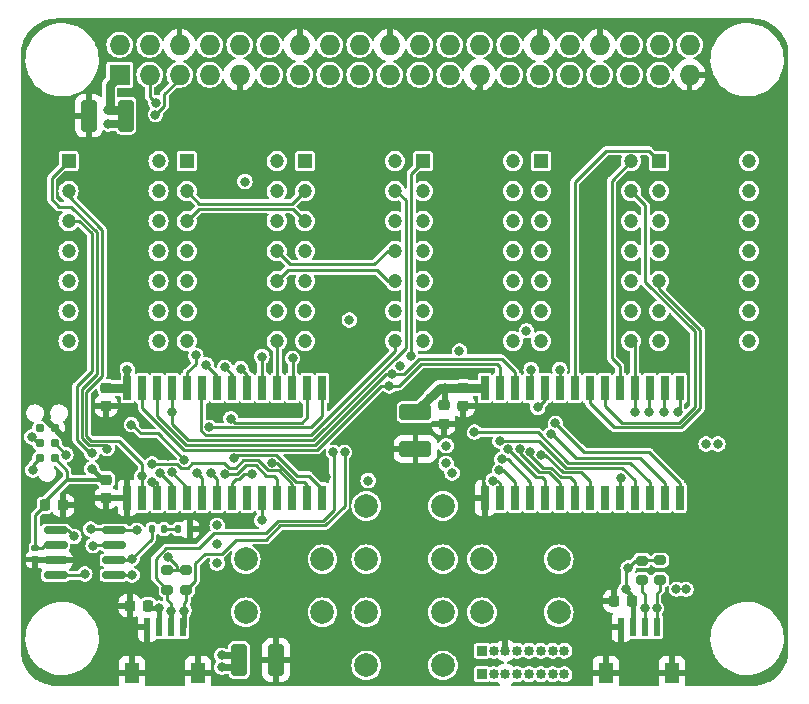
<source format=gtl>
%TF.GenerationSoftware,KiCad,Pcbnew,7.0.8*%
%TF.CreationDate,2023-10-15T14:34:45+03:00*%
%TF.ProjectId,ltp_kikad,6c74705f-6b69-46b6-9164-2e6b69636164,rev?*%
%TF.SameCoordinates,Original*%
%TF.FileFunction,Copper,L1,Top*%
%TF.FilePolarity,Positive*%
%FSLAX46Y46*%
G04 Gerber Fmt 4.6, Leading zero omitted, Abs format (unit mm)*
G04 Created by KiCad (PCBNEW 7.0.8) date 2023-10-15 14:34:45*
%MOMM*%
%LPD*%
G01*
G04 APERTURE LIST*
G04 Aperture macros list*
%AMRoundRect*
0 Rectangle with rounded corners*
0 $1 Rounding radius*
0 $2 $3 $4 $5 $6 $7 $8 $9 X,Y pos of 4 corners*
0 Add a 4 corners polygon primitive as box body*
4,1,4,$2,$3,$4,$5,$6,$7,$8,$9,$2,$3,0*
0 Add four circle primitives for the rounded corners*
1,1,$1+$1,$2,$3*
1,1,$1+$1,$4,$5*
1,1,$1+$1,$6,$7*
1,1,$1+$1,$8,$9*
0 Add four rect primitives between the rounded corners*
20,1,$1+$1,$2,$3,$4,$5,0*
20,1,$1+$1,$4,$5,$6,$7,0*
20,1,$1+$1,$6,$7,$8,$9,0*
20,1,$1+$1,$8,$9,$2,$3,0*%
G04 Aperture macros list end*
%ADD10C,0.187500*%
%TA.AperFunction,NonConductor*%
%ADD11C,0.187500*%
%TD*%
%TA.AperFunction,ComponentPad*%
%ADD12R,1.200000X1.200000*%
%TD*%
%TA.AperFunction,ComponentPad*%
%ADD13C,1.200000*%
%TD*%
%TA.AperFunction,SMDPad,CuDef*%
%ADD14RoundRect,0.225000X0.225000X0.250000X-0.225000X0.250000X-0.225000X-0.250000X0.225000X-0.250000X0*%
%TD*%
%TA.AperFunction,SMDPad,CuDef*%
%ADD15R,0.600000X1.550000*%
%TD*%
%TA.AperFunction,SMDPad,CuDef*%
%ADD16R,1.200000X1.800000*%
%TD*%
%TA.AperFunction,SMDPad,CuDef*%
%ADD17RoundRect,0.200000X0.275000X-0.200000X0.275000X0.200000X-0.275000X0.200000X-0.275000X-0.200000X0*%
%TD*%
%TA.AperFunction,SMDPad,CuDef*%
%ADD18RoundRect,0.225000X0.250000X-0.225000X0.250000X0.225000X-0.250000X0.225000X-0.250000X-0.225000X0*%
%TD*%
%TA.AperFunction,SMDPad,CuDef*%
%ADD19RoundRect,0.135000X-0.135000X-0.185000X0.135000X-0.185000X0.135000X0.185000X-0.135000X0.185000X0*%
%TD*%
%TA.AperFunction,SMDPad,CuDef*%
%ADD20R,0.650000X2.100000*%
%TD*%
%TA.AperFunction,SMDPad,CuDef*%
%ADD21RoundRect,0.225000X-0.250000X0.225000X-0.250000X-0.225000X0.250000X-0.225000X0.250000X0.225000X0*%
%TD*%
%TA.AperFunction,ComponentPad*%
%ADD22C,2.000000*%
%TD*%
%TA.AperFunction,SMDPad,CuDef*%
%ADD23RoundRect,0.150000X-0.825000X-0.150000X0.825000X-0.150000X0.825000X0.150000X-0.825000X0.150000X0*%
%TD*%
%TA.AperFunction,ComponentPad*%
%ADD24R,0.850000X0.850000*%
%TD*%
%TA.AperFunction,ComponentPad*%
%ADD25O,0.850000X0.850000*%
%TD*%
%TA.AperFunction,SMDPad,CuDef*%
%ADD26RoundRect,0.140000X-0.170000X0.140000X-0.170000X-0.140000X0.170000X-0.140000X0.170000X0.140000X0*%
%TD*%
%TA.AperFunction,SMDPad,CuDef*%
%ADD27RoundRect,0.147500X0.147500X0.172500X-0.147500X0.172500X-0.147500X-0.172500X0.147500X-0.172500X0*%
%TD*%
%TA.AperFunction,SMDPad,CuDef*%
%ADD28RoundRect,0.250000X1.100000X-0.412500X1.100000X0.412500X-1.100000X0.412500X-1.100000X-0.412500X0*%
%TD*%
%TA.AperFunction,SMDPad,CuDef*%
%ADD29RoundRect,0.250000X0.412500X1.100000X-0.412500X1.100000X-0.412500X-1.100000X0.412500X-1.100000X0*%
%TD*%
%TA.AperFunction,ComponentPad*%
%ADD30R,1.727200X1.727200*%
%TD*%
%TA.AperFunction,ComponentPad*%
%ADD31O,1.727200X1.727200*%
%TD*%
%TA.AperFunction,ConnectorPad*%
%ADD32C,0.787400*%
%TD*%
%TA.AperFunction,SMDPad,CuDef*%
%ADD33RoundRect,0.250000X-0.412500X-1.100000X0.412500X-1.100000X0.412500X1.100000X-0.412500X1.100000X0*%
%TD*%
%TA.AperFunction,SMDPad,CuDef*%
%ADD34RoundRect,0.225000X-0.225000X-0.250000X0.225000X-0.250000X0.225000X0.250000X-0.225000X0.250000X0*%
%TD*%
%TA.AperFunction,ViaPad*%
%ADD35C,0.800000*%
%TD*%
%TA.AperFunction,Conductor*%
%ADD36C,0.250000*%
%TD*%
%TA.AperFunction,Conductor*%
%ADD37C,0.400000*%
%TD*%
%TA.AperFunction,Conductor*%
%ADD38C,0.300000*%
%TD*%
%TA.AperFunction,Conductor*%
%ADD39C,0.700000*%
%TD*%
%TA.AperFunction,Conductor*%
%ADD40C,0.600000*%
%TD*%
%TA.AperFunction,Conductor*%
%ADD41C,0.800000*%
%TD*%
%TA.AperFunction,Conductor*%
%ADD42C,0.500000*%
%TD*%
G04 APERTURE END LIST*
D10*
D11*
D12*
%TO.P,DS6,1,ANODE_COLUMN_2*%
%TO.N,2_an3*%
X173017000Y-65150000D03*
D13*
%TO.P,DS6,2,CATHODE_ROW_1*%
%TO.N,2_ca0*%
X173017000Y-67690000D03*
%TO.P,DS6,3,CATHODE_ROW_3*%
%TO.N,2_ca2*%
X173017000Y-70230000D03*
%TO.P,DS6,4,CATHODE_ROW_4*%
%TO.N,2_ca3*%
X173017000Y-72770000D03*
%TO.P,DS6,5,ANODE_COLUMN_1*%
%TO.N,2_an4*%
X173017000Y-75310000D03*
%TO.P,DS6,6,NO_PIN*%
%TO.N,unconnected-(DS6-NO_PIN-Pad6)*%
X173017000Y-77850000D03*
%TO.P,DS6,7,ANODE_DECIMAL_POINT*%
%TO.N,unconnected-(DS6-ANODE_DECIMAL_POINT-Pad7)*%
X173017000Y-80390000D03*
%TO.P,DS6,8,ANODE_COLUMN_3*%
%TO.N,2_an2*%
X180637000Y-80390000D03*
%TO.P,DS6,9,CATHODE_ROW_7*%
%TO.N,2_ca6*%
X180637000Y-77850000D03*
%TO.P,DS6,10,CATHODE_ROW_6*%
%TO.N,2_ca5*%
X180637000Y-75310000D03*
%TO.P,DS6,11,CATHODE__ROW_5*%
%TO.N,2_ca4*%
X180637000Y-72770000D03*
%TO.P,DS6,12,CAATHODE_ROW_2*%
%TO.N,2_ca1*%
X180637000Y-70230000D03*
%TO.P,DS6,13,ANODE_COLUMN_5*%
%TO.N,2_an0*%
X180637000Y-67690000D03*
%TO.P,DS6,14,ANODE_COLUMN_4*%
%TO.N,2_an1*%
X180637000Y-65150000D03*
%TD*%
D12*
%TO.P,DS3,1,ANODE_COLUMN_2*%
%TO.N,an3*%
X143017000Y-65149600D03*
D13*
%TO.P,DS3,2,CATHODE_ROW_1*%
%TO.N,ca0*%
X143017000Y-67689600D03*
%TO.P,DS3,3,CATHODE_ROW_3*%
%TO.N,ca2*%
X143017000Y-70229600D03*
%TO.P,DS3,4,CATHODE_ROW_4*%
%TO.N,ca3*%
X143017000Y-72769600D03*
%TO.P,DS3,5,ANODE_COLUMN_1*%
%TO.N,an4*%
X143017000Y-75309600D03*
%TO.P,DS3,6,NO_PIN*%
%TO.N,unconnected-(DS3-NO_PIN-Pad6)*%
X143017000Y-77849600D03*
%TO.P,DS3,7,ANODE_DECIMAL_POINT*%
%TO.N,an15*%
X143017000Y-80389600D03*
%TO.P,DS3,8,ANODE_COLUMN_3*%
%TO.N,an2*%
X150637000Y-80389600D03*
%TO.P,DS3,9,CATHODE_ROW_7*%
%TO.N,ca6*%
X150637000Y-77849600D03*
%TO.P,DS3,10,CATHODE_ROW_6*%
%TO.N,ca5*%
X150637000Y-75309600D03*
%TO.P,DS3,11,CATHODE__ROW_5*%
%TO.N,ca4*%
X150637000Y-72769600D03*
%TO.P,DS3,12,CAATHODE_ROW_2*%
%TO.N,ca1*%
X150637000Y-70229600D03*
%TO.P,DS3,13,ANODE_COLUMN_5*%
%TO.N,an0*%
X150637000Y-67689600D03*
%TO.P,DS3,14,ANODE_COLUMN_4*%
%TO.N,an1*%
X150637000Y-65149600D03*
%TD*%
D14*
%TO.P,C3,1*%
%TO.N,+3V3*%
X170762000Y-102400000D03*
%TO.P,C3,2*%
%TO.N,GND*%
X169212000Y-102400000D03*
%TD*%
D15*
%TO.P,J1,1,1*%
%TO.N,GND*%
X129687000Y-104600000D03*
%TO.P,J1,2,2*%
%TO.N,+3V3*%
X130687000Y-104600000D03*
%TO.P,J1,3,3*%
%TO.N,SDA*%
X131687000Y-104600000D03*
%TO.P,J1,4,4*%
%TO.N,JTCK*%
X132687000Y-104600000D03*
D16*
%TO.P,J1,S1,SHIELD*%
%TO.N,GND*%
X128387000Y-108475000D03*
%TO.P,J1,S2,SHIELD*%
X133987000Y-108475000D03*
%TD*%
D17*
%TO.P,R1,1*%
%TO.N,SDA*%
X131387000Y-101425000D03*
%TO.P,R1,2*%
%TO.N,+3V3*%
X131387000Y-99775000D03*
%TD*%
%TO.P,R4,1*%
%TO.N,SDA*%
X171587000Y-100625000D03*
%TO.P,R4,2*%
%TO.N,+3V3*%
X171587000Y-98975000D03*
%TD*%
D18*
%TO.P,C5,1*%
%TO.N,GND*%
X126187000Y-93675000D03*
%TO.P,C5,2*%
%TO.N,+3V3*%
X126187000Y-92125000D03*
%TD*%
D19*
%TO.P,R10,1*%
%TO.N,Net-(J5-Pin_6)*%
X130067000Y-96300000D03*
%TO.P,R10,2*%
%TO.N,Net-(D3-A)*%
X131087000Y-96300000D03*
%TD*%
D20*
%TO.P,IC1,1,VSS*%
%TO.N,GND*%
X127988900Y-93661600D03*
%TO.P,IC1,2,COM0/AD*%
%TO.N,ca0*%
X129258900Y-93661600D03*
%TO.P,IC1,3,COM1/KS0*%
%TO.N,ca1*%
X130528900Y-93661600D03*
%TO.P,IC1,4,COM2/KS1*%
%TO.N,ca2*%
X131798900Y-93661600D03*
%TO.P,IC1,5,COM3/KS2*%
%TO.N,ca3*%
X133068900Y-93661600D03*
%TO.P,IC1,6,COM4*%
%TO.N,ca4*%
X134338900Y-93661600D03*
%TO.P,IC1,7,COM5*%
%TO.N,ca5*%
X135608900Y-93661600D03*
%TO.P,IC1,8,COM6*%
%TO.N,ca6*%
X136878900Y-93661600D03*
%TO.P,IC1,9,COM7*%
%TO.N,unconnected-(IC1-COM7-Pad9)*%
X138148900Y-93661600D03*
%TO.P,IC1,10,ROW15/K13/INT*%
%TO.N,an15*%
X139418900Y-93661600D03*
%TO.P,IC1,11,ROW14/K12*%
%TO.N,an14*%
X140688900Y-93661600D03*
%TO.P,IC1,12,ROW13/K11*%
%TO.N,an13*%
X141958900Y-93661600D03*
%TO.P,IC1,13,ROW12/K10*%
%TO.N,an12*%
X143228900Y-93661600D03*
%TO.P,IC1,14,ROW11/K9*%
%TO.N,an11*%
X144498900Y-93661600D03*
%TO.P,IC1,15,ROW10/K8*%
%TO.N,an10*%
X144498900Y-84361600D03*
%TO.P,IC1,16,ROW9/K7*%
%TO.N,an9*%
X143228900Y-84361600D03*
%TO.P,IC1,17,ROW8/K6*%
%TO.N,an8*%
X141958900Y-84361600D03*
%TO.P,IC1,18,ROW7/K5*%
%TO.N,an7*%
X140688900Y-84361600D03*
%TO.P,IC1,19,ROW6/K4*%
%TO.N,an6*%
X139418900Y-84361600D03*
%TO.P,IC1,20,ROW5/K3*%
%TO.N,an5*%
X138148900Y-84361600D03*
%TO.P,IC1,21,ROW4/K2*%
%TO.N,an4*%
X136878900Y-84361600D03*
%TO.P,IC1,22,ROW3/K1*%
%TO.N,an3*%
X135608900Y-84361600D03*
%TO.P,IC1,23,ROW2/A0*%
%TO.N,an2*%
X134338900Y-84361600D03*
%TO.P,IC1,24,ROW1/A1*%
%TO.N,an1*%
X133068900Y-84361600D03*
%TO.P,IC1,25,ROW0/A2*%
%TO.N,an0*%
X131798900Y-84361600D03*
%TO.P,IC1,26,SCL*%
%TO.N,5vSCL*%
X130528900Y-84361600D03*
%TO.P,IC1,27,SDA*%
%TO.N,5vSDA*%
X129258900Y-84361600D03*
%TO.P,IC1,28,VDD*%
%TO.N,+5V*%
X127988900Y-84361600D03*
%TD*%
D21*
%TO.P,C2,1*%
%TO.N,+5V*%
X156437000Y-84325000D03*
%TO.P,C2,2*%
%TO.N,GND*%
X156437000Y-85875000D03*
%TD*%
D22*
%TO.P,SW4,1,1*%
%TO.N,sw_ks2*%
X158012000Y-98850000D03*
X164512000Y-98850000D03*
%TO.P,SW4,2,2*%
%TO.N,Net-(R6-Pad1)*%
X158012000Y-103350000D03*
X164512000Y-103350000D03*
%TD*%
D17*
%TO.P,R3,1*%
%TO.N,JTCK*%
X132987000Y-101425000D03*
%TO.P,R3,2*%
%TO.N,+3V3*%
X132987000Y-99775000D03*
%TD*%
D23*
%TO.P,U1,1,PC14/PB7/PB8/PB9*%
%TO.N,SDA*%
X121912000Y-96395000D03*
%TO.P,U1,2,VDD*%
%TO.N,+3V3*%
X121912000Y-97665000D03*
%TO.P,U1,3,VSS*%
%TO.N,GND*%
X121912000Y-98935000D03*
%TO.P,U1,4,PF2/PA0/PA1/PA2*%
%TO.N,JNRST*%
X121912000Y-100205000D03*
%TO.P,U1,5,PB0/PB1/PA8/PA11/PA9*%
%TO.N,Net-(J5-Pin_5)*%
X126862000Y-100205000D03*
%TO.P,U1,6,PA12/PA10*%
%TO.N,Net-(J5-Pin_6)*%
X126862000Y-98935000D03*
%TO.P,U1,7,PA13*%
%TO.N,JTMS*%
X126862000Y-97665000D03*
%TO.P,U1,8,PA14/PA15/PB5/PB6*%
%TO.N,JTCK*%
X126862000Y-96395000D03*
%TD*%
D24*
%TO.P,J5,1,Pin_1*%
%TO.N,SDA*%
X158000000Y-106600000D03*
D25*
%TO.P,J5,2,Pin_2*%
%TO.N,+3V3*%
X159000000Y-106600000D03*
%TO.P,J5,3,Pin_3*%
%TO.N,GND*%
X160000000Y-106600000D03*
%TO.P,J5,4,Pin_4*%
%TO.N,JNRST*%
X161000000Y-106600000D03*
%TO.P,J5,5,Pin_5*%
%TO.N,Net-(J5-Pin_5)*%
X162000000Y-106600000D03*
%TO.P,J5,6,Pin_6*%
%TO.N,Net-(J5-Pin_6)*%
X163000000Y-106600000D03*
%TO.P,J5,7,Pin_7*%
%TO.N,JTMS*%
X164000000Y-106600000D03*
%TO.P,J5,8,Pin_8*%
%TO.N,JTCK*%
X165000000Y-106600000D03*
%TD*%
D26*
%TO.P,C7,1*%
%TO.N,+3V3*%
X120187000Y-97920000D03*
%TO.P,C7,2*%
%TO.N,GND*%
X120187000Y-98880000D03*
%TD*%
D12*
%TO.P,DS5,1,ANODE_COLUMN_2*%
%TO.N,2_an8*%
X163017000Y-65150000D03*
D13*
%TO.P,DS5,2,CATHODE_ROW_1*%
%TO.N,2_ca0*%
X163017000Y-67690000D03*
%TO.P,DS5,3,CATHODE_ROW_3*%
%TO.N,2_ca2*%
X163017000Y-70230000D03*
%TO.P,DS5,4,CATHODE_ROW_4*%
%TO.N,2_ca3*%
X163017000Y-72770000D03*
%TO.P,DS5,5,ANODE_COLUMN_1*%
%TO.N,2_an9*%
X163017000Y-75310000D03*
%TO.P,DS5,6,NO_PIN*%
%TO.N,unconnected-(DS5-NO_PIN-Pad6)*%
X163017000Y-77850000D03*
%TO.P,DS5,7,ANODE_DECIMAL_POINT*%
%TO.N,unconnected-(DS5-ANODE_DECIMAL_POINT-Pad7)*%
X163017000Y-80390000D03*
%TO.P,DS5,8,ANODE_COLUMN_3*%
%TO.N,2_an7*%
X170637000Y-80390000D03*
%TO.P,DS5,9,CATHODE_ROW_7*%
%TO.N,2_ca6*%
X170637000Y-77850000D03*
%TO.P,DS5,10,CATHODE_ROW_6*%
%TO.N,2_ca5*%
X170637000Y-75310000D03*
%TO.P,DS5,11,CATHODE__ROW_5*%
%TO.N,2_ca4*%
X170637000Y-72770000D03*
%TO.P,DS5,12,CAATHODE_ROW_2*%
%TO.N,2_ca1*%
X170637000Y-70230000D03*
%TO.P,DS5,13,ANODE_COLUMN_5*%
%TO.N,2_an5*%
X170637000Y-67690000D03*
%TO.P,DS5,14,ANODE_COLUMN_4*%
%TO.N,2_an6*%
X170637000Y-65150000D03*
%TD*%
D27*
%TO.P,D3,1,K*%
%TO.N,GND*%
X133272000Y-96300000D03*
%TO.P,D3,2,A*%
%TO.N,Net-(D3-A)*%
X132302000Y-96300000D03*
%TD*%
D12*
%TO.P,DS2,1,ANODE_COLUMN_2*%
%TO.N,an8*%
X133017000Y-65150000D03*
D13*
%TO.P,DS2,2,CATHODE_ROW_1*%
%TO.N,ca0*%
X133017000Y-67690000D03*
%TO.P,DS2,3,CATHODE_ROW_3*%
%TO.N,ca2*%
X133017000Y-70230000D03*
%TO.P,DS2,4,CATHODE_ROW_4*%
%TO.N,ca3*%
X133017000Y-72770000D03*
%TO.P,DS2,5,ANODE_COLUMN_1*%
%TO.N,an9*%
X133017000Y-75310000D03*
%TO.P,DS2,6,NO_PIN*%
%TO.N,unconnected-(DS2-NO_PIN-Pad6)*%
X133017000Y-77850000D03*
%TO.P,DS2,7,ANODE_DECIMAL_POINT*%
%TO.N,unconnected-(DS2-ANODE_DECIMAL_POINT-Pad7)*%
X133017000Y-80390000D03*
%TO.P,DS2,8,ANODE_COLUMN_3*%
%TO.N,an7*%
X140637000Y-80390000D03*
%TO.P,DS2,9,CATHODE_ROW_7*%
%TO.N,ca6*%
X140637000Y-77850000D03*
%TO.P,DS2,10,CATHODE_ROW_6*%
%TO.N,ca5*%
X140637000Y-75310000D03*
%TO.P,DS2,11,CATHODE__ROW_5*%
%TO.N,ca4*%
X140637000Y-72770000D03*
%TO.P,DS2,12,CAATHODE_ROW_2*%
%TO.N,ca1*%
X140637000Y-70230000D03*
%TO.P,DS2,13,ANODE_COLUMN_5*%
%TO.N,an5*%
X140637000Y-67690000D03*
%TO.P,DS2,14,ANODE_COLUMN_4*%
%TO.N,an6*%
X140637000Y-65150000D03*
%TD*%
D12*
%TO.P,DS1,1,ANODE_COLUMN_2*%
%TO.N,an13*%
X123017000Y-65150000D03*
D13*
%TO.P,DS1,2,CATHODE_ROW_1*%
%TO.N,ca0*%
X123017000Y-67690000D03*
%TO.P,DS1,3,CATHODE_ROW_3*%
%TO.N,ca2*%
X123017000Y-70230000D03*
%TO.P,DS1,4,CATHODE_ROW_4*%
%TO.N,ca3*%
X123017000Y-72770000D03*
%TO.P,DS1,5,ANODE_COLUMN_1*%
%TO.N,an14*%
X123017000Y-75310000D03*
%TO.P,DS1,6,NO_PIN*%
%TO.N,unconnected-(DS1-NO_PIN-Pad6)*%
X123017000Y-77850000D03*
%TO.P,DS1,7,ANODE_DECIMAL_POINT*%
%TO.N,unconnected-(DS1-ANODE_DECIMAL_POINT-Pad7)*%
X123017000Y-80390000D03*
%TO.P,DS1,8,ANODE_COLUMN_3*%
%TO.N,an12*%
X130637000Y-80390000D03*
%TO.P,DS1,9,CATHODE_ROW_7*%
%TO.N,ca6*%
X130637000Y-77850000D03*
%TO.P,DS1,10,CATHODE_ROW_6*%
%TO.N,ca5*%
X130637000Y-75310000D03*
%TO.P,DS1,11,CATHODE__ROW_5*%
%TO.N,ca4*%
X130637000Y-72770000D03*
%TO.P,DS1,12,CAATHODE_ROW_2*%
%TO.N,ca1*%
X130637000Y-70230000D03*
%TO.P,DS1,13,ANODE_COLUMN_5*%
%TO.N,an10*%
X130637000Y-67690000D03*
%TO.P,DS1,14,ANODE_COLUMN_4*%
%TO.N,an11*%
X130637000Y-65150000D03*
%TD*%
D22*
%TO.P,SW1,1,1*%
%TO.N,sw_ks2*%
X148212000Y-94350000D03*
X154712000Y-94350000D03*
%TO.P,SW1,2,2*%
%TO.N,Net-(R8-Pad1)*%
X148212000Y-98850000D03*
X154712000Y-98850000D03*
%TD*%
D28*
%TO.P,C10,1*%
%TO.N,GND*%
X152387000Y-89525000D03*
%TO.P,C10,2*%
%TO.N,+5V*%
X152387000Y-86400000D03*
%TD*%
D29*
%TO.P,C11,1*%
%TO.N,GND*%
X140587000Y-107400000D03*
%TO.P,C11,2*%
%TO.N,+3V3*%
X137462000Y-107400000D03*
%TD*%
D17*
%TO.P,R5,1*%
%TO.N,JTCK*%
X173097000Y-100600000D03*
%TO.P,R5,2*%
%TO.N,+3V3*%
X173097000Y-98950000D03*
%TD*%
D21*
%TO.P,C1,1*%
%TO.N,+5V*%
X126187000Y-84325000D03*
%TO.P,C1,2*%
%TO.N,GND*%
X126187000Y-85875000D03*
%TD*%
D22*
%TO.P,SW2,1,1*%
%TO.N,sw_ks2*%
X138012000Y-98850000D03*
X144512000Y-98850000D03*
%TO.P,SW2,2,2*%
%TO.N,Net-(R9-Pad1)*%
X138012000Y-103350000D03*
X144512000Y-103350000D03*
%TD*%
D30*
%TO.P,J2,1,3.3V*%
%TO.N,+3V3*%
X127330000Y-57840000D03*
D31*
%TO.P,J2,2,5V*%
%TO.N,unconnected-(J2-5V-Pad2)*%
X127330000Y-55300000D03*
%TO.P,J2,3,BCM2_SDA*%
%TO.N,SDA*%
X129870000Y-57840000D03*
%TO.P,J2,4,5V*%
%TO.N,unconnected-(J2-5V-Pad4)*%
X129870000Y-55300000D03*
%TO.P,J2,5,BCM3_SCL*%
%TO.N,JTCK*%
X132410000Y-57840000D03*
%TO.P,J2,6,GND*%
%TO.N,GND*%
X132410000Y-55300000D03*
%TO.P,J2,7,BCM4_GPCLK0*%
%TO.N,unconnected-(J2-BCM4_GPCLK0-Pad7)*%
X134950000Y-57840000D03*
%TO.P,J2,8,BCM14_TXD*%
%TO.N,unconnected-(J2-BCM14_TXD-Pad8)*%
X134950000Y-55300000D03*
%TO.P,J2,9,GND*%
%TO.N,GND*%
X137490000Y-57840000D03*
%TO.P,J2,10,BCM15_RXD*%
%TO.N,unconnected-(J2-BCM15_RXD-Pad10)*%
X137490000Y-55300000D03*
%TO.P,J2,11,BCM17*%
%TO.N,unconnected-(J2-BCM17-Pad11)*%
X140030000Y-57840000D03*
%TO.P,J2,12,BCM18_PCM_C*%
%TO.N,unconnected-(J2-BCM18_PCM_C-Pad12)*%
X140030000Y-55300000D03*
%TO.P,J2,13,BCM27*%
%TO.N,unconnected-(J2-BCM27-Pad13)*%
X142570000Y-57840000D03*
%TO.P,J2,14,GND*%
%TO.N,GND*%
X142570000Y-55300000D03*
%TO.P,J2,15,BCM22*%
%TO.N,unconnected-(J2-BCM22-Pad15)*%
X145110000Y-57840000D03*
%TO.P,J2,16,BCM23*%
%TO.N,unconnected-(J2-BCM23-Pad16)*%
X145110000Y-55300000D03*
%TO.P,J2,17,3.3V*%
%TO.N,+3V3*%
X147650000Y-57840000D03*
%TO.P,J2,18,BCM24*%
%TO.N,unconnected-(J2-BCM24-Pad18)*%
X147650000Y-55300000D03*
%TO.P,J2,19,BCM10_MOSI*%
%TO.N,unconnected-(J2-BCM10_MOSI-Pad19)*%
X150190000Y-57840000D03*
%TO.P,J2,20,GND*%
%TO.N,GND*%
X150190000Y-55300000D03*
%TO.P,J2,21,BCM9_MISO*%
%TO.N,unconnected-(J2-BCM9_MISO-Pad21)*%
X152730000Y-57840000D03*
%TO.P,J2,22,BCM25*%
%TO.N,unconnected-(J2-BCM25-Pad22)*%
X152730000Y-55300000D03*
%TO.P,J2,23,BCM11_SCLK*%
%TO.N,unconnected-(J2-BCM11_SCLK-Pad23)*%
X155270000Y-57840000D03*
%TO.P,J2,24,BCM8_CE0*%
%TO.N,unconnected-(J2-BCM8_CE0-Pad24)*%
X155270000Y-55300000D03*
%TO.P,J2,25,GND*%
%TO.N,GND*%
X157810000Y-57840000D03*
%TO.P,J2,26,BCM7_CE1*%
%TO.N,unconnected-(J2-BCM7_CE1-Pad26)*%
X157810000Y-55300000D03*
%TO.P,J2,27,BCM0_ID_SD*%
%TO.N,unconnected-(J2-BCM0_ID_SD-Pad27)*%
X160350000Y-57840000D03*
%TO.P,J2,28,BCM1_ID_SC*%
%TO.N,unconnected-(J2-BCM1_ID_SC-Pad28)*%
X160350000Y-55300000D03*
%TO.P,J2,29,BCM5*%
%TO.N,unconnected-(J2-BCM5-Pad29)*%
X162890000Y-57840000D03*
%TO.P,J2,30,GND*%
%TO.N,GND*%
X162890000Y-55300000D03*
%TO.P,J2,31,BCM6*%
%TO.N,unconnected-(J2-BCM6-Pad31)*%
X165430000Y-57840000D03*
%TO.P,J2,32,BCM12_PWM0*%
%TO.N,unconnected-(J2-BCM12_PWM0-Pad32)*%
X165430000Y-55300000D03*
%TO.P,J2,33,BCM13_PWM1*%
%TO.N,unconnected-(J2-BCM13_PWM1-Pad33)*%
X167970000Y-57840000D03*
%TO.P,J2,34,GND*%
%TO.N,GND*%
X167970000Y-55300000D03*
%TO.P,J2,35,BCM19_MISO_PCM_FS*%
%TO.N,unconnected-(J2-BCM19_MISO_PCM_FS-Pad35)*%
X170510000Y-57840000D03*
%TO.P,J2,36,BCM16*%
%TO.N,unconnected-(J2-BCM16-Pad36)*%
X170510000Y-55300000D03*
%TO.P,J2,37,BCM26*%
%TO.N,unconnected-(J2-BCM26-Pad37)*%
X173050000Y-57840000D03*
%TO.P,J2,38,BCM20_MOSI_PCM_DI*%
%TO.N,unconnected-(J2-BCM20_MOSI_PCM_DI-Pad38)*%
X173050000Y-55300000D03*
%TO.P,J2,39,GND*%
%TO.N,GND*%
X175590000Y-57840000D03*
%TO.P,J2,40,BCM21_SCLK_PCM_DO*%
%TO.N,unconnected-(J2-BCM21_SCLK_PCM_DO-Pad40)*%
X175590000Y-55300000D03*
%TD*%
D32*
%TO.P,J4,1,VCC*%
%TO.N,+3V3*%
X121838000Y-90300000D03*
%TO.P,J4,2,SWDIO*%
%TO.N,JTMS*%
X120568000Y-90300000D03*
%TO.P,J4,3,~{RESET}*%
%TO.N,JNRST*%
X121838000Y-89030000D03*
%TO.P,J4,4,SWCLK*%
%TO.N,JTCK*%
X120568000Y-89030000D03*
%TO.P,J4,5,GND*%
%TO.N,GND*%
X121838000Y-87760000D03*
%TO.P,J4,6,SWO*%
%TO.N,unconnected-(J4-SWO-Pad6)*%
X120568000Y-87760000D03*
%TD*%
D21*
%TO.P,C4,1*%
%TO.N,+5V*%
X154787000Y-85825000D03*
%TO.P,C4,2*%
%TO.N,GND*%
X154787000Y-87375000D03*
%TD*%
D24*
%TO.P,J6,1,Pin_1*%
%TO.N,unconnected-(J6-Pin_1-Pad1)*%
X158000000Y-108600000D03*
D25*
%TO.P,J6,2,Pin_2*%
%TO.N,+3V3*%
X159000000Y-108600000D03*
%TO.P,J6,3,Pin_3*%
%TO.N,GND*%
X160000000Y-108600000D03*
%TO.P,J6,4,Pin_4*%
%TO.N,unconnected-(J6-Pin_4-Pad4)*%
X161000000Y-108600000D03*
%TO.P,J6,5,Pin_5*%
%TO.N,unconnected-(J6-Pin_5-Pad5)*%
X162000000Y-108600000D03*
%TO.P,J6,6,Pin_6*%
%TO.N,unconnected-(J6-Pin_6-Pad6)*%
X163000000Y-108600000D03*
%TO.P,J6,7,Pin_7*%
%TO.N,unconnected-(J6-Pin_7-Pad7)*%
X164000000Y-108600000D03*
%TO.P,J6,8,Pin_8*%
%TO.N,unconnected-(J6-Pin_8-Pad8)*%
X165000000Y-108600000D03*
%TD*%
D33*
%TO.P,C6,1*%
%TO.N,GND*%
X124724500Y-61300000D03*
%TO.P,C6,2*%
%TO.N,+3V3*%
X127849500Y-61300000D03*
%TD*%
D12*
%TO.P,DS4,1,ANODE_COLUMN_2*%
%TO.N,2_an13*%
X153017000Y-65149600D03*
D13*
%TO.P,DS4,2,CATHODE_ROW_1*%
%TO.N,2_ca0*%
X153017000Y-67689600D03*
%TO.P,DS4,3,CATHODE_ROW_3*%
%TO.N,2_ca2*%
X153017000Y-70229600D03*
%TO.P,DS4,4,CATHODE_ROW_4*%
%TO.N,2_ca3*%
X153017000Y-72769600D03*
%TO.P,DS4,5,ANODE_COLUMN_1*%
%TO.N,2_an14*%
X153017000Y-75309600D03*
%TO.P,DS4,6,NO_PIN*%
%TO.N,unconnected-(DS4-NO_PIN-Pad6)*%
X153017000Y-77849600D03*
%TO.P,DS4,7,ANODE_DECIMAL_POINT*%
%TO.N,2_an15*%
X153017000Y-80389600D03*
%TO.P,DS4,8,ANODE_COLUMN_3*%
%TO.N,2_an12*%
X160637000Y-80389600D03*
%TO.P,DS4,9,CATHODE_ROW_7*%
%TO.N,2_ca6*%
X160637000Y-77849600D03*
%TO.P,DS4,10,CATHODE_ROW_6*%
%TO.N,2_ca5*%
X160637000Y-75309600D03*
%TO.P,DS4,11,CATHODE__ROW_5*%
%TO.N,2_ca4*%
X160637000Y-72769600D03*
%TO.P,DS4,12,CAATHODE_ROW_2*%
%TO.N,2_ca1*%
X160637000Y-70229600D03*
%TO.P,DS4,13,ANODE_COLUMN_5*%
%TO.N,2_an10*%
X160637000Y-67689600D03*
%TO.P,DS4,14,ANODE_COLUMN_4*%
%TO.N,2_an11*%
X160637000Y-65149600D03*
%TD*%
D22*
%TO.P,SW3,1,1*%
%TO.N,sw_ks2*%
X148212000Y-103350000D03*
X154712000Y-103350000D03*
%TO.P,SW3,2,2*%
%TO.N,Net-(R7-Pad1)*%
X148212000Y-107850000D03*
X154712000Y-107850000D03*
%TD*%
D14*
%TO.P,C8,1*%
%TO.N,+3V3*%
X129737000Y-102800000D03*
%TO.P,C8,2*%
%TO.N,GND*%
X128187000Y-102800000D03*
%TD*%
D15*
%TO.P,J3,1,1*%
%TO.N,GND*%
X169800000Y-104600000D03*
%TO.P,J3,2,2*%
%TO.N,+3V3*%
X170800000Y-104600000D03*
%TO.P,J3,3,3*%
%TO.N,SDA*%
X171800000Y-104600000D03*
%TO.P,J3,4,4*%
%TO.N,JTCK*%
X172800000Y-104600000D03*
D16*
%TO.P,J3,S1,SHIELD*%
%TO.N,GND*%
X168500000Y-108475000D03*
%TO.P,J3,S2,SHIELD*%
X174100000Y-108475000D03*
%TD*%
D20*
%TO.P,IC2,1,VSS*%
%TO.N,GND*%
X158258900Y-93661600D03*
%TO.P,IC2,2,COM0/AD*%
%TO.N,2_ca0*%
X159528900Y-93661600D03*
%TO.P,IC2,3,COM1/KS0*%
%TO.N,2_ca1*%
X160798900Y-93661600D03*
%TO.P,IC2,4,COM2/KS1*%
%TO.N,2_ca2*%
X162068900Y-93661600D03*
%TO.P,IC2,5,COM3/KS2*%
%TO.N,2_ca3*%
X163338900Y-93661600D03*
%TO.P,IC2,6,COM4*%
%TO.N,2_ca4*%
X164608900Y-93661600D03*
%TO.P,IC2,7,COM5*%
%TO.N,2_ca5*%
X165878900Y-93661600D03*
%TO.P,IC2,8,COM6*%
%TO.N,2_ca6*%
X167148900Y-93661600D03*
%TO.P,IC2,9,COM7*%
%TO.N,unconnected-(IC2-COM7-Pad9)*%
X168418900Y-93661600D03*
%TO.P,IC2,10,ROW15/K13/INT*%
%TO.N,2_an15*%
X169688900Y-93661600D03*
%TO.P,IC2,11,ROW14/K12*%
%TO.N,2_an14*%
X170958900Y-93661600D03*
%TO.P,IC2,12,ROW13/K11*%
%TO.N,2_an13*%
X172228900Y-93661600D03*
%TO.P,IC2,13,ROW12/K10*%
%TO.N,2_an12*%
X173498900Y-93661600D03*
%TO.P,IC2,14,ROW11/K9*%
%TO.N,2_an11*%
X174768900Y-93661600D03*
%TO.P,IC2,15,ROW10/K8*%
%TO.N,2_an10*%
X174768900Y-84361600D03*
%TO.P,IC2,16,ROW9/K7*%
%TO.N,2_an9*%
X173498900Y-84361600D03*
%TO.P,IC2,17,ROW8/K6*%
%TO.N,2_an8*%
X172228900Y-84361600D03*
%TO.P,IC2,18,ROW7/K5*%
%TO.N,2_an7*%
X170958900Y-84361600D03*
%TO.P,IC2,19,ROW6/K4*%
%TO.N,2_an6*%
X169688900Y-84361600D03*
%TO.P,IC2,20,ROW5/K3*%
%TO.N,2_an5*%
X168418900Y-84361600D03*
%TO.P,IC2,21,ROW4/K2*%
%TO.N,2_an4*%
X167148900Y-84361600D03*
%TO.P,IC2,22,ROW3/K1*%
%TO.N,2_an3*%
X165878900Y-84361600D03*
%TO.P,IC2,23,ROW2/A0*%
%TO.N,2_an2*%
X164608900Y-84361600D03*
%TO.P,IC2,24,ROW1/A1*%
%TO.N,2_an1*%
X163338900Y-84361600D03*
%TO.P,IC2,25,ROW0/A2*%
%TO.N,2_an0*%
X162068900Y-84361600D03*
%TO.P,IC2,26,SCL*%
%TO.N,5vSCL*%
X160798900Y-84361600D03*
%TO.P,IC2,27,SDA*%
%TO.N,5vSDA*%
X159528900Y-84361600D03*
%TO.P,IC2,28,VDD*%
%TO.N,+5V*%
X158258900Y-84361600D03*
%TD*%
D34*
%TO.P,C9,1*%
%TO.N,+3V3*%
X121012000Y-94300000D03*
%TO.P,C9,2*%
%TO.N,GND*%
X122562000Y-94300000D03*
%TD*%
D35*
%TO.N,an15*%
X139387000Y-95550500D03*
%TO.N,2_an13*%
X152029944Y-81610944D03*
X157383730Y-88100000D03*
%TO.N,2_ca0*%
X158965751Y-92194232D03*
%TO.N,2_ca2*%
X159693547Y-90411248D03*
%TO.N,2_ca3*%
X160212000Y-89544016D03*
%TO.N,2_an14*%
X159533230Y-88840020D03*
%TO.N,2_an15*%
X169787000Y-92000000D03*
%TO.N,2_an12*%
X163873499Y-88298297D03*
%TO.N,2_ca6*%
X163032475Y-90008233D03*
%TO.N,2_ca5*%
X162103770Y-89808207D03*
%TO.N,2_ca4*%
X161210704Y-89484266D03*
%TO.N,2_ca1*%
X156112500Y-81225500D03*
X159492559Y-91339745D03*
%TO.N,2_an10*%
X174610056Y-86423056D03*
%TO.N,2_an11*%
X164237000Y-87350000D03*
X161787000Y-79515000D03*
%TO.N,2_an8*%
X172187000Y-86400000D03*
%TO.N,2_an9*%
X173387000Y-86400000D03*
%TO.N,2_an7*%
X170958900Y-86428100D03*
%TO.N,2_an2*%
X164608900Y-82800000D03*
X154987000Y-89250000D03*
%TO.N,2_an0*%
X155484632Y-91558652D03*
X162187000Y-82800000D03*
%TO.N,2_an1*%
X154987000Y-90750000D03*
X162737000Y-85996112D03*
%TO.N,GND*%
X131451034Y-90135966D03*
X175587000Y-53600000D03*
X178187000Y-62000000D03*
X132387000Y-53500000D03*
X167000000Y-72700000D03*
X139387000Y-86500000D03*
X175587000Y-60400000D03*
X158287000Y-95800000D03*
X119500000Y-100200000D03*
X174500000Y-66400000D03*
X128000000Y-67650000D03*
X154487000Y-79400000D03*
X138760056Y-78773056D03*
X147500000Y-71600000D03*
X149387000Y-87600000D03*
X164387000Y-73000000D03*
X134500000Y-77800000D03*
X166787000Y-108400000D03*
X141987000Y-86500000D03*
X134500000Y-62000000D03*
X134500000Y-70500000D03*
X183287000Y-64500000D03*
X166787000Y-102800000D03*
X151787000Y-62000000D03*
X155300000Y-75200000D03*
X155300000Y-62000000D03*
X134500000Y-72500000D03*
X123987000Y-93600000D03*
X126500000Y-108000000D03*
X127787000Y-86200000D03*
X155300000Y-64800000D03*
X166787000Y-97400000D03*
X123887000Y-99000000D03*
X174500000Y-80325000D03*
X167000000Y-80375000D03*
X119500000Y-71200000D03*
X147500000Y-68700000D03*
X167987000Y-53600000D03*
X178000000Y-77800000D03*
X171987000Y-62000000D03*
X151587000Y-96200000D03*
X162987000Y-53600000D03*
X133587000Y-56600000D03*
X119500000Y-94400000D03*
X156987000Y-90800000D03*
X172987000Y-88800000D03*
X158187000Y-67400000D03*
X174500000Y-75350000D03*
X138000000Y-62000000D03*
X128000000Y-73200000D03*
X178000000Y-75400000D03*
X158000000Y-73121047D03*
X167000000Y-70275000D03*
X147500000Y-76200000D03*
X135787000Y-104000000D03*
X165887000Y-86600000D03*
X119500000Y-60900000D03*
X157787000Y-59200000D03*
X155300000Y-67200000D03*
X183387000Y-82300000D03*
X128387000Y-64400000D03*
X144787000Y-91900000D03*
X119500000Y-83000000D03*
X176000000Y-108000000D03*
X128000000Y-76500000D03*
X134500000Y-75750000D03*
X166987000Y-77800000D03*
X142200000Y-108000000D03*
X168787000Y-65400000D03*
X137587000Y-60600000D03*
X174500000Y-72600000D03*
X142587000Y-53600000D03*
X150187000Y-53600000D03*
X158000000Y-76000000D03*
X168587000Y-88600000D03*
X155300000Y-70600000D03*
X167000000Y-67700000D03*
%TO.N,SDA*%
X130387000Y-60200000D03*
X123460056Y-96926944D03*
X145437497Y-89800000D03*
X131687000Y-103200000D03*
X171800000Y-103000000D03*
%TO.N,ca0*%
X129225471Y-91841988D03*
%TO.N,ca1*%
X130105037Y-92295356D03*
X151114297Y-82525500D03*
%TO.N,ca2*%
X124987000Y-89887153D03*
X130756553Y-91537378D03*
%TO.N,ca3*%
X131742790Y-91485857D03*
%TO.N,ca4*%
X133876150Y-91548850D03*
%TO.N,ca5*%
X132827456Y-90424751D03*
X135040699Y-91526899D03*
X128333094Y-87453906D03*
%TO.N,ca6*%
X138557000Y-91620500D03*
%TO.N,an13*%
X126274611Y-89487153D03*
X130095031Y-90792693D03*
%TO.N,an14*%
X136219177Y-91661051D03*
%TO.N,an12*%
X140221566Y-90670500D03*
%TO.N,an10*%
X134937000Y-87700500D03*
%TO.N,an11*%
X136992253Y-90311953D03*
%TO.N,an9*%
X136749482Y-86974280D03*
%TO.N,an8*%
X141987000Y-81850000D03*
%TO.N,an6*%
X139387000Y-81700000D03*
%TO.N,an5*%
X137603400Y-82724500D03*
%TO.N,an4*%
X136239215Y-82610621D03*
%TO.N,an3*%
X134687000Y-82400000D03*
%TO.N,an2*%
X135587000Y-96000000D03*
%TO.N,an1*%
X135587000Y-97600000D03*
X137946584Y-66886528D03*
X133787000Y-81600000D03*
%TO.N,an0*%
X131798900Y-86400000D03*
X135587000Y-99200000D03*
%TO.N,+3V3*%
X135987000Y-108000000D03*
X148387000Y-92200000D03*
X131464194Y-98676694D03*
X174487000Y-101400000D03*
X130687000Y-103000000D03*
X170387000Y-99600000D03*
X126387000Y-62000000D03*
X175287000Y-101400000D03*
X126387000Y-60800000D03*
X124987000Y-91200000D03*
X135987000Y-107000000D03*
X170187000Y-101400000D03*
%TO.N,JTCK*%
X132787000Y-103200000D03*
X130374701Y-61212299D03*
X124887000Y-96295500D03*
X146387000Y-89800000D03*
X119887000Y-88500000D03*
X172800000Y-103000000D03*
X128787000Y-96400000D03*
%TO.N,JTMS*%
X125087000Y-97700000D03*
X119987000Y-91300000D03*
%TO.N,JNRST*%
X124387000Y-100100000D03*
X122787000Y-90000000D03*
%TO.N,Net-(J5-Pin_5)*%
X128387000Y-100200000D03*
%TO.N,Net-(J5-Pin_6)*%
X128387000Y-98800000D03*
%TO.N,+5V*%
X153587000Y-85200000D03*
X154912500Y-84362970D03*
X146787000Y-78600000D03*
X176987000Y-89100000D03*
X127987000Y-82800000D03*
X177987000Y-89100000D03*
%TO.N,5vSCL*%
X150387000Y-83200000D03*
%TO.N,5vSDA*%
X150187000Y-84200000D03*
%TD*%
D36*
%TO.N,an15*%
X139387000Y-95550500D02*
X139387000Y-93693500D01*
X139387000Y-93693500D02*
X139418900Y-93661600D01*
%TO.N,2_an13*%
X172228900Y-92339250D02*
X172228900Y-93661600D01*
X165318316Y-90697002D02*
X170586652Y-90697002D01*
X157383730Y-88100000D02*
X162721314Y-88100000D01*
X152019000Y-81600000D02*
X152019000Y-66201500D01*
X152019000Y-66201500D02*
X153071900Y-65148600D01*
X162721314Y-88100000D02*
X165318316Y-90697002D01*
X152029944Y-81610944D02*
X152019000Y-81600000D01*
X170586652Y-90697002D02*
X172228900Y-92339250D01*
%TO.N,2_ca0*%
X159528900Y-92441900D02*
X159281232Y-92194232D01*
X159281232Y-92194232D02*
X158965751Y-92194232D01*
X159528900Y-93661600D02*
X159528900Y-92441900D01*
%TO.N,2_ca2*%
X160198248Y-90411248D02*
X159693547Y-90411248D01*
X162068900Y-92281900D02*
X160198248Y-90411248D01*
X162068900Y-93661600D02*
X162068900Y-92281900D01*
%TO.N,2_ca3*%
X163338900Y-93661600D02*
X163338900Y-92151900D01*
X162567984Y-91900000D02*
X160212000Y-89544016D01*
X163338900Y-92151900D02*
X163087000Y-91900000D01*
X163087000Y-91900000D02*
X162567984Y-91900000D01*
%TO.N,2_an14*%
X162864894Y-88809266D02*
X159563984Y-88809266D01*
X159563984Y-88809266D02*
X159533230Y-88840020D01*
X169884002Y-91097002D02*
X165152630Y-91097002D01*
X170958900Y-93661600D02*
X170958900Y-92171900D01*
X170958900Y-92171900D02*
X169884002Y-91097002D01*
X165152630Y-91097002D02*
X162864894Y-88809266D01*
%TO.N,2_an15*%
X169688900Y-92098100D02*
X169688900Y-93661600D01*
X169787000Y-92000000D02*
X169688900Y-92098100D01*
%TO.N,2_an12*%
X163873499Y-88298297D02*
X163985297Y-88298297D01*
X171384002Y-90297002D02*
X173498900Y-92411900D01*
X165984002Y-90297002D02*
X171384002Y-90297002D01*
X173498900Y-92411900D02*
X173498900Y-93661600D01*
X163985297Y-88298297D02*
X165984002Y-90297002D01*
%TO.N,2_ca6*%
X167148900Y-93661600D02*
X167148900Y-92261900D01*
X164884002Y-91497002D02*
X163395233Y-90008233D01*
X167148900Y-92261900D02*
X166384002Y-91497002D01*
X166384002Y-91497002D02*
X164884002Y-91497002D01*
X163395233Y-90008233D02*
X163032475Y-90008233D01*
%TO.N,2_ca5*%
X165487000Y-91900000D02*
X164687000Y-91900000D01*
X162103770Y-90034123D02*
X162103770Y-89808207D01*
X163169647Y-91100000D02*
X162103770Y-90034123D01*
X165878900Y-92291900D02*
X165487000Y-91900000D01*
X165878900Y-93661600D02*
X165878900Y-92291900D01*
X164687000Y-91900000D02*
X163887000Y-91100000D01*
X163887000Y-91100000D02*
X163169647Y-91100000D01*
%TO.N,2_ca4*%
X164608900Y-92421900D02*
X163687000Y-91500000D01*
X162840968Y-91500000D02*
X161210704Y-89869736D01*
X164608900Y-93661600D02*
X164608900Y-92421900D01*
X163687000Y-91500000D02*
X162840968Y-91500000D01*
X161210704Y-89869736D02*
X161210704Y-89484266D01*
%TO.N,2_ca1*%
X160798900Y-93661600D02*
X160798900Y-92311900D01*
X160798900Y-92311900D02*
X159826745Y-91339745D01*
X159826745Y-91339745D02*
X159492559Y-91339745D01*
%TO.N,2_an10*%
X160775600Y-67688600D02*
X160691900Y-67688600D01*
X174768900Y-86264212D02*
X174768900Y-84361600D01*
X174768900Y-85432712D02*
X174768900Y-84361600D01*
X174610056Y-86423056D02*
X174768900Y-86264212D01*
%TO.N,2_an11*%
X172187000Y-89800000D02*
X174768900Y-92381900D01*
X174768900Y-92381900D02*
X174768900Y-93661600D01*
X166687000Y-89800000D02*
X172187000Y-89800000D01*
X164237000Y-87350000D02*
X166687000Y-89800000D01*
%TO.N,2_an8*%
X172187000Y-84403500D02*
X172228900Y-84361600D01*
X172187000Y-86400000D02*
X172187000Y-84403500D01*
X172228900Y-84361600D02*
X172187000Y-84319700D01*
%TO.N,2_an9*%
X173387000Y-86400000D02*
X173387000Y-84473500D01*
X173387000Y-84473500D02*
X173498900Y-84361600D01*
%TO.N,2_an7*%
X170637000Y-80390000D02*
X170958900Y-80711900D01*
X170958900Y-86428100D02*
X170958900Y-84361600D01*
X170958900Y-80711900D02*
X170958900Y-84361600D01*
%TO.N,2_an5*%
X168418900Y-84361600D02*
X168418900Y-85868900D01*
X171837000Y-68890000D02*
X170637000Y-67690000D01*
X169850000Y-87300000D02*
X174687000Y-87300000D01*
X176043750Y-79574188D02*
X171837000Y-75367438D01*
X171837000Y-75367438D02*
X171837000Y-68890000D01*
X168418900Y-85868900D02*
X169850000Y-87300000D01*
X174687000Y-87300000D02*
X176043750Y-85943250D01*
X176043750Y-85943250D02*
X176043750Y-79574188D01*
%TO.N,2_an6*%
X169688900Y-82501900D02*
X169688900Y-84361600D01*
X168987000Y-66800000D02*
X168987000Y-81800000D01*
X168987000Y-81800000D02*
X169688900Y-82501900D01*
X170637000Y-65150000D02*
X168987000Y-66800000D01*
%TO.N,2_an3*%
X165887000Y-66900000D02*
X168512000Y-64275000D01*
X168512000Y-64275000D02*
X172142000Y-64275000D01*
X172142000Y-64275000D02*
X173017000Y-65150000D01*
X165878900Y-84361600D02*
X165887000Y-84353500D01*
X165887000Y-84353500D02*
X165887000Y-66900000D01*
%TO.N,2_an4*%
X167148900Y-85661600D02*
X169187300Y-87700000D01*
X176493750Y-79458502D02*
X173017000Y-75981752D01*
X167148900Y-85661900D02*
X167148900Y-84361600D01*
X167148900Y-84361600D02*
X167148900Y-85661600D01*
X173017000Y-75981752D02*
X173017000Y-75310000D01*
X174887000Y-87700000D02*
X176493750Y-86093250D01*
X176493750Y-86093250D02*
X176493750Y-79458502D01*
X169187300Y-87700000D02*
X174887000Y-87700000D01*
%TO.N,2_an2*%
X164608900Y-82800000D02*
X164608900Y-84361600D01*
%TO.N,2_an0*%
X162187000Y-84243500D02*
X162068900Y-84361600D01*
X162187000Y-82800000D02*
X162187000Y-84243500D01*
%TO.N,2_an1*%
X162737000Y-85996112D02*
X163338900Y-85394212D01*
X163338900Y-85394212D02*
X163338900Y-84361600D01*
D37*
%TO.N,GND*%
X167970000Y-55300000D02*
X167970000Y-53617000D01*
X137490000Y-60503000D02*
X137587000Y-60600000D01*
X162890000Y-53697000D02*
X162987000Y-53600000D01*
X157810000Y-59177000D02*
X157787000Y-59200000D01*
D36*
X123822000Y-98935000D02*
X123887000Y-99000000D01*
X125787000Y-64400000D02*
X124724500Y-63337500D01*
D37*
X157810000Y-57840000D02*
X157810000Y-59177000D01*
X150190000Y-55300000D02*
X150190000Y-53603000D01*
D36*
X128387000Y-64400000D02*
X125787000Y-64400000D01*
D37*
X142570000Y-55300000D02*
X142570000Y-53617000D01*
X121912000Y-98935000D02*
X123822000Y-98935000D01*
X142570000Y-53617000D02*
X142587000Y-53600000D01*
X137490000Y-57840000D02*
X137490000Y-60503000D01*
X150190000Y-53603000D02*
X150187000Y-53600000D01*
X167970000Y-53617000D02*
X167987000Y-53600000D01*
X162890000Y-55300000D02*
X162890000Y-53697000D01*
D36*
X124724500Y-63337500D02*
X124724500Y-61300000D01*
%TO.N,SDA*%
X171800000Y-101813000D02*
X171800000Y-103000000D01*
X171800000Y-104600000D02*
X171800000Y-103000000D01*
X144587000Y-95600000D02*
X140787000Y-95600000D01*
X135307405Y-96675000D02*
X134057405Y-97925000D01*
X130387000Y-100425000D02*
X131387000Y-101425000D01*
X140787000Y-95600000D02*
X139712000Y-96675000D01*
X122928112Y-96395000D02*
X121912000Y-96395000D01*
X131687000Y-102600000D02*
X131387000Y-102300000D01*
X130387000Y-98800000D02*
X130387000Y-100425000D01*
X145437497Y-89800000D02*
X145462000Y-89824503D01*
X131262000Y-97925000D02*
X130387000Y-98800000D01*
X145462000Y-89824503D02*
X145462000Y-94725000D01*
X171587000Y-100625000D02*
X171587000Y-101600000D01*
X131387000Y-102300000D02*
X131387000Y-101425000D01*
D37*
X131687000Y-103200000D02*
X131687000Y-104600000D01*
D36*
X134057405Y-97925000D02*
X131262000Y-97925000D01*
X123460056Y-96926944D02*
X122928112Y-96395000D01*
X139712000Y-96675000D02*
X135307405Y-96675000D01*
X129870000Y-59683000D02*
X129870000Y-57840000D01*
X171587000Y-101600000D02*
X171800000Y-101813000D01*
X130387000Y-60200000D02*
X129870000Y-59683000D01*
X131687000Y-103200000D02*
X131687000Y-102600000D01*
X145462000Y-94725000D02*
X144587000Y-95600000D01*
%TO.N,ca0*%
X124512000Y-84672183D02*
X124512000Y-88417748D01*
X129258900Y-90823196D02*
X129258900Y-93661600D01*
X133017000Y-67690000D02*
X134086000Y-68759000D01*
X123017000Y-67690000D02*
X123017000Y-68130000D01*
X141928000Y-68759000D02*
X142997400Y-67689600D01*
X127248357Y-88812653D02*
X129258900Y-90823196D01*
X124906905Y-88812653D02*
X127248357Y-88812653D01*
X142997400Y-67689600D02*
X143017000Y-67689600D01*
X123017000Y-68130000D02*
X125860000Y-70973000D01*
X124512000Y-88417748D02*
X124906905Y-88812653D01*
X125860000Y-83324183D02*
X124512000Y-84672183D01*
X125860000Y-70973000D02*
X125860000Y-83324183D01*
X134086000Y-68759000D02*
X141928000Y-68759000D01*
%TO.N,ca1*%
X130105037Y-92295356D02*
X130528900Y-92295356D01*
X130528900Y-92295356D02*
X130528900Y-93661600D01*
%TO.N,ca2*%
X124960000Y-82951391D02*
X124960000Y-71275082D01*
X123914918Y-70230000D02*
X123017000Y-70230000D01*
X131798900Y-92579725D02*
X131798900Y-93661600D01*
X123712000Y-88749118D02*
X123712000Y-84199391D01*
X134038000Y-69209000D02*
X133017000Y-70230000D01*
X124960000Y-71275082D02*
X123914918Y-70230000D01*
X124987000Y-89887153D02*
X124850035Y-89887153D01*
X141996400Y-69209000D02*
X134038000Y-69209000D01*
X130756553Y-91537378D02*
X131798900Y-92579725D01*
X123712000Y-84199391D02*
X124960000Y-82951391D01*
X124850035Y-89887153D02*
X123712000Y-88749118D01*
X143017000Y-70229600D02*
X141996400Y-69209000D01*
%TO.N,ca3*%
X133068900Y-92811967D02*
X131742790Y-91485857D01*
X133068900Y-93661600D02*
X133068900Y-92811967D01*
%TO.N,ca4*%
X148892500Y-73900000D02*
X141767000Y-73900000D01*
X134338900Y-92011600D02*
X134338900Y-93661600D01*
X133876150Y-91548850D02*
X134338900Y-92011600D01*
X141767000Y-73900000D02*
X140637000Y-72770000D01*
X150023900Y-72768600D02*
X148892500Y-73900000D01*
%TO.N,ca5*%
X129137000Y-88200000D02*
X130602705Y-88200000D01*
X149099900Y-74384600D02*
X141562400Y-74384600D01*
X128333094Y-87453906D02*
X128390906Y-87453906D01*
X128390906Y-87453906D02*
X129137000Y-88200000D01*
X141562400Y-74384600D02*
X140637000Y-75310000D01*
X130602705Y-88200000D02*
X132827456Y-90424751D01*
X135608900Y-92095100D02*
X135040699Y-91526899D01*
X135608900Y-93661600D02*
X135608900Y-92095100D01*
X150023900Y-75308600D02*
X149099900Y-74384600D01*
%TO.N,ca6*%
X138557000Y-91620500D02*
X137910386Y-91620500D01*
X136878900Y-92408100D02*
X136878900Y-93661600D01*
X137910386Y-91620500D02*
X137469835Y-92061051D01*
X137469835Y-92061051D02*
X137225949Y-92061051D01*
X137225949Y-92061051D02*
X136878900Y-92408100D01*
%TO.N,an13*%
X139044201Y-90446000D02*
X137812095Y-90446000D01*
X123250604Y-69000000D02*
X122187000Y-69000000D01*
X121587000Y-68400000D02*
X121587000Y-66580000D01*
X126215339Y-89212653D02*
X124741219Y-89212653D01*
X139546566Y-90948365D02*
X139044201Y-90446000D01*
X141958900Y-92503979D02*
X140800421Y-91345500D01*
X137156314Y-91101781D02*
X136597124Y-91101781D01*
X125410000Y-83137787D02*
X125410000Y-71159396D01*
X137812095Y-90446000D02*
X137156314Y-91101781D01*
X130113304Y-90810966D02*
X130095031Y-90792693D01*
X121587000Y-66580000D02*
X123017000Y-65150000D01*
X126274611Y-89271925D02*
X126215339Y-89212653D01*
X124112000Y-84435787D02*
X125410000Y-83137787D01*
X136597124Y-91101781D02*
X136199689Y-90704346D01*
X126274611Y-89487153D02*
X126274611Y-89271925D01*
X132212768Y-90810966D02*
X130113304Y-90810966D01*
X139546566Y-90950095D02*
X139546566Y-90948365D01*
X133502456Y-90704346D02*
X133107051Y-91099751D01*
X122187000Y-69000000D02*
X121587000Y-68400000D01*
X124112000Y-88583433D02*
X124112000Y-84435787D01*
X133107051Y-91099751D02*
X132501553Y-91099751D01*
X140800421Y-91345500D02*
X139941971Y-91345500D01*
X139941971Y-91345500D02*
X139546566Y-90950095D01*
X125410000Y-71159396D02*
X123250604Y-69000000D01*
X124741219Y-89212653D02*
X124112000Y-88583433D01*
X136199689Y-90704346D02*
X133502456Y-90704346D01*
X141958900Y-93661600D02*
X141958900Y-92503979D01*
X132501553Y-91099751D02*
X132212768Y-90810966D01*
%TO.N,an14*%
X140387000Y-91800000D02*
X139761805Y-91800000D01*
X140688900Y-93661600D02*
X140688900Y-92101900D01*
X138069201Y-90896000D02*
X137304150Y-91661051D01*
X137304150Y-91661051D02*
X136219177Y-91661051D01*
X140688900Y-92101900D02*
X140387000Y-91800000D01*
X139761805Y-91800000D02*
X138857805Y-90896000D01*
X138857805Y-90896000D02*
X138069201Y-90896000D01*
%TO.N,an12*%
X142307207Y-92286600D02*
X142973600Y-92286600D01*
X143228900Y-92541900D02*
X143228900Y-93661600D01*
X140691107Y-90670500D02*
X142307207Y-92286600D01*
X142973600Y-92286600D02*
X143228900Y-92541900D01*
X140221566Y-90670500D02*
X140691107Y-90670500D01*
%TO.N,an10*%
X134937496Y-87700004D02*
X143532204Y-87700004D01*
X134937000Y-87700500D02*
X134937496Y-87700004D01*
X143532204Y-87700004D02*
X144498900Y-86733308D01*
X144498900Y-86733308D02*
X144498900Y-84361600D01*
%TO.N,an11*%
X137308206Y-89996000D02*
X140582293Y-89996000D01*
X136992253Y-90311953D02*
X137308206Y-89996000D01*
X144498900Y-92936600D02*
X144498900Y-93661600D01*
X142360988Y-91774695D02*
X143336995Y-91774695D01*
X143336995Y-91774695D02*
X144498900Y-92936600D01*
X140582293Y-89996000D02*
X142360988Y-91774695D01*
%TO.N,an9*%
X142791000Y-87296000D02*
X143228900Y-86858100D01*
X143228900Y-86858100D02*
X143228900Y-84361600D01*
X137071202Y-87296000D02*
X142791000Y-87296000D01*
X136749482Y-86974280D02*
X137071202Y-87296000D01*
%TO.N,an8*%
X141987000Y-84333500D02*
X141958900Y-84361600D01*
X141987000Y-81850000D02*
X141987000Y-84333500D01*
%TO.N,an7*%
X140688900Y-80441900D02*
X140688900Y-84361600D01*
X140637000Y-80390000D02*
X140688900Y-80441900D01*
%TO.N,an6*%
X139387000Y-84329700D02*
X139418900Y-84361600D01*
X139387000Y-81700000D02*
X139387000Y-84329700D01*
%TO.N,an5*%
X138148900Y-83270000D02*
X138148900Y-84361600D01*
X137603400Y-82724500D02*
X138148900Y-83270000D01*
%TO.N,an4*%
X136239215Y-82610621D02*
X136878900Y-83250306D01*
X136878900Y-83250306D02*
X136878900Y-84361600D01*
%TO.N,an3*%
X135608900Y-83321900D02*
X135608900Y-84361600D01*
X134687000Y-82400000D02*
X135608900Y-83321900D01*
%TO.N,an2*%
X134338900Y-84361600D02*
X134262000Y-84438500D01*
X134262000Y-84438500D02*
X134262000Y-87980095D01*
X143500128Y-88375000D02*
X150637000Y-81238128D01*
X150637000Y-81238128D02*
X150637000Y-80389600D01*
X134262000Y-87980095D02*
X134656905Y-88375000D01*
X134656905Y-88375000D02*
X143500128Y-88375000D01*
%TO.N,an1*%
X133068900Y-83018100D02*
X133068900Y-84361600D01*
X133787000Y-81600000D02*
X133787000Y-82300000D01*
X133787000Y-82300000D02*
X133068900Y-83018100D01*
%TO.N,an0*%
X151569000Y-68482000D02*
X150775600Y-67688600D01*
X143730000Y-88775000D02*
X151569000Y-80936000D01*
X151569000Y-80936000D02*
X151569000Y-68482000D01*
X131798900Y-86400000D02*
X131798900Y-87432180D01*
X133141720Y-88775000D02*
X143730000Y-88775000D01*
X131798900Y-84361600D02*
X131798900Y-86400000D01*
X131798900Y-87432180D02*
X133141720Y-88775000D01*
D38*
%TO.N,+3V3*%
X121012000Y-94300000D02*
X121012000Y-93975000D01*
D36*
X171012000Y-98975000D02*
X171587000Y-98975000D01*
D39*
X126387000Y-62000000D02*
X127149500Y-62000000D01*
D37*
X125912000Y-92125000D02*
X126187000Y-92125000D01*
D36*
X170187000Y-99800000D02*
X170387000Y-99600000D01*
X131464194Y-98676694D02*
X131464194Y-98677194D01*
D37*
X129937000Y-103000000D02*
X129737000Y-102800000D01*
D40*
X135987000Y-107000000D02*
X137062000Y-107000000D01*
D41*
X126487000Y-60700000D02*
X126387000Y-60800000D01*
D37*
X130687000Y-103000000D02*
X129937000Y-103000000D01*
D36*
X173097000Y-98950000D02*
X171612000Y-98950000D01*
X131464194Y-98677194D02*
X132187000Y-99400000D01*
X132187000Y-99775000D02*
X131387000Y-99775000D01*
D38*
X122887000Y-92125000D02*
X126187000Y-92125000D01*
D36*
X121838000Y-90300000D02*
X122887000Y-91349000D01*
X121912000Y-97665000D02*
X121777000Y-97800000D01*
D40*
X135987000Y-108000000D02*
X136862000Y-108000000D01*
D36*
X170587000Y-102225000D02*
X170762000Y-102400000D01*
D37*
X170187000Y-101400000D02*
X170587000Y-101800000D01*
D36*
X121022000Y-97665000D02*
X121912000Y-97665000D01*
D41*
X127349500Y-60800000D02*
X127849500Y-61300000D01*
D37*
X137062000Y-107000000D02*
X137462000Y-107400000D01*
D36*
X170387000Y-99600000D02*
X171012000Y-98975000D01*
X122887000Y-91349000D02*
X122887000Y-92125000D01*
X120187000Y-97920000D02*
X120767000Y-97920000D01*
D37*
X170587000Y-101800000D02*
X170587000Y-102225000D01*
D36*
X121012000Y-94300000D02*
X120187000Y-95125000D01*
D37*
X136862000Y-108000000D02*
X137462000Y-107400000D01*
D36*
X120767000Y-97920000D02*
X121022000Y-97665000D01*
D41*
X127330000Y-57840000D02*
X126487000Y-58683000D01*
D37*
X130687000Y-104600000D02*
X130687000Y-103000000D01*
D36*
X127149500Y-62000000D02*
X127849500Y-61300000D01*
D38*
X121012000Y-93975000D02*
X122862000Y-92125000D01*
D36*
X120187000Y-95125000D02*
X120187000Y-97720000D01*
X170800000Y-102438000D02*
X170762000Y-102400000D01*
D37*
X124987000Y-91200000D02*
X125912000Y-92125000D01*
D41*
X126487000Y-58683000D02*
X126487000Y-60700000D01*
D36*
X132987000Y-99775000D02*
X132187000Y-99775000D01*
D41*
X126387000Y-60800000D02*
X127349500Y-60800000D01*
D38*
X122862000Y-92125000D02*
X122887000Y-92125000D01*
D37*
X170800000Y-104600000D02*
X170800000Y-102438000D01*
D36*
X171612000Y-98950000D02*
X171587000Y-98975000D01*
X170187000Y-101400000D02*
X170187000Y-99800000D01*
X132187000Y-99400000D02*
X132187000Y-99775000D01*
%TO.N,Net-(D3-A)*%
X132302000Y-96300000D02*
X131087000Y-96300000D01*
%TO.N,JTCK*%
X131112000Y-59475000D02*
X132410000Y-58177000D01*
X130687305Y-60925000D02*
X131112000Y-60500305D01*
X172800000Y-104600000D02*
X172800000Y-103000000D01*
X132787000Y-103200000D02*
X132787000Y-102600000D01*
X140952686Y-96000000D02*
X139752686Y-97200000D01*
X146387000Y-94365685D02*
X144752685Y-96000000D01*
X132787000Y-104500000D02*
X132687000Y-104600000D01*
X132787000Y-102600000D02*
X132987000Y-102400000D01*
X172800000Y-101800000D02*
X173097000Y-101503000D01*
X132987000Y-102400000D02*
X132987000Y-101425000D01*
X173097000Y-101503000D02*
X173097000Y-100600000D01*
X139752686Y-97200000D02*
X137191595Y-97200000D01*
X132410000Y-58177000D02*
X132410000Y-57840000D01*
X146387000Y-89800000D02*
X146387000Y-94365685D01*
X130662000Y-60925000D02*
X130687305Y-60925000D01*
X133737000Y-99190810D02*
X133737000Y-100675000D01*
X133737000Y-100675000D02*
X132987000Y-101425000D01*
X130374701Y-61212299D02*
X130662000Y-60925000D01*
X135991595Y-98400000D02*
X134527810Y-98400000D01*
X119887000Y-88500000D02*
X120417000Y-89030000D01*
X131112000Y-60500305D02*
X131112000Y-59475000D01*
X137191595Y-97200000D02*
X135991595Y-98400000D01*
D37*
X132787000Y-103200000D02*
X132787000Y-104500000D01*
D36*
X172800000Y-103000000D02*
X172800000Y-101800000D01*
X128787000Y-96400000D02*
X128187000Y-96400000D01*
X128182000Y-96395000D02*
X126862000Y-96395000D01*
X126762500Y-96295500D02*
X126862000Y-96395000D01*
X128187000Y-96400000D02*
X128182000Y-96395000D01*
X124887000Y-96295500D02*
X126762500Y-96295500D01*
X134527810Y-98400000D02*
X133737000Y-99190810D01*
X120417000Y-89030000D02*
X120568000Y-89030000D01*
X144752685Y-96000000D02*
X140952686Y-96000000D01*
%TO.N,JTMS*%
X119987000Y-90881000D02*
X120568000Y-90300000D01*
X126862000Y-97665000D02*
X125122000Y-97665000D01*
X119987000Y-91300000D02*
X119987000Y-90881000D01*
X125122000Y-97665000D02*
X125087000Y-97700000D01*
%TO.N,JNRST*%
X121838000Y-89030000D02*
X121838000Y-89051000D01*
X121838000Y-89051000D02*
X122787000Y-90000000D01*
X124387000Y-100100000D02*
X124282000Y-100205000D01*
X124282000Y-100205000D02*
X121912000Y-100205000D01*
%TO.N,Net-(J5-Pin_5)*%
X128382000Y-100205000D02*
X126862000Y-100205000D01*
X128387000Y-100200000D02*
X128382000Y-100205000D01*
%TO.N,Net-(J5-Pin_6)*%
X128252000Y-98935000D02*
X126862000Y-98935000D01*
X130067000Y-97120000D02*
X128252000Y-98935000D01*
X130067000Y-96300000D02*
X130067000Y-97120000D01*
%TO.N,+5V*%
X125962000Y-84400000D02*
X125987000Y-84425000D01*
D37*
X126537000Y-84250000D02*
X126187000Y-84250000D01*
D36*
X127987000Y-84359700D02*
X127988900Y-84361600D01*
D41*
X127587000Y-84361600D02*
X126400400Y-84361600D01*
X157987000Y-84361600D02*
X156523600Y-84361600D01*
D42*
X127987000Y-82800000D02*
X127987000Y-84359700D01*
D37*
X154912500Y-85699500D02*
X154787000Y-85825000D01*
D41*
X154462000Y-84325000D02*
X156437000Y-84325000D01*
X152387000Y-86400000D02*
X154462000Y-84325000D01*
D42*
X154912500Y-84362970D02*
X154912500Y-85699500D01*
D36*
%TO.N,5vSCL*%
X151395483Y-83200000D02*
X149870686Y-83200000D01*
X159687000Y-81900000D02*
X152695483Y-81900000D01*
X132976035Y-89175000D02*
X130528900Y-86727865D01*
X149870686Y-83200000D02*
X143895686Y-89175000D01*
X143895686Y-89175000D02*
X132976035Y-89175000D01*
X130528900Y-86727865D02*
X130528900Y-84361600D01*
X160798900Y-84361600D02*
X160798900Y-83011900D01*
X160798900Y-83011900D02*
X159687000Y-81900000D01*
X152695483Y-81900000D02*
X151395483Y-83200000D01*
%TO.N,5vSDA*%
X129258900Y-84361600D02*
X129258900Y-86023551D01*
X159528900Y-82541900D02*
X159528900Y-84361600D01*
X129258900Y-86023551D02*
X132810349Y-89575000D01*
X144061372Y-89575000D02*
X149436372Y-84200000D01*
X149436372Y-84200000D02*
X150961169Y-84200000D01*
X150961169Y-84200000D02*
X152861169Y-82300000D01*
X132810349Y-89575000D02*
X144061372Y-89575000D01*
X152861169Y-82300000D02*
X159287000Y-82300000D01*
X159287000Y-82300000D02*
X159528900Y-82541900D01*
%TD*%
%TA.AperFunction,Conductor*%
%TO.N,GND*%
G36*
X144759353Y-89504796D02*
G01*
X144802618Y-89548061D01*
X144812189Y-89608493D01*
X144806976Y-89628109D01*
X144801260Y-89643179D01*
X144801259Y-89643183D01*
X144782219Y-89799998D01*
X144782219Y-89800001D01*
X144801259Y-89956816D01*
X144801260Y-89956818D01*
X144851840Y-90090187D01*
X144857277Y-90104523D01*
X144947014Y-90234530D01*
X144947014Y-90234531D01*
X145015140Y-90294884D01*
X145053148Y-90328556D01*
X145084167Y-90381294D01*
X145086500Y-90402658D01*
X145086500Y-92300573D01*
X145067593Y-92358764D01*
X145018093Y-92394728D01*
X144956907Y-92394728D01*
X144932501Y-92382890D01*
X144921644Y-92375636D01*
X144921641Y-92375635D01*
X144921640Y-92375634D01*
X144921637Y-92375633D01*
X144921636Y-92375633D01*
X144848584Y-92361101D01*
X144848574Y-92361100D01*
X144848573Y-92361100D01*
X144495445Y-92361100D01*
X144437254Y-92342193D01*
X144425441Y-92332104D01*
X144038775Y-91945438D01*
X143637306Y-91543968D01*
X143624430Y-91528111D01*
X143623273Y-91526340D01*
X143617079Y-91516859D01*
X143588458Y-91494582D01*
X143583865Y-91490527D01*
X143580513Y-91487175D01*
X143561499Y-91473600D01*
X143549958Y-91464617D01*
X143518185Y-91439886D01*
X143511276Y-91436147D01*
X143504190Y-91432683D01*
X143465738Y-91421236D01*
X143451591Y-91417024D01*
X143399655Y-91399195D01*
X143399652Y-91399194D01*
X143391918Y-91397903D01*
X143384084Y-91396927D01*
X143384083Y-91396927D01*
X143384081Y-91396927D01*
X143329239Y-91399195D01*
X142557533Y-91399195D01*
X142499342Y-91380288D01*
X142487529Y-91370199D01*
X141236835Y-90119504D01*
X141209058Y-90064987D01*
X141218629Y-90004555D01*
X141261894Y-89961290D01*
X141306839Y-89950500D01*
X144012161Y-89950500D01*
X144032476Y-89952607D01*
X144036902Y-89953534D01*
X144045640Y-89955367D01*
X144081639Y-89950879D01*
X144087763Y-89950500D01*
X144092490Y-89950500D01*
X144115511Y-89946658D01*
X144144843Y-89943001D01*
X144169998Y-89939866D01*
X144170000Y-89939864D01*
X144177510Y-89937629D01*
X144184978Y-89935065D01*
X144184982Y-89935065D01*
X144194436Y-89929949D01*
X144196247Y-89928968D01*
X144233249Y-89908944D01*
X144282583Y-89884826D01*
X144282587Y-89884821D01*
X144289006Y-89880239D01*
X144295195Y-89875422D01*
X144298377Y-89871966D01*
X144332380Y-89835028D01*
X144644406Y-89523001D01*
X144698921Y-89495225D01*
X144759353Y-89504796D01*
G37*
%TD.AperFunction*%
%TA.AperFunction,Conductor*%
G36*
X125407445Y-84404517D02*
G01*
X125450710Y-84447782D01*
X125461500Y-84492726D01*
X125461500Y-84595478D01*
X125461501Y-84595484D01*
X125467587Y-84652111D01*
X125467587Y-84652112D01*
X125467588Y-84652114D01*
X125515372Y-84780226D01*
X125581623Y-84868728D01*
X125592833Y-84883702D01*
X125612569Y-84941616D01*
X125594494Y-85000071D01*
X125565552Y-85027290D01*
X125484269Y-85077426D01*
X125364425Y-85197270D01*
X125275454Y-85341512D01*
X125222143Y-85502396D01*
X125212000Y-85601676D01*
X125212000Y-85624999D01*
X125212001Y-85625000D01*
X127161998Y-85625000D01*
X127161999Y-85624999D01*
X127161999Y-85601677D01*
X127151857Y-85502402D01*
X127151854Y-85502390D01*
X127098545Y-85341512D01*
X127009574Y-85197270D01*
X126993408Y-85181104D01*
X126965631Y-85126587D01*
X126975202Y-85066155D01*
X127018467Y-85022890D01*
X127063412Y-85012100D01*
X127314400Y-85012100D01*
X127372591Y-85031007D01*
X127408555Y-85080507D01*
X127413400Y-85111100D01*
X127413400Y-85436272D01*
X127413401Y-85436284D01*
X127427933Y-85509336D01*
X127427935Y-85509342D01*
X127483297Y-85592199D01*
X127483300Y-85592202D01*
X127532387Y-85625000D01*
X127566160Y-85647566D01*
X127613396Y-85656962D01*
X127639215Y-85662098D01*
X127639220Y-85662098D01*
X127639226Y-85662100D01*
X127639227Y-85662100D01*
X128338573Y-85662100D01*
X128338574Y-85662100D01*
X128411640Y-85647566D01*
X128494501Y-85592201D01*
X128494504Y-85592197D01*
X128541584Y-85521736D01*
X128589633Y-85483856D01*
X128650771Y-85481453D01*
X128701646Y-85515445D01*
X128706216Y-85521736D01*
X128753295Y-85592197D01*
X128753302Y-85592204D01*
X128839400Y-85649731D01*
X128877280Y-85697780D01*
X128883400Y-85732047D01*
X128883400Y-85974340D01*
X128881293Y-85994654D01*
X128878895Y-86006094D01*
X128878533Y-86007819D01*
X128882745Y-86041607D01*
X128883020Y-86043814D01*
X128883400Y-86049942D01*
X128883400Y-86054665D01*
X128887242Y-86077691D01*
X128894034Y-86132177D01*
X128894034Y-86132178D01*
X128894035Y-86132181D01*
X128896271Y-86139695D01*
X128898835Y-86147163D01*
X128916248Y-86179339D01*
X128924955Y-86195428D01*
X128947802Y-86242160D01*
X128949076Y-86244766D01*
X128953636Y-86251152D01*
X128958479Y-86257374D01*
X128958481Y-86257377D01*
X128998871Y-86294559D01*
X129682299Y-86977987D01*
X130359808Y-87655496D01*
X130387585Y-87710013D01*
X130378014Y-87770445D01*
X130334749Y-87813710D01*
X130289804Y-87824500D01*
X129333544Y-87824500D01*
X129275353Y-87805593D01*
X129263540Y-87795503D01*
X129015263Y-87547225D01*
X128987486Y-87492709D01*
X128986990Y-87465283D01*
X128988372Y-87453907D01*
X128988372Y-87453904D01*
X128969331Y-87297089D01*
X128969331Y-87297088D01*
X128913314Y-87149383D01*
X128841593Y-87045477D01*
X128823578Y-87019377D01*
X128804404Y-87002390D01*
X128705334Y-86914623D01*
X128611621Y-86865438D01*
X128565458Y-86841209D01*
X128412081Y-86803406D01*
X128412079Y-86803406D01*
X128254109Y-86803406D01*
X128254106Y-86803406D01*
X128100729Y-86841209D01*
X127960852Y-86914624D01*
X127842609Y-87019377D01*
X127752874Y-87149382D01*
X127696857Y-87297088D01*
X127696856Y-87297089D01*
X127677816Y-87453904D01*
X127677816Y-87453907D01*
X127696856Y-87610722D01*
X127696857Y-87610724D01*
X127742473Y-87731004D01*
X127752874Y-87758429D01*
X127842609Y-87888434D01*
X127842610Y-87888435D01*
X127842611Y-87888436D01*
X127960854Y-87993189D01*
X128100729Y-88066602D01*
X128254109Y-88104406D01*
X128254112Y-88104406D01*
X128412076Y-88104406D01*
X128412079Y-88104406D01*
X128436717Y-88098333D01*
X128497740Y-88102763D01*
X128530414Y-88124451D01*
X128836687Y-88430724D01*
X128849562Y-88446580D01*
X128856916Y-88457836D01*
X128885542Y-88480116D01*
X128890139Y-88484176D01*
X128893482Y-88487519D01*
X128912483Y-88501085D01*
X128955811Y-88534809D01*
X128955814Y-88534810D01*
X128962712Y-88538544D01*
X128969798Y-88542008D01*
X128969801Y-88542010D01*
X129022405Y-88557671D01*
X129074340Y-88575500D01*
X129074342Y-88575500D01*
X129082079Y-88576791D01*
X129089904Y-88577766D01*
X129089911Y-88577768D01*
X129144755Y-88575500D01*
X130406160Y-88575500D01*
X130464351Y-88594407D01*
X130476164Y-88604496D01*
X132138130Y-90266462D01*
X132165907Y-90320979D01*
X132156336Y-90381411D01*
X132113071Y-90424676D01*
X132068126Y-90435466D01*
X130690832Y-90435466D01*
X130632641Y-90416559D01*
X130609356Y-90392704D01*
X130585515Y-90358164D01*
X130572547Y-90346675D01*
X130467271Y-90253410D01*
X130385927Y-90210717D01*
X130327395Y-90179996D01*
X130174018Y-90142193D01*
X130174016Y-90142193D01*
X130016046Y-90142193D01*
X130016043Y-90142193D01*
X129862666Y-90179996D01*
X129722789Y-90253411D01*
X129604545Y-90358165D01*
X129604543Y-90358167D01*
X129557830Y-90425844D01*
X129509214Y-90462994D01*
X129448046Y-90464472D01*
X129406351Y-90439610D01*
X128514802Y-89548061D01*
X127548668Y-88581926D01*
X127535792Y-88566069D01*
X127528441Y-88554817D01*
X127499820Y-88532540D01*
X127495227Y-88528485D01*
X127491875Y-88525133D01*
X127472861Y-88511558D01*
X127458009Y-88499998D01*
X127429547Y-88477844D01*
X127422638Y-88474105D01*
X127415552Y-88470641D01*
X127372539Y-88457836D01*
X127362953Y-88454982D01*
X127311017Y-88437153D01*
X127311014Y-88437152D01*
X127303280Y-88435861D01*
X127295446Y-88434885D01*
X127295445Y-88434885D01*
X127295443Y-88434885D01*
X127240601Y-88437153D01*
X125103449Y-88437153D01*
X125045258Y-88418246D01*
X125033445Y-88408156D01*
X124916496Y-88291206D01*
X124888719Y-88236690D01*
X124887500Y-88221203D01*
X124887500Y-86148322D01*
X125212001Y-86148322D01*
X125222142Y-86247597D01*
X125222145Y-86247609D01*
X125275454Y-86408487D01*
X125364425Y-86552729D01*
X125484270Y-86672574D01*
X125628512Y-86761545D01*
X125789396Y-86814856D01*
X125888677Y-86824999D01*
X125937000Y-86824998D01*
X126437000Y-86824998D01*
X126437001Y-86824999D01*
X126485322Y-86824999D01*
X126584597Y-86814857D01*
X126584609Y-86814854D01*
X126745487Y-86761545D01*
X126889729Y-86672574D01*
X127009574Y-86552729D01*
X127098545Y-86408487D01*
X127151856Y-86247603D01*
X127162000Y-86148323D01*
X127162000Y-86125001D01*
X127161999Y-86125000D01*
X126437001Y-86125000D01*
X126437000Y-86125001D01*
X126437000Y-86824998D01*
X125937000Y-86824998D01*
X125937000Y-86125001D01*
X125936999Y-86125000D01*
X125212002Y-86125000D01*
X125212001Y-86125001D01*
X125212001Y-86148322D01*
X124887500Y-86148322D01*
X124887500Y-84868728D01*
X124906407Y-84810537D01*
X124916496Y-84798725D01*
X125292496Y-84422724D01*
X125347013Y-84394946D01*
X125407445Y-84404517D01*
G37*
%TD.AperFunction*%
%TA.AperFunction,Conductor*%
G36*
X142671646Y-85515445D02*
G01*
X142676216Y-85521736D01*
X142723295Y-85592197D01*
X142723302Y-85592204D01*
X142809400Y-85649731D01*
X142847280Y-85697780D01*
X142853400Y-85732047D01*
X142853400Y-86661554D01*
X142834493Y-86719745D01*
X142824404Y-86731558D01*
X142664458Y-86891504D01*
X142609941Y-86919281D01*
X142594454Y-86920500D01*
X137485936Y-86920500D01*
X137427745Y-86901593D01*
X137391781Y-86852093D01*
X137387658Y-86833433D01*
X137386985Y-86827893D01*
X137385719Y-86817462D01*
X137329702Y-86669757D01*
X137271142Y-86584918D01*
X137239966Y-86539751D01*
X137121723Y-86434998D01*
X137121722Y-86434997D01*
X137035392Y-86389687D01*
X136981846Y-86361583D01*
X136828469Y-86323780D01*
X136828467Y-86323780D01*
X136670497Y-86323780D01*
X136670494Y-86323780D01*
X136517117Y-86361583D01*
X136377240Y-86434998D01*
X136258997Y-86539751D01*
X136169262Y-86669756D01*
X136113245Y-86817462D01*
X136113244Y-86817463D01*
X136094204Y-86974278D01*
X136094204Y-86974281D01*
X136113244Y-87131096D01*
X136113245Y-87131098D01*
X136135735Y-87190399D01*
X136138691Y-87251512D01*
X136105160Y-87302692D01*
X136047951Y-87324388D01*
X136043168Y-87324504D01*
X135519845Y-87324504D01*
X135461654Y-87305597D01*
X135438368Y-87281740D01*
X135427484Y-87265971D01*
X135402507Y-87243843D01*
X135309240Y-87161217D01*
X135206193Y-87107133D01*
X135169364Y-87087803D01*
X135015987Y-87050000D01*
X135015985Y-87050000D01*
X134858015Y-87050000D01*
X134760191Y-87074111D01*
X134699167Y-87069678D01*
X134652402Y-87030222D01*
X134637500Y-86977987D01*
X134637500Y-85753506D01*
X134656407Y-85695315D01*
X134705907Y-85659351D01*
X134717171Y-85656411D01*
X134761640Y-85647566D01*
X134844501Y-85592201D01*
X134844504Y-85592197D01*
X134891584Y-85521736D01*
X134939633Y-85483856D01*
X135000771Y-85481453D01*
X135051646Y-85515445D01*
X135056216Y-85521736D01*
X135103295Y-85592197D01*
X135103300Y-85592202D01*
X135152387Y-85625000D01*
X135186160Y-85647566D01*
X135233396Y-85656962D01*
X135259215Y-85662098D01*
X135259220Y-85662098D01*
X135259226Y-85662100D01*
X135259227Y-85662100D01*
X135958573Y-85662100D01*
X135958574Y-85662100D01*
X136031640Y-85647566D01*
X136114501Y-85592201D01*
X136114504Y-85592197D01*
X136161584Y-85521736D01*
X136209633Y-85483856D01*
X136270771Y-85481453D01*
X136321646Y-85515445D01*
X136326216Y-85521736D01*
X136373295Y-85592197D01*
X136373300Y-85592202D01*
X136422387Y-85625000D01*
X136456160Y-85647566D01*
X136503396Y-85656962D01*
X136529215Y-85662098D01*
X136529220Y-85662098D01*
X136529226Y-85662100D01*
X136529227Y-85662100D01*
X137228573Y-85662100D01*
X137228574Y-85662100D01*
X137301640Y-85647566D01*
X137384501Y-85592201D01*
X137384504Y-85592197D01*
X137431584Y-85521736D01*
X137479633Y-85483856D01*
X137540771Y-85481453D01*
X137591646Y-85515445D01*
X137596216Y-85521736D01*
X137643295Y-85592197D01*
X137643300Y-85592202D01*
X137692387Y-85625000D01*
X137726160Y-85647566D01*
X137773396Y-85656962D01*
X137799215Y-85662098D01*
X137799220Y-85662098D01*
X137799226Y-85662100D01*
X137799227Y-85662100D01*
X138498573Y-85662100D01*
X138498574Y-85662100D01*
X138571640Y-85647566D01*
X138654501Y-85592201D01*
X138654504Y-85592197D01*
X138701584Y-85521736D01*
X138749633Y-85483856D01*
X138810771Y-85481453D01*
X138861646Y-85515445D01*
X138866216Y-85521736D01*
X138913295Y-85592197D01*
X138913300Y-85592202D01*
X138962387Y-85625000D01*
X138996160Y-85647566D01*
X139043396Y-85656962D01*
X139069215Y-85662098D01*
X139069220Y-85662098D01*
X139069226Y-85662100D01*
X139069227Y-85662100D01*
X139768573Y-85662100D01*
X139768574Y-85662100D01*
X139841640Y-85647566D01*
X139924501Y-85592201D01*
X139924504Y-85592197D01*
X139971584Y-85521736D01*
X140019633Y-85483856D01*
X140080771Y-85481453D01*
X140131646Y-85515445D01*
X140136216Y-85521736D01*
X140183295Y-85592197D01*
X140183300Y-85592202D01*
X140232387Y-85625000D01*
X140266160Y-85647566D01*
X140313396Y-85656962D01*
X140339215Y-85662098D01*
X140339220Y-85662098D01*
X140339226Y-85662100D01*
X140339227Y-85662100D01*
X141038573Y-85662100D01*
X141038574Y-85662100D01*
X141111640Y-85647566D01*
X141194501Y-85592201D01*
X141194504Y-85592197D01*
X141241584Y-85521736D01*
X141289633Y-85483856D01*
X141350771Y-85481453D01*
X141401646Y-85515445D01*
X141406216Y-85521736D01*
X141453295Y-85592197D01*
X141453300Y-85592202D01*
X141502387Y-85625000D01*
X141536160Y-85647566D01*
X141583396Y-85656962D01*
X141609215Y-85662098D01*
X141609220Y-85662098D01*
X141609226Y-85662100D01*
X141609227Y-85662100D01*
X142308573Y-85662100D01*
X142308574Y-85662100D01*
X142381640Y-85647566D01*
X142464501Y-85592201D01*
X142464504Y-85592197D01*
X142511584Y-85521736D01*
X142559633Y-85483856D01*
X142620771Y-85481453D01*
X142671646Y-85515445D01*
G37*
%TD.AperFunction*%
%TA.AperFunction,Conductor*%
G36*
X169830031Y-64669407D02*
G01*
X169865995Y-64718907D01*
X169865995Y-64780093D01*
X169857578Y-64798997D01*
X169855754Y-64802155D01*
X169855748Y-64802169D01*
X169800504Y-64972191D01*
X169800503Y-64972195D01*
X169800503Y-64972197D01*
X169781815Y-65150000D01*
X169800503Y-65327803D01*
X169800503Y-65327805D01*
X169800504Y-65327807D01*
X169813061Y-65366455D01*
X169813060Y-65427640D01*
X169788910Y-65467050D01*
X168756271Y-66499689D01*
X168740420Y-66512561D01*
X168729166Y-66519914D01*
X168729159Y-66519920D01*
X168706884Y-66548539D01*
X168702829Y-66553131D01*
X168699485Y-66556475D01*
X168699479Y-66556483D01*
X168685905Y-66575495D01*
X168652191Y-66618810D01*
X168648447Y-66625728D01*
X168644988Y-66632802D01*
X168629329Y-66685403D01*
X168611499Y-66737340D01*
X168610209Y-66745072D01*
X168609232Y-66752915D01*
X168611500Y-66807755D01*
X168611500Y-81750789D01*
X168609393Y-81771103D01*
X168606633Y-81784268D01*
X168611120Y-81820263D01*
X168611500Y-81826391D01*
X168611500Y-81831114D01*
X168615342Y-81854140D01*
X168622134Y-81908626D01*
X168622134Y-81908627D01*
X168622135Y-81908630D01*
X168624371Y-81916144D01*
X168626935Y-81923612D01*
X168644348Y-81955788D01*
X168653055Y-81971877D01*
X168673468Y-82013631D01*
X168677176Y-82021215D01*
X168681736Y-82027601D01*
X168686579Y-82033823D01*
X168686581Y-82033826D01*
X168726971Y-82071008D01*
X169284405Y-82628442D01*
X169312181Y-82682957D01*
X169313400Y-82698444D01*
X169313400Y-82991152D01*
X169294493Y-83049343D01*
X169269401Y-83073468D01*
X169183300Y-83130997D01*
X169183297Y-83131000D01*
X169136216Y-83201464D01*
X169088166Y-83239344D01*
X169027028Y-83241746D01*
X168976154Y-83207754D01*
X168971584Y-83201464D01*
X168924502Y-83131000D01*
X168924499Y-83130997D01*
X168841642Y-83075635D01*
X168841640Y-83075634D01*
X168841637Y-83075633D01*
X168841636Y-83075633D01*
X168768584Y-83061101D01*
X168768574Y-83061100D01*
X168069226Y-83061100D01*
X168069225Y-83061100D01*
X168069215Y-83061101D01*
X167996163Y-83075633D01*
X167996157Y-83075635D01*
X167913300Y-83130997D01*
X167913297Y-83131000D01*
X167866216Y-83201464D01*
X167818166Y-83239344D01*
X167757028Y-83241746D01*
X167706154Y-83207754D01*
X167701584Y-83201464D01*
X167654502Y-83131000D01*
X167654499Y-83130997D01*
X167571642Y-83075635D01*
X167571640Y-83075634D01*
X167571637Y-83075633D01*
X167571636Y-83075633D01*
X167498584Y-83061101D01*
X167498574Y-83061100D01*
X166799226Y-83061100D01*
X166799225Y-83061100D01*
X166799215Y-83061101D01*
X166726163Y-83075633D01*
X166726157Y-83075635D01*
X166643300Y-83130997D01*
X166643297Y-83131000D01*
X166596216Y-83201464D01*
X166548166Y-83239344D01*
X166487028Y-83241746D01*
X166436154Y-83207754D01*
X166431584Y-83201464D01*
X166384502Y-83131000D01*
X166384499Y-83130997D01*
X166306499Y-83078880D01*
X166268619Y-83030830D01*
X166262500Y-82996564D01*
X166262500Y-67096545D01*
X166281407Y-67038354D01*
X166291496Y-67026541D01*
X168638541Y-64679496D01*
X168693058Y-64651719D01*
X168708545Y-64650500D01*
X169771840Y-64650500D01*
X169830031Y-64669407D01*
G37*
%TD.AperFunction*%
%TA.AperFunction,Conductor*%
G36*
X180968093Y-53072767D02*
G01*
X181100428Y-53079703D01*
X181284454Y-53090038D01*
X181289397Y-53090567D01*
X181442447Y-53114808D01*
X181605563Y-53142522D01*
X181610052Y-53143503D01*
X181763493Y-53184618D01*
X181893582Y-53222096D01*
X181919035Y-53229429D01*
X181923065Y-53230779D01*
X182072983Y-53288327D01*
X182221269Y-53349749D01*
X182224781Y-53351369D01*
X182310541Y-53395066D01*
X182368722Y-53424711D01*
X182508664Y-53502054D01*
X182511639Y-53503838D01*
X182647658Y-53592170D01*
X182647672Y-53592179D01*
X182777871Y-53684561D01*
X182780378Y-53686463D01*
X182905785Y-53788014D01*
X182907602Y-53789559D01*
X182995421Y-53868039D01*
X183025767Y-53895158D01*
X183027785Y-53897066D01*
X183141932Y-54011213D01*
X183143840Y-54013231D01*
X183249425Y-54131380D01*
X183250984Y-54133213D01*
X183352535Y-54258620D01*
X183354437Y-54261127D01*
X183446820Y-54391327D01*
X183535140Y-54527327D01*
X183536950Y-54530344D01*
X183614288Y-54670277D01*
X183687625Y-54814208D01*
X183689253Y-54817739D01*
X183750677Y-54966029D01*
X183808216Y-55115926D01*
X183809569Y-55119963D01*
X183854379Y-55275497D01*
X183895493Y-55428939D01*
X183896480Y-55433461D01*
X183924194Y-55596569D01*
X183948429Y-55749588D01*
X183948961Y-55754559D01*
X183959309Y-55938816D01*
X183966232Y-56070899D01*
X183966300Y-56073491D01*
X183966300Y-90579400D01*
X183966802Y-90584519D01*
X183969700Y-104211923D01*
X183969700Y-106527293D01*
X183966300Y-106537757D01*
X183966300Y-106570908D01*
X183966232Y-106573500D01*
X183951952Y-106845952D01*
X183949194Y-106888629D01*
X183948688Y-106893183D01*
X183924194Y-107047830D01*
X183896481Y-107210937D01*
X183895493Y-107215459D01*
X183854379Y-107368902D01*
X183809569Y-107524435D01*
X183808216Y-107528472D01*
X183750677Y-107678370D01*
X183689253Y-107826659D01*
X183687625Y-107830190D01*
X183614288Y-107974122D01*
X183536950Y-108114055D01*
X183535140Y-108117071D01*
X183446820Y-108253072D01*
X183354437Y-108383271D01*
X183352535Y-108385779D01*
X183250984Y-108511185D01*
X183249425Y-108513018D01*
X183143840Y-108631167D01*
X183141932Y-108633185D01*
X183027785Y-108747332D01*
X183025767Y-108749240D01*
X182907618Y-108854825D01*
X182905785Y-108856384D01*
X182780379Y-108957935D01*
X182777871Y-108959837D01*
X182647672Y-109052220D01*
X182511671Y-109140540D01*
X182508655Y-109142350D01*
X182368722Y-109219688D01*
X182224790Y-109293025D01*
X182221259Y-109294653D01*
X182072970Y-109356077D01*
X181923072Y-109413616D01*
X181919035Y-109414969D01*
X181763502Y-109459779D01*
X181610059Y-109500893D01*
X181605537Y-109501880D01*
X181442430Y-109529594D01*
X181289409Y-109553829D01*
X181284439Y-109554361D01*
X181100183Y-109564709D01*
X181003188Y-109569792D01*
X180968093Y-109571632D01*
X180965509Y-109571700D01*
X175294209Y-109571700D01*
X175236018Y-109552793D01*
X175200054Y-109503293D01*
X175195776Y-109462119D01*
X175199999Y-109422826D01*
X175200000Y-109422824D01*
X175200000Y-108725001D01*
X175199999Y-108725000D01*
X173000001Y-108725000D01*
X173000000Y-108725001D01*
X173000000Y-109422826D01*
X173004224Y-109462119D01*
X172991644Y-109521997D01*
X172946272Y-109563045D01*
X172905791Y-109571700D01*
X169694209Y-109571700D01*
X169636018Y-109552793D01*
X169600054Y-109503293D01*
X169595776Y-109462119D01*
X169599999Y-109422826D01*
X169600000Y-109422824D01*
X169600000Y-108725001D01*
X169599999Y-108725000D01*
X167400001Y-108725000D01*
X167400000Y-108725001D01*
X167400000Y-109422826D01*
X167404224Y-109462119D01*
X167391644Y-109521997D01*
X167346272Y-109563045D01*
X167305791Y-109571700D01*
X160540964Y-109571700D01*
X160482773Y-109552793D01*
X160446809Y-109503293D01*
X160446809Y-109442107D01*
X160482773Y-109392607D01*
X160622355Y-109291193D01*
X160648614Y-109262030D01*
X160701602Y-109231437D01*
X160752754Y-109235358D01*
X160752890Y-109234809D01*
X160756189Y-109235622D01*
X160757294Y-109235707D01*
X160758702Y-109236240D01*
X160758705Y-109236242D01*
X160917979Y-109275500D01*
X160917982Y-109275500D01*
X161082018Y-109275500D01*
X161082021Y-109275500D01*
X161241295Y-109236242D01*
X161386546Y-109160008D01*
X161434352Y-109117654D01*
X161490444Y-109093220D01*
X161550188Y-109106423D01*
X161565642Y-109117650D01*
X161613454Y-109160008D01*
X161758705Y-109236242D01*
X161917979Y-109275500D01*
X161917982Y-109275500D01*
X162082018Y-109275500D01*
X162082021Y-109275500D01*
X162241295Y-109236242D01*
X162386546Y-109160008D01*
X162434352Y-109117654D01*
X162490444Y-109093220D01*
X162550188Y-109106423D01*
X162565642Y-109117650D01*
X162613454Y-109160008D01*
X162758705Y-109236242D01*
X162917979Y-109275500D01*
X162917982Y-109275500D01*
X163082018Y-109275500D01*
X163082021Y-109275500D01*
X163241295Y-109236242D01*
X163386546Y-109160008D01*
X163434352Y-109117654D01*
X163490444Y-109093220D01*
X163550188Y-109106423D01*
X163565642Y-109117650D01*
X163613454Y-109160008D01*
X163758705Y-109236242D01*
X163917979Y-109275500D01*
X163917982Y-109275500D01*
X164082018Y-109275500D01*
X164082021Y-109275500D01*
X164241295Y-109236242D01*
X164386546Y-109160008D01*
X164434352Y-109117654D01*
X164490444Y-109093220D01*
X164550188Y-109106423D01*
X164565642Y-109117650D01*
X164613454Y-109160008D01*
X164758705Y-109236242D01*
X164917979Y-109275500D01*
X164917982Y-109275500D01*
X165082018Y-109275500D01*
X165082021Y-109275500D01*
X165241295Y-109236242D01*
X165386546Y-109160008D01*
X165497926Y-109061333D01*
X165509331Y-109051230D01*
X165509331Y-109051229D01*
X165509332Y-109051229D01*
X165602518Y-108916226D01*
X165660688Y-108762845D01*
X165676432Y-108633185D01*
X165680461Y-108600001D01*
X165680461Y-108599998D01*
X165660688Y-108437156D01*
X165660688Y-108437155D01*
X165602518Y-108283774D01*
X165561948Y-108224999D01*
X167400000Y-108224999D01*
X167400001Y-108225000D01*
X168249999Y-108225000D01*
X168250000Y-108224999D01*
X168750000Y-108224999D01*
X168750001Y-108225000D01*
X169599999Y-108225000D01*
X169600000Y-108224999D01*
X173000000Y-108224999D01*
X173000001Y-108225000D01*
X173849999Y-108225000D01*
X173850000Y-108224999D01*
X174350000Y-108224999D01*
X174350001Y-108225000D01*
X175199999Y-108225000D01*
X175200000Y-108224999D01*
X175200000Y-107527175D01*
X175193598Y-107467629D01*
X175193596Y-107467618D01*
X175143353Y-107332911D01*
X175143352Y-107332909D01*
X175057192Y-107217815D01*
X175057184Y-107217807D01*
X174942090Y-107131647D01*
X174942088Y-107131646D01*
X174807381Y-107081403D01*
X174807370Y-107081401D01*
X174747824Y-107075000D01*
X174350001Y-107075000D01*
X174350000Y-107075001D01*
X174350000Y-108224999D01*
X173850000Y-108224999D01*
X173850000Y-107075001D01*
X173849999Y-107075000D01*
X173452176Y-107075000D01*
X173392629Y-107081401D01*
X173392618Y-107081403D01*
X173257911Y-107131646D01*
X173257909Y-107131647D01*
X173142815Y-107217807D01*
X173142807Y-107217815D01*
X173056647Y-107332909D01*
X173056646Y-107332911D01*
X173006403Y-107467618D01*
X173006401Y-107467629D01*
X173000000Y-107527175D01*
X173000000Y-108224999D01*
X169600000Y-108224999D01*
X169600000Y-107527175D01*
X169593598Y-107467629D01*
X169593596Y-107467618D01*
X169543353Y-107332911D01*
X169543352Y-107332909D01*
X169457192Y-107217815D01*
X169457184Y-107217807D01*
X169342090Y-107131647D01*
X169342088Y-107131646D01*
X169207381Y-107081403D01*
X169207370Y-107081401D01*
X169147824Y-107075000D01*
X168750001Y-107075000D01*
X168750000Y-107075001D01*
X168750000Y-108224999D01*
X168250000Y-108224999D01*
X168250000Y-107075001D01*
X168249999Y-107075000D01*
X167852176Y-107075000D01*
X167792629Y-107081401D01*
X167792618Y-107081403D01*
X167657911Y-107131646D01*
X167657909Y-107131647D01*
X167542815Y-107217807D01*
X167542807Y-107217815D01*
X167456647Y-107332909D01*
X167456646Y-107332911D01*
X167406403Y-107467618D01*
X167406401Y-107467629D01*
X167400000Y-107527175D01*
X167400000Y-108224999D01*
X165561948Y-108224999D01*
X165509332Y-108148771D01*
X165509331Y-108148770D01*
X165509331Y-108148769D01*
X165386547Y-108039993D01*
X165386546Y-108039992D01*
X165241295Y-107963758D01*
X165241294Y-107963757D01*
X165241293Y-107963757D01*
X165082023Y-107924500D01*
X165082021Y-107924500D01*
X164917979Y-107924500D01*
X164917976Y-107924500D01*
X164758706Y-107963757D01*
X164613452Y-108039993D01*
X164565649Y-108082343D01*
X164509555Y-108106778D01*
X164449811Y-108093575D01*
X164434351Y-108082343D01*
X164386547Y-108039993D01*
X164386546Y-108039992D01*
X164241295Y-107963758D01*
X164241294Y-107963757D01*
X164241293Y-107963757D01*
X164082023Y-107924500D01*
X164082021Y-107924500D01*
X163917979Y-107924500D01*
X163917976Y-107924500D01*
X163758706Y-107963757D01*
X163613452Y-108039993D01*
X163565649Y-108082343D01*
X163509555Y-108106778D01*
X163449811Y-108093575D01*
X163434351Y-108082343D01*
X163386547Y-108039993D01*
X163386546Y-108039992D01*
X163241295Y-107963758D01*
X163241294Y-107963757D01*
X163241293Y-107963757D01*
X163082023Y-107924500D01*
X163082021Y-107924500D01*
X162917979Y-107924500D01*
X162917976Y-107924500D01*
X162758706Y-107963757D01*
X162613452Y-108039993D01*
X162565649Y-108082343D01*
X162509555Y-108106778D01*
X162449811Y-108093575D01*
X162434351Y-108082343D01*
X162386547Y-108039993D01*
X162386546Y-108039992D01*
X162241295Y-107963758D01*
X162241294Y-107963757D01*
X162241293Y-107963757D01*
X162082023Y-107924500D01*
X162082021Y-107924500D01*
X161917979Y-107924500D01*
X161917976Y-107924500D01*
X161758706Y-107963757D01*
X161613452Y-108039993D01*
X161565649Y-108082343D01*
X161509555Y-108106778D01*
X161449811Y-108093575D01*
X161434351Y-108082343D01*
X161386547Y-108039993D01*
X161386546Y-108039992D01*
X161241295Y-107963758D01*
X161241294Y-107963757D01*
X161241293Y-107963757D01*
X161082023Y-107924500D01*
X161082021Y-107924500D01*
X160917979Y-107924500D01*
X160917976Y-107924500D01*
X160758703Y-107963758D01*
X160757282Y-107964297D01*
X160756330Y-107964342D01*
X160752890Y-107965191D01*
X160752723Y-107964516D01*
X160696168Y-107967246D01*
X160648617Y-107937971D01*
X160622357Y-107908807D01*
X160465044Y-107794512D01*
X160465037Y-107794508D01*
X160287421Y-107715429D01*
X160287411Y-107715426D01*
X160199953Y-107696837D01*
X160146965Y-107666244D01*
X160122078Y-107610349D01*
X160134799Y-107550500D01*
X160180269Y-107509559D01*
X160199953Y-107503163D01*
X160287411Y-107484573D01*
X160287421Y-107484570D01*
X160465037Y-107405491D01*
X160465044Y-107405487D01*
X160622356Y-107291193D01*
X160648614Y-107262030D01*
X160701602Y-107231437D01*
X160752754Y-107235358D01*
X160752890Y-107234809D01*
X160756189Y-107235622D01*
X160757294Y-107235707D01*
X160758702Y-107236240D01*
X160758705Y-107236242D01*
X160917979Y-107275500D01*
X160917982Y-107275500D01*
X161082018Y-107275500D01*
X161082021Y-107275500D01*
X161241295Y-107236242D01*
X161386546Y-107160008D01*
X161434352Y-107117654D01*
X161490444Y-107093220D01*
X161550188Y-107106423D01*
X161565642Y-107117650D01*
X161613454Y-107160008D01*
X161758705Y-107236242D01*
X161917979Y-107275500D01*
X161917982Y-107275500D01*
X162082018Y-107275500D01*
X162082021Y-107275500D01*
X162241295Y-107236242D01*
X162386546Y-107160008D01*
X162434352Y-107117654D01*
X162490444Y-107093220D01*
X162550188Y-107106423D01*
X162565642Y-107117650D01*
X162613454Y-107160008D01*
X162758705Y-107236242D01*
X162917979Y-107275500D01*
X162917982Y-107275500D01*
X163082018Y-107275500D01*
X163082021Y-107275500D01*
X163241295Y-107236242D01*
X163386546Y-107160008D01*
X163434352Y-107117654D01*
X163490444Y-107093220D01*
X163550188Y-107106423D01*
X163565642Y-107117650D01*
X163613454Y-107160008D01*
X163758705Y-107236242D01*
X163917979Y-107275500D01*
X163917982Y-107275500D01*
X164082018Y-107275500D01*
X164082021Y-107275500D01*
X164241295Y-107236242D01*
X164386546Y-107160008D01*
X164434352Y-107117654D01*
X164490444Y-107093220D01*
X164550188Y-107106423D01*
X164565642Y-107117650D01*
X164613454Y-107160008D01*
X164758705Y-107236242D01*
X164917979Y-107275500D01*
X164917982Y-107275500D01*
X165082018Y-107275500D01*
X165082021Y-107275500D01*
X165241295Y-107236242D01*
X165386546Y-107160008D01*
X165497926Y-107061333D01*
X165509331Y-107051230D01*
X165509331Y-107051229D01*
X165509332Y-107051229D01*
X165602518Y-106916226D01*
X165660688Y-106762845D01*
X165678786Y-106613793D01*
X165680461Y-106600001D01*
X165680461Y-106599998D01*
X165660688Y-106437156D01*
X165660688Y-106437155D01*
X165602518Y-106283774D01*
X165509332Y-106148771D01*
X165509331Y-106148770D01*
X165509331Y-106148769D01*
X165386547Y-106039993D01*
X165386546Y-106039992D01*
X165241295Y-105963758D01*
X165241294Y-105963757D01*
X165241293Y-105963757D01*
X165082023Y-105924500D01*
X165082021Y-105924500D01*
X164917979Y-105924500D01*
X164917976Y-105924500D01*
X164758706Y-105963757D01*
X164613452Y-106039993D01*
X164565649Y-106082343D01*
X164509555Y-106106778D01*
X164449811Y-106093575D01*
X164434351Y-106082343D01*
X164386547Y-106039993D01*
X164386546Y-106039992D01*
X164241295Y-105963758D01*
X164241294Y-105963757D01*
X164241293Y-105963757D01*
X164082023Y-105924500D01*
X164082021Y-105924500D01*
X163917979Y-105924500D01*
X163917976Y-105924500D01*
X163758706Y-105963757D01*
X163613452Y-106039993D01*
X163565649Y-106082343D01*
X163509555Y-106106778D01*
X163449811Y-106093575D01*
X163434351Y-106082343D01*
X163386547Y-106039993D01*
X163386546Y-106039992D01*
X163241295Y-105963758D01*
X163241294Y-105963757D01*
X163241293Y-105963757D01*
X163082023Y-105924500D01*
X163082021Y-105924500D01*
X162917979Y-105924500D01*
X162917976Y-105924500D01*
X162758706Y-105963757D01*
X162613452Y-106039993D01*
X162565649Y-106082343D01*
X162509555Y-106106778D01*
X162449811Y-106093575D01*
X162434351Y-106082343D01*
X162386547Y-106039993D01*
X162386546Y-106039992D01*
X162241295Y-105963758D01*
X162241294Y-105963757D01*
X162241293Y-105963757D01*
X162082023Y-105924500D01*
X162082021Y-105924500D01*
X161917979Y-105924500D01*
X161917976Y-105924500D01*
X161758706Y-105963757D01*
X161613452Y-106039993D01*
X161565649Y-106082343D01*
X161509555Y-106106778D01*
X161449811Y-106093575D01*
X161434351Y-106082343D01*
X161386547Y-106039993D01*
X161386546Y-106039992D01*
X161241295Y-105963758D01*
X161241294Y-105963757D01*
X161241293Y-105963757D01*
X161082023Y-105924500D01*
X161082021Y-105924500D01*
X160917979Y-105924500D01*
X160917976Y-105924500D01*
X160758703Y-105963758D01*
X160757282Y-105964297D01*
X160756330Y-105964342D01*
X160752890Y-105965191D01*
X160752723Y-105964516D01*
X160696168Y-105967246D01*
X160648617Y-105937971D01*
X160622357Y-105908807D01*
X160465044Y-105794512D01*
X160465037Y-105794508D01*
X160287419Y-105715428D01*
X160287411Y-105715426D01*
X160250000Y-105707474D01*
X160250000Y-106575376D01*
X160235495Y-106502455D01*
X160180240Y-106419760D01*
X160097545Y-106364505D01*
X160024624Y-106350000D01*
X159975376Y-106350000D01*
X159902455Y-106364505D01*
X159819760Y-106419760D01*
X159764505Y-106502455D01*
X159750000Y-106575376D01*
X159750000Y-105707474D01*
X159712588Y-105715426D01*
X159712584Y-105715427D01*
X159534959Y-105794510D01*
X159534956Y-105794512D01*
X159377642Y-105908807D01*
X159351381Y-105937972D01*
X159298392Y-105968563D01*
X159247245Y-105964642D01*
X159247110Y-105965191D01*
X159243819Y-105964379D01*
X159242712Y-105964295D01*
X159241295Y-105963757D01*
X159082023Y-105924500D01*
X159082021Y-105924500D01*
X158917979Y-105924500D01*
X158917976Y-105924500D01*
X158758706Y-105963757D01*
X158758703Y-105963758D01*
X158699364Y-105994902D01*
X158639052Y-106005203D01*
X158598356Y-105989558D01*
X158522742Y-105939035D01*
X158522740Y-105939034D01*
X158522737Y-105939033D01*
X158522736Y-105939033D01*
X158449684Y-105924501D01*
X158449674Y-105924500D01*
X157550326Y-105924500D01*
X157550325Y-105924500D01*
X157550315Y-105924501D01*
X157477263Y-105939033D01*
X157477257Y-105939035D01*
X157394400Y-105994397D01*
X157394397Y-105994400D01*
X157339035Y-106077257D01*
X157339033Y-106077263D01*
X157324501Y-106150315D01*
X157324500Y-106150327D01*
X157324500Y-107049672D01*
X157324501Y-107049684D01*
X157339033Y-107122736D01*
X157339035Y-107122742D01*
X157394397Y-107205599D01*
X157394400Y-107205602D01*
X157439458Y-107235708D01*
X157477260Y-107260966D01*
X157532808Y-107272015D01*
X157550315Y-107275498D01*
X157550320Y-107275498D01*
X157550326Y-107275500D01*
X157550327Y-107275500D01*
X158449673Y-107275500D01*
X158449674Y-107275500D01*
X158522740Y-107260966D01*
X158598357Y-107210441D01*
X158657242Y-107193833D01*
X158699364Y-107205097D01*
X158700326Y-107205602D01*
X158758705Y-107236242D01*
X158917979Y-107275500D01*
X158917982Y-107275500D01*
X159082018Y-107275500D01*
X159082021Y-107275500D01*
X159241295Y-107236242D01*
X159241302Y-107236238D01*
X159242701Y-107235708D01*
X159243648Y-107235662D01*
X159247110Y-107234809D01*
X159247276Y-107235486D01*
X159303815Y-107232749D01*
X159351382Y-107262028D01*
X159377642Y-107291192D01*
X159534955Y-107405487D01*
X159534962Y-107405491D01*
X159712578Y-107484570D01*
X159712588Y-107484573D01*
X159800046Y-107503163D01*
X159853034Y-107533756D01*
X159877921Y-107589652D01*
X159865200Y-107649500D01*
X159819730Y-107690441D01*
X159800046Y-107696837D01*
X159712588Y-107715426D01*
X159712582Y-107715428D01*
X159534959Y-107794510D01*
X159534956Y-107794512D01*
X159377642Y-107908807D01*
X159351381Y-107937972D01*
X159298392Y-107968563D01*
X159247245Y-107964642D01*
X159247110Y-107965191D01*
X159243819Y-107964379D01*
X159242712Y-107964295D01*
X159241295Y-107963757D01*
X159082023Y-107924500D01*
X159082021Y-107924500D01*
X158917979Y-107924500D01*
X158917976Y-107924500D01*
X158758706Y-107963757D01*
X158758703Y-107963758D01*
X158699364Y-107994902D01*
X158639052Y-108005203D01*
X158598356Y-107989558D01*
X158522742Y-107939035D01*
X158522740Y-107939034D01*
X158522737Y-107939033D01*
X158522736Y-107939033D01*
X158449684Y-107924501D01*
X158449674Y-107924500D01*
X157550326Y-107924500D01*
X157550325Y-107924500D01*
X157550315Y-107924501D01*
X157477263Y-107939033D01*
X157477257Y-107939035D01*
X157394400Y-107994397D01*
X157394397Y-107994400D01*
X157339035Y-108077257D01*
X157339033Y-108077263D01*
X157324501Y-108150315D01*
X157324500Y-108150327D01*
X157324500Y-109049672D01*
X157324501Y-109049684D01*
X157339033Y-109122736D01*
X157339035Y-109122742D01*
X157394397Y-109205599D01*
X157394400Y-109205602D01*
X157439458Y-109235708D01*
X157477260Y-109260966D01*
X157532808Y-109272015D01*
X157550315Y-109275498D01*
X157550320Y-109275498D01*
X157550326Y-109275500D01*
X157550327Y-109275500D01*
X158449673Y-109275500D01*
X158449674Y-109275500D01*
X158522740Y-109260966D01*
X158598357Y-109210441D01*
X158657242Y-109193833D01*
X158699364Y-109205097D01*
X158749550Y-109231437D01*
X158758705Y-109236242D01*
X158917979Y-109275500D01*
X158917982Y-109275500D01*
X159082018Y-109275500D01*
X159082021Y-109275500D01*
X159241295Y-109236242D01*
X159241302Y-109236238D01*
X159242701Y-109235708D01*
X159243648Y-109235662D01*
X159247110Y-109234809D01*
X159247276Y-109235486D01*
X159303815Y-109232749D01*
X159351382Y-109262028D01*
X159377642Y-109291192D01*
X159517227Y-109392607D01*
X159553191Y-109442108D01*
X159553191Y-109503293D01*
X159517227Y-109552793D01*
X159459036Y-109571700D01*
X135181209Y-109571700D01*
X135123018Y-109552793D01*
X135087054Y-109503293D01*
X135082776Y-109462119D01*
X135086999Y-109422826D01*
X135087000Y-109422824D01*
X135087000Y-108725001D01*
X135086999Y-108725000D01*
X132887001Y-108725000D01*
X132887000Y-108725001D01*
X132887000Y-109422826D01*
X132891224Y-109462119D01*
X132878644Y-109521997D01*
X132833272Y-109563045D01*
X132792791Y-109571700D01*
X129581209Y-109571700D01*
X129523018Y-109552793D01*
X129487054Y-109503293D01*
X129482776Y-109462119D01*
X129486999Y-109422826D01*
X129487000Y-109422824D01*
X129487000Y-108725001D01*
X129486999Y-108725000D01*
X127287001Y-108725000D01*
X127287000Y-108725001D01*
X127287000Y-109422826D01*
X127291224Y-109462119D01*
X127278644Y-109521997D01*
X127233272Y-109563045D01*
X127192791Y-109571700D01*
X121968091Y-109571700D01*
X121965506Y-109571632D01*
X121927544Y-109569642D01*
X121833416Y-109564709D01*
X121649159Y-109554361D01*
X121644188Y-109553829D01*
X121491169Y-109529594D01*
X121328061Y-109501880D01*
X121323539Y-109500893D01*
X121170097Y-109459779D01*
X121014563Y-109414969D01*
X121010526Y-109413616D01*
X120860629Y-109356077D01*
X120712339Y-109294653D01*
X120708808Y-109293025D01*
X120564877Y-109219688D01*
X120424944Y-109142350D01*
X120421927Y-109140540D01*
X120394511Y-109122736D01*
X120285927Y-109052220D01*
X120155727Y-108959837D01*
X120153220Y-108957935D01*
X120027813Y-108856384D01*
X120025990Y-108854833D01*
X119907831Y-108749240D01*
X119905813Y-108747332D01*
X119791666Y-108633185D01*
X119789758Y-108631167D01*
X119734566Y-108569407D01*
X119684159Y-108513002D01*
X119682614Y-108511185D01*
X119581063Y-108385778D01*
X119579161Y-108383271D01*
X119486779Y-108253072D01*
X119457919Y-108208632D01*
X119398438Y-108117039D01*
X119396649Y-108114055D01*
X119319311Y-107974122D01*
X119300023Y-107936268D01*
X119245969Y-107830181D01*
X119244345Y-107826659D01*
X119231029Y-107794512D01*
X119182922Y-107678370D01*
X119125379Y-107528465D01*
X119124029Y-107524435D01*
X119107660Y-107467618D01*
X119079214Y-107368879D01*
X119074116Y-107349852D01*
X119038103Y-107215452D01*
X119037122Y-107210963D01*
X119009401Y-107047806D01*
X119008660Y-107043127D01*
X118985167Y-106894797D01*
X118984638Y-106889854D01*
X118974303Y-106705828D01*
X118967367Y-106573494D01*
X118967300Y-106570909D01*
X118967300Y-105660889D01*
X119362501Y-105660889D01*
X119392845Y-106014170D01*
X119428256Y-106188926D01*
X119463263Y-106361692D01*
X119572836Y-106698923D01*
X119609972Y-106780240D01*
X119720133Y-107021461D01*
X119720134Y-107021462D01*
X119720136Y-107021466D01*
X119873324Y-107275500D01*
X119903243Y-107325115D01*
X119903250Y-107325125D01*
X120119768Y-107605910D01*
X120119771Y-107605913D01*
X120300819Y-107792207D01*
X120366899Y-107860201D01*
X120586776Y-108039993D01*
X120641395Y-108084655D01*
X120939691Y-108276359D01*
X121257896Y-108432809D01*
X121591861Y-108551968D01*
X121937232Y-108632280D01*
X122289507Y-108672700D01*
X122289511Y-108672700D01*
X122555371Y-108672700D01*
X122555376Y-108672700D01*
X122820808Y-108657522D01*
X123170200Y-108597057D01*
X123510423Y-108497159D01*
X123837041Y-108359129D01*
X124074555Y-108224999D01*
X127287000Y-108224999D01*
X127287001Y-108225000D01*
X128136999Y-108225000D01*
X128137000Y-108224999D01*
X128637000Y-108224999D01*
X128637001Y-108225000D01*
X129486999Y-108225000D01*
X129487000Y-108224999D01*
X132887000Y-108224999D01*
X132887001Y-108225000D01*
X133736999Y-108225000D01*
X133737000Y-108224999D01*
X134237000Y-108224999D01*
X134237001Y-108225000D01*
X135086999Y-108225000D01*
X135087000Y-108224999D01*
X135087000Y-108000001D01*
X135331722Y-108000001D01*
X135350762Y-108156816D01*
X135350763Y-108156818D01*
X135376621Y-108224999D01*
X135406780Y-108304523D01*
X135496515Y-108434528D01*
X135496516Y-108434529D01*
X135496517Y-108434530D01*
X135614760Y-108539283D01*
X135754635Y-108612696D01*
X135908015Y-108650500D01*
X135908018Y-108650500D01*
X136065982Y-108650500D01*
X136065985Y-108650500D01*
X136219365Y-108612696D01*
X136316262Y-108561840D01*
X136362270Y-108550500D01*
X136465418Y-108550500D01*
X136523609Y-108569407D01*
X136558176Y-108614903D01*
X136605703Y-108742330D01*
X136675446Y-108835495D01*
X136691954Y-108857546D01*
X136691957Y-108857548D01*
X136691958Y-108857549D01*
X136807170Y-108943797D01*
X136942011Y-108994089D01*
X136942012Y-108994089D01*
X136942017Y-108994091D01*
X137001627Y-109000500D01*
X137922372Y-109000499D01*
X137981983Y-108994091D01*
X138073823Y-108959837D01*
X138116829Y-108943797D01*
X138116829Y-108943796D01*
X138116831Y-108943796D01*
X138232046Y-108857546D01*
X138318296Y-108742331D01*
X138368591Y-108607483D01*
X138374773Y-108549986D01*
X139424501Y-108549986D01*
X139434992Y-108652687D01*
X139434995Y-108652699D01*
X139490143Y-108819124D01*
X139582180Y-108968340D01*
X139706159Y-109092319D01*
X139855375Y-109184356D01*
X140021806Y-109239506D01*
X140124513Y-109249999D01*
X140336998Y-109249999D01*
X140337000Y-109249998D01*
X140837000Y-109249998D01*
X140837001Y-109249999D01*
X141049486Y-109249999D01*
X141152187Y-109239507D01*
X141152199Y-109239504D01*
X141318624Y-109184356D01*
X141467840Y-109092319D01*
X141591819Y-108968340D01*
X141683856Y-108819124D01*
X141739006Y-108652693D01*
X141749500Y-108549987D01*
X141749500Y-107850003D01*
X146956723Y-107850003D01*
X146975791Y-108067969D01*
X146975792Y-108067976D01*
X146975793Y-108067977D01*
X147032425Y-108279330D01*
X147124898Y-108477639D01*
X147175556Y-108549986D01*
X147247476Y-108652699D01*
X147250402Y-108656877D01*
X147405123Y-108811598D01*
X147584361Y-108937102D01*
X147782670Y-109029575D01*
X147994023Y-109086207D01*
X147994027Y-109086207D01*
X147994030Y-109086208D01*
X148211997Y-109105277D01*
X148212000Y-109105277D01*
X148212003Y-109105277D01*
X148429969Y-109086208D01*
X148429970Y-109086207D01*
X148429977Y-109086207D01*
X148641330Y-109029575D01*
X148839639Y-108937102D01*
X149018877Y-108811598D01*
X149173598Y-108656877D01*
X149299102Y-108477639D01*
X149391575Y-108279330D01*
X149448207Y-108067977D01*
X149450656Y-108039993D01*
X149467277Y-107850003D01*
X153456723Y-107850003D01*
X153475791Y-108067969D01*
X153475792Y-108067976D01*
X153475793Y-108067977D01*
X153532425Y-108279330D01*
X153624898Y-108477639D01*
X153675556Y-108549986D01*
X153747476Y-108652699D01*
X153750402Y-108656877D01*
X153905123Y-108811598D01*
X154084361Y-108937102D01*
X154282670Y-109029575D01*
X154494023Y-109086207D01*
X154494027Y-109086207D01*
X154494030Y-109086208D01*
X154711997Y-109105277D01*
X154712000Y-109105277D01*
X154712003Y-109105277D01*
X154929969Y-109086208D01*
X154929970Y-109086207D01*
X154929977Y-109086207D01*
X155141330Y-109029575D01*
X155339639Y-108937102D01*
X155518877Y-108811598D01*
X155673598Y-108656877D01*
X155799102Y-108477639D01*
X155891575Y-108279330D01*
X155948207Y-108067977D01*
X155950656Y-108039993D01*
X155967277Y-107850003D01*
X155967277Y-107849996D01*
X155948208Y-107632030D01*
X155948207Y-107632027D01*
X155948207Y-107632023D01*
X155891575Y-107420670D01*
X155850651Y-107332909D01*
X155799107Y-107222372D01*
X155799103Y-107222364D01*
X155795912Y-107217807D01*
X155700402Y-107081403D01*
X155673601Y-107043127D01*
X155673600Y-107043126D01*
X155673598Y-107043123D01*
X155518877Y-106888402D01*
X155518873Y-106888399D01*
X155518872Y-106888398D01*
X155364406Y-106780240D01*
X155339639Y-106762898D01*
X155141330Y-106670425D01*
X154929977Y-106613793D01*
X154929976Y-106613792D01*
X154929969Y-106613791D01*
X154712003Y-106594723D01*
X154711997Y-106594723D01*
X154494030Y-106613791D01*
X154282666Y-106670426D01*
X154084372Y-106762892D01*
X154084364Y-106762896D01*
X153905127Y-106888398D01*
X153750398Y-107043127D01*
X153624896Y-107222364D01*
X153624892Y-107222372D01*
X153532426Y-107420666D01*
X153475791Y-107632030D01*
X153456723Y-107849996D01*
X153456723Y-107850003D01*
X149467277Y-107850003D01*
X149467277Y-107849996D01*
X149448208Y-107632030D01*
X149448207Y-107632027D01*
X149448207Y-107632023D01*
X149391575Y-107420670D01*
X149350651Y-107332909D01*
X149299107Y-107222372D01*
X149299103Y-107222364D01*
X149295912Y-107217807D01*
X149200402Y-107081403D01*
X149173601Y-107043127D01*
X149173600Y-107043126D01*
X149173598Y-107043123D01*
X149018877Y-106888402D01*
X149018873Y-106888399D01*
X149018872Y-106888398D01*
X148864406Y-106780240D01*
X148839639Y-106762898D01*
X148641330Y-106670425D01*
X148429977Y-106613793D01*
X148429976Y-106613792D01*
X148429969Y-106613791D01*
X148212003Y-106594723D01*
X148211997Y-106594723D01*
X147994030Y-106613791D01*
X147782666Y-106670426D01*
X147584372Y-106762892D01*
X147584364Y-106762896D01*
X147405127Y-106888398D01*
X147250398Y-107043127D01*
X147124896Y-107222364D01*
X147124892Y-107222372D01*
X147032426Y-107420666D01*
X146975791Y-107632030D01*
X146956723Y-107849996D01*
X146956723Y-107850003D01*
X141749500Y-107850003D01*
X141749500Y-107650001D01*
X141749499Y-107650000D01*
X140837001Y-107650000D01*
X140837000Y-107650001D01*
X140837000Y-109249998D01*
X140337000Y-109249998D01*
X140337000Y-107650001D01*
X140336999Y-107650000D01*
X139424502Y-107650000D01*
X139424501Y-107650001D01*
X139424501Y-108549986D01*
X138374773Y-108549986D01*
X138375000Y-108547873D01*
X138374999Y-107149999D01*
X139424500Y-107149999D01*
X139424501Y-107150000D01*
X140336999Y-107150000D01*
X140337000Y-107149999D01*
X140837000Y-107149999D01*
X140837001Y-107150000D01*
X141749498Y-107150000D01*
X141749499Y-107149999D01*
X141749499Y-106250013D01*
X141739007Y-106147312D01*
X141739004Y-106147300D01*
X141683856Y-105980875D01*
X141591819Y-105831659D01*
X141467840Y-105707680D01*
X141318624Y-105615643D01*
X141152193Y-105560493D01*
X141049487Y-105550000D01*
X140837001Y-105550000D01*
X140837000Y-105550001D01*
X140837000Y-107149999D01*
X140337000Y-107149999D01*
X140337000Y-105550001D01*
X140336999Y-105550000D01*
X140124513Y-105550000D01*
X140021812Y-105560492D01*
X140021800Y-105560495D01*
X139855375Y-105615643D01*
X139706159Y-105707680D01*
X139582180Y-105831659D01*
X139490143Y-105980875D01*
X139434993Y-106147306D01*
X139424500Y-106250012D01*
X139424500Y-107149999D01*
X138374999Y-107149999D01*
X138374999Y-106252128D01*
X138368591Y-106192517D01*
X138368589Y-106192511D01*
X138318297Y-106057670D01*
X138232049Y-105942458D01*
X138232048Y-105942457D01*
X138232046Y-105942454D01*
X138227479Y-105939035D01*
X138116829Y-105856202D01*
X137981988Y-105805910D01*
X137981983Y-105805909D01*
X137981981Y-105805908D01*
X137981977Y-105805908D01*
X137950749Y-105802550D01*
X137922373Y-105799500D01*
X137922370Y-105799500D01*
X137001633Y-105799500D01*
X137001629Y-105799500D01*
X137001628Y-105799501D01*
X136994449Y-105800272D01*
X136942019Y-105805908D01*
X136942014Y-105805909D01*
X136807170Y-105856202D01*
X136691958Y-105942450D01*
X136691950Y-105942458D01*
X136605702Y-106057670D01*
X136555410Y-106192511D01*
X136555409Y-106192517D01*
X136549228Y-106250012D01*
X136549000Y-106252129D01*
X136549000Y-106350500D01*
X136530093Y-106408691D01*
X136480593Y-106444655D01*
X136450000Y-106449500D01*
X136362270Y-106449500D01*
X136316262Y-106438160D01*
X136219364Y-106387303D01*
X136065987Y-106349500D01*
X136065985Y-106349500D01*
X135908015Y-106349500D01*
X135908012Y-106349500D01*
X135754635Y-106387303D01*
X135614758Y-106460718D01*
X135496515Y-106565471D01*
X135406780Y-106695476D01*
X135350763Y-106843182D01*
X135350762Y-106843183D01*
X135331722Y-106999998D01*
X135331722Y-107000001D01*
X135350762Y-107156816D01*
X135350763Y-107156818D01*
X135380885Y-107236244D01*
X135406780Y-107304523D01*
X135499919Y-107439459D01*
X135498892Y-107440167D01*
X135520793Y-107490447D01*
X135507589Y-107550190D01*
X135497059Y-107564684D01*
X135406780Y-107695476D01*
X135350763Y-107843182D01*
X135350762Y-107843183D01*
X135331722Y-107999998D01*
X135331722Y-108000001D01*
X135087000Y-108000001D01*
X135087000Y-107527175D01*
X135080598Y-107467629D01*
X135080596Y-107467618D01*
X135030353Y-107332911D01*
X135030352Y-107332909D01*
X134944192Y-107217815D01*
X134944184Y-107217807D01*
X134829090Y-107131647D01*
X134829088Y-107131646D01*
X134694381Y-107081403D01*
X134694370Y-107081401D01*
X134634824Y-107075000D01*
X134237001Y-107075000D01*
X134237000Y-107075001D01*
X134237000Y-108224999D01*
X133737000Y-108224999D01*
X133737000Y-107075001D01*
X133736999Y-107075000D01*
X133339176Y-107075000D01*
X133279629Y-107081401D01*
X133279618Y-107081403D01*
X133144911Y-107131646D01*
X133144909Y-107131647D01*
X133029815Y-107217807D01*
X133029807Y-107217815D01*
X132943647Y-107332909D01*
X132943646Y-107332911D01*
X132893403Y-107467618D01*
X132893401Y-107467629D01*
X132887000Y-107527175D01*
X132887000Y-108224999D01*
X129487000Y-108224999D01*
X129487000Y-107527175D01*
X129480598Y-107467629D01*
X129480596Y-107467618D01*
X129430353Y-107332911D01*
X129430352Y-107332909D01*
X129344192Y-107217815D01*
X129344184Y-107217807D01*
X129229090Y-107131647D01*
X129229088Y-107131646D01*
X129094381Y-107081403D01*
X129094370Y-107081401D01*
X129034824Y-107075000D01*
X128637001Y-107075000D01*
X128637000Y-107075001D01*
X128637000Y-108224999D01*
X128137000Y-108224999D01*
X128137000Y-107075001D01*
X128136999Y-107075000D01*
X127739176Y-107075000D01*
X127679629Y-107081401D01*
X127679618Y-107081403D01*
X127544911Y-107131646D01*
X127544909Y-107131647D01*
X127429815Y-107217807D01*
X127429807Y-107217815D01*
X127343647Y-107332909D01*
X127343646Y-107332911D01*
X127293403Y-107467618D01*
X127293401Y-107467629D01*
X127287000Y-107527175D01*
X127287000Y-108224999D01*
X124074555Y-108224999D01*
X124145795Y-108184768D01*
X124432661Y-107976347D01*
X124432670Y-107976338D01*
X124432672Y-107976338D01*
X124630783Y-107794512D01*
X124693899Y-107736585D01*
X124926104Y-107468607D01*
X125126248Y-107175906D01*
X125291721Y-106862298D01*
X125404667Y-106572200D01*
X125420364Y-106531883D01*
X125420366Y-106531878D01*
X125420368Y-106531872D01*
X125510510Y-106188936D01*
X125555647Y-105875000D01*
X125560972Y-105837967D01*
X125560972Y-105837964D01*
X125560973Y-105837959D01*
X125571099Y-105483517D01*
X125565886Y-105422824D01*
X128886999Y-105422824D01*
X128893401Y-105482370D01*
X128893403Y-105482381D01*
X128943646Y-105617088D01*
X128943647Y-105617090D01*
X129029807Y-105732184D01*
X129029815Y-105732192D01*
X129144909Y-105818352D01*
X129144911Y-105818353D01*
X129279618Y-105868596D01*
X129279629Y-105868598D01*
X129339176Y-105875000D01*
X129436999Y-105875000D01*
X129437000Y-105874999D01*
X129437000Y-104850001D01*
X129436999Y-104850000D01*
X128887001Y-104850000D01*
X128887000Y-104850001D01*
X128887000Y-105422824D01*
X128886999Y-105422824D01*
X125565886Y-105422824D01*
X125540755Y-105130232D01*
X125470337Y-104782708D01*
X125360764Y-104445477D01*
X125213464Y-104122934D01*
X125030357Y-103819285D01*
X125015738Y-103800327D01*
X124813831Y-103538489D01*
X124813828Y-103538486D01*
X124686836Y-103407815D01*
X124566705Y-103284203D01*
X124566704Y-103284202D01*
X124566700Y-103284198D01*
X124339383Y-103098322D01*
X127237001Y-103098322D01*
X127247142Y-103197597D01*
X127247145Y-103197609D01*
X127300454Y-103358487D01*
X127389425Y-103502729D01*
X127509270Y-103622574D01*
X127653512Y-103711545D01*
X127814396Y-103764856D01*
X127913676Y-103774999D01*
X127937000Y-103774998D01*
X127937000Y-103050001D01*
X127936999Y-103050000D01*
X127237002Y-103050000D01*
X127237001Y-103050001D01*
X127237001Y-103098322D01*
X124339383Y-103098322D01*
X124292210Y-103059749D01*
X124292201Y-103059742D01*
X123993906Y-102868039D01*
X123823937Y-102784472D01*
X123675704Y-102711591D01*
X123341739Y-102592432D01*
X123341734Y-102592430D01*
X123341729Y-102592429D01*
X123159264Y-102549999D01*
X127237000Y-102549999D01*
X127237001Y-102550000D01*
X127936999Y-102550000D01*
X127937000Y-102549999D01*
X127937000Y-101825000D01*
X127936999Y-101824999D01*
X127913689Y-101825000D01*
X127913684Y-101825001D01*
X127814401Y-101835142D01*
X127814390Y-101835145D01*
X127653512Y-101888454D01*
X127509270Y-101977425D01*
X127389425Y-102097270D01*
X127300454Y-102241512D01*
X127247143Y-102402396D01*
X127237000Y-102501676D01*
X127237000Y-102549999D01*
X123159264Y-102549999D01*
X122996375Y-102512121D01*
X122996369Y-102512120D01*
X122996368Y-102512120D01*
X122644093Y-102471700D01*
X122378224Y-102471700D01*
X122212329Y-102481186D01*
X122112789Y-102486878D01*
X121763401Y-102547342D01*
X121423173Y-102647242D01*
X121096557Y-102785271D01*
X120787803Y-102959633D01*
X120663423Y-103050001D01*
X120500939Y-103168053D01*
X120500936Y-103168055D01*
X120500930Y-103168060D01*
X120500927Y-103168061D01*
X120239706Y-103407809D01*
X120239696Y-103407820D01*
X120007499Y-103675788D01*
X120007498Y-103675790D01*
X119807351Y-103968495D01*
X119641882Y-104282094D01*
X119641878Y-104282103D01*
X119513235Y-104612516D01*
X119513233Y-104612521D01*
X119423089Y-104955466D01*
X119423088Y-104955473D01*
X119372627Y-105306432D01*
X119372627Y-105306435D01*
X119372627Y-105306441D01*
X119363794Y-105615643D01*
X119362501Y-105660889D01*
X118967300Y-105660889D01*
X118967300Y-99130000D01*
X119382495Y-99130000D01*
X119424969Y-99276197D01*
X119424969Y-99276198D01*
X119507278Y-99415374D01*
X119621625Y-99529721D01*
X119760802Y-99612030D01*
X119916079Y-99657143D01*
X119916087Y-99657144D01*
X119937000Y-99658789D01*
X120437000Y-99658789D01*
X120457912Y-99657144D01*
X120457920Y-99657143D01*
X120613194Y-99612031D01*
X120617751Y-99610060D01*
X120678665Y-99604302D01*
X120707463Y-99615704D01*
X120756234Y-99644547D01*
X120796697Y-99690443D01*
X120802455Y-99751357D01*
X120775844Y-99799763D01*
X120758952Y-99816655D01*
X120758950Y-99816658D01*
X120701354Y-99929695D01*
X120686500Y-100023477D01*
X120686500Y-100386520D01*
X120686501Y-100386523D01*
X120701352Y-100480299D01*
X120701354Y-100480304D01*
X120758950Y-100593342D01*
X120848658Y-100683050D01*
X120961696Y-100740646D01*
X121055481Y-100755500D01*
X122768518Y-100755499D01*
X122768521Y-100755499D01*
X122768522Y-100755498D01*
X122815411Y-100748072D01*
X122862299Y-100740647D01*
X122862299Y-100740646D01*
X122862304Y-100740646D01*
X122975342Y-100683050D01*
X123048897Y-100609494D01*
X123103412Y-100581719D01*
X123118899Y-100580500D01*
X123910861Y-100580500D01*
X123969052Y-100599407D01*
X123976510Y-100605397D01*
X124014760Y-100639283D01*
X124154635Y-100712696D01*
X124308015Y-100750500D01*
X124308018Y-100750500D01*
X124465982Y-100750500D01*
X124465985Y-100750500D01*
X124619365Y-100712696D01*
X124759240Y-100639283D01*
X124877483Y-100534530D01*
X124967220Y-100404523D01*
X125023237Y-100256818D01*
X125041637Y-100105277D01*
X125042278Y-100100001D01*
X125042278Y-100099998D01*
X125024351Y-99952354D01*
X125023237Y-99943182D01*
X124967220Y-99795477D01*
X124880164Y-99669354D01*
X124877484Y-99665471D01*
X124869942Y-99658789D01*
X124759240Y-99560717D01*
X124643542Y-99499993D01*
X124619364Y-99487303D01*
X124465987Y-99449500D01*
X124465985Y-99449500D01*
X124308015Y-99449500D01*
X124308012Y-99449500D01*
X124154635Y-99487303D01*
X124014758Y-99560718D01*
X123896515Y-99665471D01*
X123849329Y-99733834D01*
X123812811Y-99786739D01*
X123764197Y-99823888D01*
X123731337Y-99829500D01*
X123118899Y-99829500D01*
X123060708Y-99810593D01*
X123048901Y-99800509D01*
X123048154Y-99799762D01*
X123020379Y-99745248D01*
X123029950Y-99684816D01*
X123067766Y-99644547D01*
X123138553Y-99602684D01*
X123254685Y-99486552D01*
X123338280Y-99345201D01*
X123338280Y-99345200D01*
X123384098Y-99187493D01*
X123384100Y-99187486D01*
X123384296Y-99185000D01*
X120437001Y-99185000D01*
X120437000Y-99185001D01*
X120437000Y-99658789D01*
X119937000Y-99658789D01*
X119937000Y-99130001D01*
X119936999Y-99130000D01*
X119382495Y-99130000D01*
X118967300Y-99130000D01*
X118967300Y-88500001D01*
X119231722Y-88500001D01*
X119250762Y-88656816D01*
X119250763Y-88656818D01*
X119297568Y-88780232D01*
X119306780Y-88804523D01*
X119396515Y-88934528D01*
X119396516Y-88934529D01*
X119396517Y-88934530D01*
X119514760Y-89039283D01*
X119654635Y-89112696D01*
X119808015Y-89150500D01*
X119856394Y-89150500D01*
X119914585Y-89169407D01*
X119948959Y-89214391D01*
X119992931Y-89330337D01*
X119993400Y-89331573D01*
X120082268Y-89460321D01*
X120082268Y-89460322D01*
X120199360Y-89564057D01*
X120199363Y-89564059D01*
X120199365Y-89564060D01*
X120222258Y-89576075D01*
X120224668Y-89577340D01*
X120267407Y-89621125D01*
X120276247Y-89681668D01*
X120247812Y-89735845D01*
X120224668Y-89752660D01*
X120199360Y-89765942D01*
X120082268Y-89869677D01*
X120082268Y-89869678D01*
X119993400Y-89998426D01*
X119937926Y-90144701D01*
X119937925Y-90144703D01*
X119919069Y-90299998D01*
X119919069Y-90300002D01*
X119926023Y-90357277D01*
X119914268Y-90417322D01*
X119897748Y-90439213D01*
X119756273Y-90580687D01*
X119740423Y-90593559D01*
X119729166Y-90600914D01*
X119729159Y-90600920D01*
X119706884Y-90629539D01*
X119702829Y-90634131D01*
X119699485Y-90637475D01*
X119699479Y-90637483D01*
X119685905Y-90656495D01*
X119652191Y-90699810D01*
X119648447Y-90706728D01*
X119644989Y-90713802D01*
X119644915Y-90714051D01*
X119644711Y-90714370D01*
X119641385Y-90721174D01*
X119640613Y-90720796D01*
X119615681Y-90759901D01*
X119496515Y-90865471D01*
X119406780Y-90995476D01*
X119350763Y-91143182D01*
X119350762Y-91143183D01*
X119331722Y-91299998D01*
X119331722Y-91300001D01*
X119350762Y-91456816D01*
X119350763Y-91456818D01*
X119390014Y-91560315D01*
X119406780Y-91604523D01*
X119496515Y-91734528D01*
X119496516Y-91734529D01*
X119496517Y-91734530D01*
X119614760Y-91839283D01*
X119754635Y-91912696D01*
X119908015Y-91950500D01*
X119908018Y-91950500D01*
X120065982Y-91950500D01*
X120065985Y-91950500D01*
X120219365Y-91912696D01*
X120359240Y-91839283D01*
X120363712Y-91835320D01*
X120419805Y-91810882D01*
X120479550Y-91824081D01*
X120520126Y-91869876D01*
X120520269Y-91870207D01*
X120552717Y-91945432D01*
X120552721Y-91945438D01*
X120656831Y-92085282D01*
X120656833Y-92085284D01*
X120790383Y-92197347D01*
X120790384Y-92197347D01*
X120790386Y-92197349D01*
X120946185Y-92275594D01*
X121115829Y-92315800D01*
X121115832Y-92315800D01*
X121246433Y-92315800D01*
X121246436Y-92315800D01*
X121376164Y-92300637D01*
X121539993Y-92241008D01*
X121543676Y-92238586D01*
X121685648Y-92145209D01*
X121685648Y-92145208D01*
X121685654Y-92145205D01*
X121805296Y-92018393D01*
X121892467Y-91867407D01*
X121942469Y-91700388D01*
X121951580Y-91543968D01*
X121952607Y-91526343D01*
X121952607Y-91526340D01*
X121922333Y-91354649D01*
X121915904Y-91339745D01*
X121853279Y-91194562D01*
X121815029Y-91143183D01*
X121784607Y-91102318D01*
X121765024Y-91044352D01*
X121783253Y-90985945D01*
X121832331Y-90949408D01*
X121864017Y-90944200D01*
X121910155Y-90944200D01*
X121968346Y-90963107D01*
X121980159Y-90973196D01*
X122482504Y-91475541D01*
X122510281Y-91530058D01*
X122511500Y-91545545D01*
X122511500Y-91868098D01*
X122492593Y-91926289D01*
X122482504Y-91938102D01*
X120875101Y-93545504D01*
X120820584Y-93573281D01*
X120805098Y-93574500D01*
X120741521Y-93574500D01*
X120741515Y-93574501D01*
X120684888Y-93580587D01*
X120684886Y-93580588D01*
X120556774Y-93628372D01*
X120556773Y-93628372D01*
X120556772Y-93628373D01*
X120447315Y-93710311D01*
X120447311Y-93710315D01*
X120365373Y-93819771D01*
X120317587Y-93947887D01*
X120311500Y-94004518D01*
X120311500Y-94428453D01*
X120292593Y-94486644D01*
X120282503Y-94498457D01*
X119956270Y-94824689D01*
X119940420Y-94837561D01*
X119929166Y-94844914D01*
X119929159Y-94844920D01*
X119906884Y-94873539D01*
X119902829Y-94878131D01*
X119899485Y-94881475D01*
X119899479Y-94881483D01*
X119885905Y-94900495D01*
X119852191Y-94943810D01*
X119848447Y-94950728D01*
X119844988Y-94957802D01*
X119829329Y-95010403D01*
X119811499Y-95062340D01*
X119810209Y-95070072D01*
X119809232Y-95077915D01*
X119811500Y-95132755D01*
X119811500Y-97392243D01*
X119792593Y-97450434D01*
X119782509Y-97462240D01*
X119739511Y-97505239D01*
X119697140Y-97547610D01*
X119640983Y-97657823D01*
X119626500Y-97749263D01*
X119626500Y-98090738D01*
X119637022Y-98157168D01*
X119627450Y-98217600D01*
X119609245Y-98242657D01*
X119507280Y-98344622D01*
X119507279Y-98344624D01*
X119424969Y-98483801D01*
X119424969Y-98483802D01*
X119382495Y-98629999D01*
X119382496Y-98630000D01*
X120940993Y-98630000D01*
X120999184Y-98648907D01*
X121010997Y-98658996D01*
X121037001Y-98685000D01*
X123384295Y-98685000D01*
X123384100Y-98682513D01*
X123384098Y-98682506D01*
X123338280Y-98524799D01*
X123338280Y-98524798D01*
X123254685Y-98383447D01*
X123138554Y-98267316D01*
X123067765Y-98225452D01*
X123027302Y-98179556D01*
X123021544Y-98118642D01*
X123048156Y-98070235D01*
X123065050Y-98053342D01*
X123122646Y-97940304D01*
X123137500Y-97846519D01*
X123137499Y-97643771D01*
X123156406Y-97585583D01*
X123205906Y-97549619D01*
X123260189Y-97547650D01*
X123381071Y-97577444D01*
X123381074Y-97577444D01*
X123539038Y-97577444D01*
X123539041Y-97577444D01*
X123692421Y-97539640D01*
X123832296Y-97466227D01*
X123950539Y-97361474D01*
X124040276Y-97231467D01*
X124096293Y-97083762D01*
X124113836Y-96939281D01*
X124115334Y-96926945D01*
X124115334Y-96926942D01*
X124097898Y-96783342D01*
X124096293Y-96770126D01*
X124040276Y-96622421D01*
X123950539Y-96492414D01*
X123832296Y-96387661D01*
X123762358Y-96350954D01*
X123692420Y-96314247D01*
X123616362Y-96295501D01*
X124231722Y-96295501D01*
X124250762Y-96452316D01*
X124250763Y-96452318D01*
X124287809Y-96550000D01*
X124306780Y-96600023D01*
X124396515Y-96730028D01*
X124396516Y-96730029D01*
X124396517Y-96730030D01*
X124514760Y-96834783D01*
X124617952Y-96888943D01*
X124654635Y-96908196D01*
X124769479Y-96936502D01*
X124821454Y-96968785D01*
X124844527Y-97025454D01*
X124829885Y-97084861D01*
X124791796Y-97120284D01*
X124714760Y-97160717D01*
X124714758Y-97160718D01*
X124714757Y-97160719D01*
X124596515Y-97265471D01*
X124506780Y-97395476D01*
X124450763Y-97543182D01*
X124450762Y-97543183D01*
X124431722Y-97699998D01*
X124431722Y-97700001D01*
X124450762Y-97856816D01*
X124450763Y-97856818D01*
X124468855Y-97904523D01*
X124506780Y-98004523D01*
X124596515Y-98134528D01*
X124596516Y-98134529D01*
X124596517Y-98134530D01*
X124714760Y-98239283D01*
X124854635Y-98312696D01*
X125008015Y-98350500D01*
X125008018Y-98350500D01*
X125165982Y-98350500D01*
X125165985Y-98350500D01*
X125319365Y-98312696D01*
X125459240Y-98239283D01*
X125577483Y-98134530D01*
X125596842Y-98106482D01*
X125645457Y-98069331D01*
X125706624Y-98067851D01*
X125748320Y-98092712D01*
X125798658Y-98143050D01*
X125911696Y-98200646D01*
X125921625Y-98202218D01*
X125976140Y-98229993D01*
X126003919Y-98284509D01*
X125994349Y-98344941D01*
X125951086Y-98388207D01*
X125921628Y-98397780D01*
X125911698Y-98399353D01*
X125911695Y-98399354D01*
X125798659Y-98456949D01*
X125708949Y-98546659D01*
X125651354Y-98659695D01*
X125636500Y-98753477D01*
X125636500Y-99116520D01*
X125636501Y-99116523D01*
X125651352Y-99210299D01*
X125651354Y-99210304D01*
X125708950Y-99323342D01*
X125798658Y-99413050D01*
X125911696Y-99470646D01*
X125921625Y-99472218D01*
X125976140Y-99499993D01*
X126003919Y-99554509D01*
X125994349Y-99614941D01*
X125951086Y-99658207D01*
X125921628Y-99667780D01*
X125911698Y-99669353D01*
X125911695Y-99669354D01*
X125798659Y-99726949D01*
X125708949Y-99816659D01*
X125651354Y-99929695D01*
X125636500Y-100023477D01*
X125636500Y-100386520D01*
X125636501Y-100386523D01*
X125651352Y-100480299D01*
X125651354Y-100480304D01*
X125708950Y-100593342D01*
X125798658Y-100683050D01*
X125911696Y-100740646D01*
X126005481Y-100755500D01*
X127718518Y-100755499D01*
X127718521Y-100755499D01*
X127718522Y-100755498D01*
X127765411Y-100748072D01*
X127812299Y-100740647D01*
X127812304Y-100740646D01*
X127833343Y-100729926D01*
X127881710Y-100705281D01*
X127942140Y-100695710D01*
X127992301Y-100719386D01*
X128014760Y-100739283D01*
X128154635Y-100812696D01*
X128308015Y-100850500D01*
X128308018Y-100850500D01*
X128465982Y-100850500D01*
X128465985Y-100850500D01*
X128619365Y-100812696D01*
X128759240Y-100739283D01*
X128877483Y-100634530D01*
X128967220Y-100504523D01*
X129023237Y-100356818D01*
X129040553Y-100214205D01*
X129042278Y-100200001D01*
X129042278Y-100199998D01*
X129023237Y-100043183D01*
X129023237Y-100043182D01*
X128967220Y-99895477D01*
X128877483Y-99765470D01*
X128759240Y-99660717D01*
X128620040Y-99587658D01*
X128577304Y-99543876D01*
X128568463Y-99483332D01*
X128596898Y-99429155D01*
X128620038Y-99412342D01*
X128759240Y-99339283D01*
X128877483Y-99234530D01*
X128967220Y-99104523D01*
X129023237Y-98956818D01*
X129042278Y-98800000D01*
X129034635Y-98737062D01*
X129046389Y-98677019D01*
X129062905Y-98655130D01*
X130297727Y-97420308D01*
X130313577Y-97407438D01*
X130324836Y-97400084D01*
X130347121Y-97371450D01*
X130351177Y-97366858D01*
X130354520Y-97363517D01*
X130368088Y-97344513D01*
X130401809Y-97301189D01*
X130401810Y-97301183D01*
X130405542Y-97294289D01*
X130409005Y-97287205D01*
X130409010Y-97287199D01*
X130424673Y-97234587D01*
X130442500Y-97182660D01*
X130442500Y-97182656D01*
X130443795Y-97174897D01*
X130444767Y-97167094D01*
X130444769Y-97167088D01*
X130442500Y-97112230D01*
X130442500Y-96830685D01*
X130461407Y-96772494D01*
X130471490Y-96760687D01*
X130506998Y-96725179D01*
X130561513Y-96697404D01*
X130621945Y-96706975D01*
X130647000Y-96725178D01*
X130724898Y-96803076D01*
X130840482Y-96859582D01*
X130915418Y-96870500D01*
X130915421Y-96870500D01*
X131258578Y-96870500D01*
X131258582Y-96870500D01*
X131333518Y-96859582D01*
X131449102Y-96803076D01*
X131540076Y-96712102D01*
X131540077Y-96712099D01*
X131545876Y-96706301D01*
X131548067Y-96708492D01*
X131585808Y-96680599D01*
X131617169Y-96675500D01*
X131753636Y-96675500D01*
X131811827Y-96694407D01*
X131823640Y-96704496D01*
X131828496Y-96709352D01*
X131828498Y-96709355D01*
X131917645Y-96798502D01*
X131917647Y-96798503D01*
X131917649Y-96798504D01*
X132029971Y-96855736D01*
X132029973Y-96855736D01*
X132029978Y-96855739D01*
X132123177Y-96870500D01*
X132480822Y-96870499D01*
X132480823Y-96870499D01*
X132490724Y-96868930D01*
X132539751Y-96861166D01*
X132600181Y-96870737D01*
X132625239Y-96888943D01*
X132724489Y-96988192D01*
X132724491Y-96988193D01*
X132865300Y-97071467D01*
X133022000Y-97116992D01*
X133522000Y-97116992D01*
X133678699Y-97071467D01*
X133678700Y-97071467D01*
X133819507Y-96988194D01*
X133935194Y-96872507D01*
X134018467Y-96731700D01*
X134018467Y-96731699D01*
X134064110Y-96574596D01*
X134066047Y-96550000D01*
X133522001Y-96550000D01*
X133522000Y-96550001D01*
X133522000Y-97116992D01*
X133022000Y-97116992D01*
X133022000Y-95483006D01*
X133522000Y-95483006D01*
X133522000Y-96049999D01*
X133522001Y-96050000D01*
X134066045Y-96050000D01*
X134064110Y-96025404D01*
X134064109Y-96025399D01*
X134018467Y-95868299D01*
X133935194Y-95727492D01*
X133819507Y-95611805D01*
X133678699Y-95528532D01*
X133522000Y-95483006D01*
X133022000Y-95483006D01*
X132865300Y-95528532D01*
X132865299Y-95528532D01*
X132724491Y-95611806D01*
X132724489Y-95611807D01*
X132625240Y-95711056D01*
X132570724Y-95738833D01*
X132539750Y-95738833D01*
X132506151Y-95733511D01*
X132480824Y-95729500D01*
X132123175Y-95729500D01*
X132123172Y-95729501D01*
X132029982Y-95744259D01*
X132029974Y-95744261D01*
X131917649Y-95801495D01*
X131917647Y-95801496D01*
X131917645Y-95801497D01*
X131917645Y-95801498D01*
X131828498Y-95890645D01*
X131828497Y-95890646D01*
X131823640Y-95895504D01*
X131769123Y-95923281D01*
X131753636Y-95924500D01*
X131617169Y-95924500D01*
X131558978Y-95905593D01*
X131546531Y-95893043D01*
X131545876Y-95893699D01*
X131540076Y-95887899D01*
X131540076Y-95887898D01*
X131449102Y-95796924D01*
X131333518Y-95740418D01*
X131258582Y-95729500D01*
X130915418Y-95729500D01*
X130851361Y-95738833D01*
X130840482Y-95740418D01*
X130724899Y-95796923D01*
X130724898Y-95796923D01*
X130724898Y-95796924D01*
X130647001Y-95874820D01*
X130592487Y-95902596D01*
X130532055Y-95893025D01*
X130506999Y-95874821D01*
X130429102Y-95796924D01*
X130313518Y-95740418D01*
X130238582Y-95729500D01*
X129895418Y-95729500D01*
X129831361Y-95738833D01*
X129820482Y-95740418D01*
X129704899Y-95796923D01*
X129613923Y-95887899D01*
X129599721Y-95916950D01*
X129557665Y-96002978D01*
X129557417Y-96003485D01*
X129549523Y-96057662D01*
X129522423Y-96112518D01*
X129468255Y-96140969D01*
X129407709Y-96132147D01*
X129370082Y-96099625D01*
X129367221Y-96095480D01*
X129367220Y-96095477D01*
X129290983Y-95985028D01*
X129277484Y-95965471D01*
X129222714Y-95916949D01*
X129159240Y-95860717D01*
X129089302Y-95824010D01*
X129019364Y-95787303D01*
X128865987Y-95749500D01*
X128865985Y-95749500D01*
X128708015Y-95749500D01*
X128708012Y-95749500D01*
X128554635Y-95787303D01*
X128414758Y-95860718D01*
X128296518Y-95965468D01*
X128296511Y-95965476D01*
X128289764Y-95975251D01*
X128241145Y-96012397D01*
X128212384Y-96017922D01*
X128176185Y-96019419D01*
X128174244Y-96019500D01*
X128068899Y-96019500D01*
X128010708Y-96000593D01*
X127998901Y-95990509D01*
X127925342Y-95916950D01*
X127812304Y-95859354D01*
X127812305Y-95859354D01*
X127718521Y-95844500D01*
X126005478Y-95844500D01*
X126005476Y-95844501D01*
X125911700Y-95859352D01*
X125911695Y-95859354D01*
X125850284Y-95890645D01*
X125813850Y-95909209D01*
X125768905Y-95920000D01*
X125470188Y-95920000D01*
X125411997Y-95901093D01*
X125388712Y-95877238D01*
X125377484Y-95860971D01*
X125377199Y-95860718D01*
X125259240Y-95756217D01*
X125166068Y-95707316D01*
X125119364Y-95682803D01*
X124965987Y-95645000D01*
X124965985Y-95645000D01*
X124808015Y-95645000D01*
X124808012Y-95645000D01*
X124654635Y-95682803D01*
X124514758Y-95756218D01*
X124396515Y-95860971D01*
X124306780Y-95990976D01*
X124250763Y-96138682D01*
X124250762Y-96138683D01*
X124231722Y-96295498D01*
X124231722Y-96295501D01*
X123616362Y-96295501D01*
X123539043Y-96276444D01*
X123539041Y-96276444D01*
X123381602Y-96276444D01*
X123323411Y-96257537D01*
X123311598Y-96247448D01*
X123228423Y-96164273D01*
X123215547Y-96148416D01*
X123208196Y-96137164D01*
X123179575Y-96114887D01*
X123174982Y-96110832D01*
X123171630Y-96107480D01*
X123152616Y-96093905D01*
X123109301Y-96060191D01*
X123109300Y-96060190D01*
X123102827Y-96055152D01*
X123104284Y-96053280D01*
X123071874Y-96020051D01*
X123067974Y-96012397D01*
X123065050Y-96006658D01*
X122975342Y-95916950D01*
X122862304Y-95859354D01*
X122862305Y-95859354D01*
X122768521Y-95844500D01*
X121055478Y-95844500D01*
X121055476Y-95844501D01*
X120961700Y-95859352D01*
X120961695Y-95859354D01*
X120848659Y-95916949D01*
X120758950Y-96006658D01*
X120749709Y-96024795D01*
X120706443Y-96068059D01*
X120646011Y-96077629D01*
X120591495Y-96049850D01*
X120563719Y-95995333D01*
X120562500Y-95979848D01*
X120562500Y-95321543D01*
X120581407Y-95263352D01*
X120591484Y-95251551D01*
X120788542Y-95054493D01*
X120843057Y-95026718D01*
X120858544Y-95025499D01*
X121282479Y-95025499D01*
X121282484Y-95025499D01*
X121339114Y-95019412D01*
X121467226Y-94971628D01*
X121570703Y-94894166D01*
X121628616Y-94874430D01*
X121687071Y-94892504D01*
X121714291Y-94921447D01*
X121764428Y-95002732D01*
X121884270Y-95122574D01*
X122028512Y-95211545D01*
X122189396Y-95264856D01*
X122288676Y-95274999D01*
X122312000Y-95274998D01*
X122812000Y-95274998D01*
X122812001Y-95274999D01*
X122835322Y-95274999D01*
X122934597Y-95264857D01*
X122934609Y-95264854D01*
X123095487Y-95211545D01*
X123239729Y-95122574D01*
X123359574Y-95002729D01*
X123448545Y-94858487D01*
X123501856Y-94697603D01*
X123512000Y-94598323D01*
X123512000Y-94550001D01*
X123511999Y-94550000D01*
X122812001Y-94550000D01*
X122812000Y-94550001D01*
X122812000Y-95274998D01*
X122312000Y-95274998D01*
X122312000Y-94049999D01*
X122812000Y-94049999D01*
X122812001Y-94050000D01*
X123511998Y-94050000D01*
X123511999Y-94049999D01*
X123511999Y-94001677D01*
X123506548Y-93948322D01*
X125212001Y-93948322D01*
X125222142Y-94047597D01*
X125222145Y-94047609D01*
X125275454Y-94208487D01*
X125364425Y-94352729D01*
X125484270Y-94472574D01*
X125628512Y-94561545D01*
X125789396Y-94614856D01*
X125888677Y-94624999D01*
X125937000Y-94624998D01*
X126437000Y-94624998D01*
X126437001Y-94624999D01*
X126485322Y-94624999D01*
X126584597Y-94614857D01*
X126584609Y-94614854D01*
X126745487Y-94561545D01*
X126889729Y-94472574D01*
X126889730Y-94472573D01*
X126994896Y-94367408D01*
X127049413Y-94339631D01*
X127109845Y-94349202D01*
X127153110Y-94392467D01*
X127163900Y-94437412D01*
X127163900Y-94759424D01*
X127163899Y-94759424D01*
X127170301Y-94818970D01*
X127170303Y-94818981D01*
X127220546Y-94953688D01*
X127220547Y-94953690D01*
X127306707Y-95068784D01*
X127306715Y-95068792D01*
X127421809Y-95154952D01*
X127421811Y-95154953D01*
X127556518Y-95205196D01*
X127556529Y-95205198D01*
X127616076Y-95211600D01*
X127738899Y-95211600D01*
X127738900Y-95211599D01*
X127738900Y-93911601D01*
X127738899Y-93911600D01*
X127186987Y-93911600D01*
X127163080Y-93923781D01*
X127147593Y-93925000D01*
X126437001Y-93925000D01*
X126437000Y-93925001D01*
X126437000Y-94624998D01*
X125937000Y-94624998D01*
X125937000Y-93925001D01*
X125936999Y-93925000D01*
X125212002Y-93925000D01*
X125212001Y-93925001D01*
X125212001Y-93948322D01*
X123506548Y-93948322D01*
X123501857Y-93902402D01*
X123501854Y-93902390D01*
X123448545Y-93741512D01*
X123359574Y-93597270D01*
X123239729Y-93477425D01*
X123095487Y-93388454D01*
X122934603Y-93335143D01*
X122835323Y-93325000D01*
X122812001Y-93325000D01*
X122812000Y-93325001D01*
X122812000Y-94049999D01*
X122312000Y-94049999D01*
X122312000Y-93283992D01*
X122314750Y-93283992D01*
X122321994Y-93238251D01*
X122340200Y-93213192D01*
X122382967Y-93170426D01*
X122998897Y-92554496D01*
X123053414Y-92526719D01*
X123068901Y-92525500D01*
X125426750Y-92525500D01*
X125484941Y-92544407D01*
X125513641Y-92577055D01*
X125515373Y-92580228D01*
X125520388Y-92586927D01*
X125591366Y-92681743D01*
X125592833Y-92683702D01*
X125612569Y-92741616D01*
X125594494Y-92800071D01*
X125565552Y-92827290D01*
X125484269Y-92877426D01*
X125364425Y-92997270D01*
X125275454Y-93141512D01*
X125222143Y-93302396D01*
X125212000Y-93401676D01*
X125212000Y-93424999D01*
X125212001Y-93425000D01*
X127138913Y-93425000D01*
X127162820Y-93412819D01*
X127178307Y-93411600D01*
X127738899Y-93411600D01*
X127738900Y-93411599D01*
X127738900Y-92111601D01*
X127738899Y-92111600D01*
X127616076Y-92111600D01*
X127556529Y-92118001D01*
X127556518Y-92118003D01*
X127421811Y-92168246D01*
X127421809Y-92168247D01*
X127306715Y-92254407D01*
X127306707Y-92254415D01*
X127220547Y-92369509D01*
X127220546Y-92369511D01*
X127170303Y-92504218D01*
X127170301Y-92504229D01*
X127163900Y-92563775D01*
X127163900Y-92912588D01*
X127144993Y-92970779D01*
X127095493Y-93006743D01*
X127034307Y-93006743D01*
X126994896Y-92982592D01*
X126889732Y-92877428D01*
X126808447Y-92827291D01*
X126768846Y-92780649D01*
X126764223Y-92719639D01*
X126781167Y-92683702D01*
X126858628Y-92580226D01*
X126906412Y-92452114D01*
X126912500Y-92395485D01*
X126912499Y-91854516D01*
X126906412Y-91797886D01*
X126858628Y-91669774D01*
X126776687Y-91560313D01*
X126731304Y-91526340D01*
X126667228Y-91478373D01*
X126667226Y-91478372D01*
X126539114Y-91430588D01*
X126539113Y-91430587D01*
X126500895Y-91426479D01*
X126482485Y-91424500D01*
X126482481Y-91424500D01*
X125889611Y-91424500D01*
X125831420Y-91405593D01*
X125819607Y-91395504D01*
X125668945Y-91244842D01*
X125641168Y-91190325D01*
X125640676Y-91186810D01*
X125623237Y-91043182D01*
X125567220Y-90895477D01*
X125477483Y-90765470D01*
X125359240Y-90660717D01*
X125303068Y-90631235D01*
X125260330Y-90587451D01*
X125251490Y-90526908D01*
X125279925Y-90472731D01*
X125303066Y-90455918D01*
X125359240Y-90426436D01*
X125477483Y-90321683D01*
X125567220Y-90191676D01*
X125623237Y-90043971D01*
X125629533Y-89992117D01*
X125655314Y-89936632D01*
X125708788Y-89906897D01*
X125769527Y-89914271D01*
X125793457Y-89929947D01*
X125902371Y-90026436D01*
X126042246Y-90099849D01*
X126195626Y-90137653D01*
X126195629Y-90137653D01*
X126353593Y-90137653D01*
X126353596Y-90137653D01*
X126506976Y-90099849D01*
X126646851Y-90026436D01*
X126765094Y-89921683D01*
X126854831Y-89791676D01*
X126910848Y-89643971D01*
X126924137Y-89534528D01*
X126929889Y-89487154D01*
X126929889Y-89487151D01*
X126916794Y-89379303D01*
X126910848Y-89330335D01*
X126907784Y-89322258D01*
X126904828Y-89261147D01*
X126938357Y-89209967D01*
X126995566Y-89188269D01*
X127000351Y-89188153D01*
X127051812Y-89188153D01*
X127110003Y-89207060D01*
X127121816Y-89217149D01*
X128854404Y-90949737D01*
X128882181Y-91004254D01*
X128883400Y-91019741D01*
X128883400Y-91231421D01*
X128864493Y-91289612D01*
X128850049Y-91305524D01*
X128734986Y-91407459D01*
X128645251Y-91537464D01*
X128589234Y-91685170D01*
X128589233Y-91685171D01*
X128570193Y-91841986D01*
X128570193Y-91841989D01*
X128589233Y-91998804D01*
X128589235Y-91998811D01*
X128592127Y-92006436D01*
X128595081Y-92067550D01*
X128561548Y-92118728D01*
X128504338Y-92140423D01*
X128464963Y-92134296D01*
X128421281Y-92118003D01*
X128421270Y-92118001D01*
X128361724Y-92111600D01*
X128238901Y-92111600D01*
X128238900Y-92111601D01*
X128238900Y-95211599D01*
X128238901Y-95211600D01*
X128361724Y-95211600D01*
X128421270Y-95205198D01*
X128421281Y-95205196D01*
X128555988Y-95154953D01*
X128555990Y-95154952D01*
X128671084Y-95068792D01*
X128671090Y-95068786D01*
X128734084Y-94984637D01*
X128784093Y-94949383D01*
X128832654Y-94946868D01*
X128836158Y-94947565D01*
X128836160Y-94947566D01*
X128866937Y-94953688D01*
X128909218Y-94962099D01*
X128909224Y-94962099D01*
X128909226Y-94962100D01*
X128909227Y-94962100D01*
X129608573Y-94962100D01*
X129608574Y-94962100D01*
X129681640Y-94947566D01*
X129764501Y-94892201D01*
X129766181Y-94889687D01*
X129811584Y-94821736D01*
X129859633Y-94783856D01*
X129920771Y-94781453D01*
X129971646Y-94815445D01*
X129976216Y-94821736D01*
X130023295Y-94892197D01*
X130023299Y-94892201D01*
X130106160Y-94947566D01*
X130157614Y-94957801D01*
X130179215Y-94962098D01*
X130179220Y-94962098D01*
X130179226Y-94962100D01*
X130179227Y-94962100D01*
X130878573Y-94962100D01*
X130878574Y-94962100D01*
X130951640Y-94947566D01*
X131034501Y-94892201D01*
X131036181Y-94889687D01*
X131081584Y-94821736D01*
X131129633Y-94783856D01*
X131190771Y-94781453D01*
X131241646Y-94815445D01*
X131246216Y-94821736D01*
X131293295Y-94892197D01*
X131293299Y-94892201D01*
X131376160Y-94947566D01*
X131427614Y-94957801D01*
X131449215Y-94962098D01*
X131449220Y-94962098D01*
X131449226Y-94962100D01*
X131449227Y-94962100D01*
X132148573Y-94962100D01*
X132148574Y-94962100D01*
X132221640Y-94947566D01*
X132304501Y-94892201D01*
X132306181Y-94889687D01*
X132351584Y-94821736D01*
X132399633Y-94783856D01*
X132460771Y-94781453D01*
X132511646Y-94815445D01*
X132516216Y-94821736D01*
X132563295Y-94892197D01*
X132563299Y-94892201D01*
X132646160Y-94947566D01*
X132697614Y-94957801D01*
X132719215Y-94962098D01*
X132719220Y-94962098D01*
X132719226Y-94962100D01*
X132719227Y-94962100D01*
X133418573Y-94962100D01*
X133418574Y-94962100D01*
X133491640Y-94947566D01*
X133574501Y-94892201D01*
X133576181Y-94889687D01*
X133621584Y-94821736D01*
X133669633Y-94783856D01*
X133730771Y-94781453D01*
X133781646Y-94815445D01*
X133786216Y-94821736D01*
X133833295Y-94892197D01*
X133833299Y-94892201D01*
X133916160Y-94947566D01*
X133967614Y-94957801D01*
X133989215Y-94962098D01*
X133989220Y-94962098D01*
X133989226Y-94962100D01*
X133989227Y-94962100D01*
X134688573Y-94962100D01*
X134688574Y-94962100D01*
X134761640Y-94947566D01*
X134844501Y-94892201D01*
X134846181Y-94889687D01*
X134891584Y-94821736D01*
X134939633Y-94783856D01*
X135000771Y-94781453D01*
X135051646Y-94815445D01*
X135056216Y-94821736D01*
X135103295Y-94892197D01*
X135103299Y-94892201D01*
X135186160Y-94947566D01*
X135237614Y-94957801D01*
X135259215Y-94962098D01*
X135259220Y-94962098D01*
X135259226Y-94962100D01*
X135259227Y-94962100D01*
X135958573Y-94962100D01*
X135958574Y-94962100D01*
X136031640Y-94947566D01*
X136114501Y-94892201D01*
X136116181Y-94889687D01*
X136161584Y-94821736D01*
X136209633Y-94783856D01*
X136270771Y-94781453D01*
X136321646Y-94815445D01*
X136326216Y-94821736D01*
X136373295Y-94892197D01*
X136373299Y-94892201D01*
X136456160Y-94947566D01*
X136507614Y-94957801D01*
X136529215Y-94962098D01*
X136529220Y-94962098D01*
X136529226Y-94962100D01*
X136529227Y-94962100D01*
X137228573Y-94962100D01*
X137228574Y-94962100D01*
X137301640Y-94947566D01*
X137384501Y-94892201D01*
X137386181Y-94889687D01*
X137431584Y-94821736D01*
X137479633Y-94783856D01*
X137540771Y-94781453D01*
X137591646Y-94815445D01*
X137596216Y-94821736D01*
X137643295Y-94892197D01*
X137643299Y-94892201D01*
X137726160Y-94947566D01*
X137777614Y-94957801D01*
X137799215Y-94962098D01*
X137799220Y-94962098D01*
X137799226Y-94962100D01*
X137799227Y-94962100D01*
X138498573Y-94962100D01*
X138498574Y-94962100D01*
X138571640Y-94947566D01*
X138654501Y-94892201D01*
X138656181Y-94889687D01*
X138701584Y-94821736D01*
X138749633Y-94783856D01*
X138810771Y-94781453D01*
X138861646Y-94815445D01*
X138866216Y-94821736D01*
X138913295Y-94892197D01*
X138913299Y-94892201D01*
X138940998Y-94910709D01*
X138978878Y-94958757D01*
X138981282Y-95019896D01*
X138951648Y-95067127D01*
X138896516Y-95115970D01*
X138806780Y-95245976D01*
X138750763Y-95393682D01*
X138750762Y-95393683D01*
X138731722Y-95550498D01*
X138731722Y-95550501D01*
X138750762Y-95707316D01*
X138750763Y-95707318D01*
X138781097Y-95787303D01*
X138806780Y-95855023D01*
X138896515Y-95985028D01*
X138896516Y-95985029D01*
X138896517Y-95985030D01*
X139014760Y-96089783D01*
X139058691Y-96112840D01*
X139101430Y-96156625D01*
X139110270Y-96217168D01*
X139081835Y-96271345D01*
X139026987Y-96298461D01*
X139012683Y-96299500D01*
X136312551Y-96299500D01*
X136254360Y-96280593D01*
X136218396Y-96231093D01*
X136218396Y-96169907D01*
X136219985Y-96165393D01*
X136220818Y-96163196D01*
X136223237Y-96156818D01*
X136240773Y-96012397D01*
X136242278Y-96000001D01*
X136242278Y-95999998D01*
X136223237Y-95843183D01*
X136223237Y-95843182D01*
X136167220Y-95695477D01*
X136104960Y-95605277D01*
X136077484Y-95565471D01*
X135959241Y-95460718D01*
X135959240Y-95460717D01*
X135889302Y-95424010D01*
X135819364Y-95387303D01*
X135665987Y-95349500D01*
X135665985Y-95349500D01*
X135508015Y-95349500D01*
X135508012Y-95349500D01*
X135354635Y-95387303D01*
X135214758Y-95460718D01*
X135096515Y-95565471D01*
X135006780Y-95695476D01*
X134950763Y-95843182D01*
X134950762Y-95843183D01*
X134931722Y-95999998D01*
X134931722Y-96000001D01*
X134950762Y-96156816D01*
X134950763Y-96156818D01*
X135006780Y-96304523D01*
X135006781Y-96304524D01*
X135017111Y-96319491D01*
X135034604Y-96378122D01*
X135014294Y-96435838D01*
X135005637Y-96445730D01*
X133930863Y-97520504D01*
X133876346Y-97548281D01*
X133860859Y-97549500D01*
X131311210Y-97549500D01*
X131290895Y-97547393D01*
X131277732Y-97544633D01*
X131241732Y-97549120D01*
X131235609Y-97549500D01*
X131230882Y-97549500D01*
X131207858Y-97553342D01*
X131153374Y-97560134D01*
X131145849Y-97562374D01*
X131138387Y-97564936D01*
X131090122Y-97591055D01*
X131040786Y-97615175D01*
X131034385Y-97619745D01*
X131028175Y-97624579D01*
X130990992Y-97664970D01*
X130156270Y-98499689D01*
X130140420Y-98512561D01*
X130129166Y-98519914D01*
X130129159Y-98519920D01*
X130106884Y-98548539D01*
X130102829Y-98553131D01*
X130099485Y-98556475D01*
X130099479Y-98556483D01*
X130085905Y-98575495D01*
X130052191Y-98618810D01*
X130048447Y-98625728D01*
X130044988Y-98632802D01*
X130029329Y-98685403D01*
X130011499Y-98737340D01*
X130010209Y-98745072D01*
X130009232Y-98752915D01*
X130011500Y-98807755D01*
X130011500Y-100375789D01*
X130009393Y-100396103D01*
X130006633Y-100409268D01*
X130011013Y-100444407D01*
X130011120Y-100445263D01*
X130011500Y-100451391D01*
X130011500Y-100456114D01*
X130015342Y-100479140D01*
X130022134Y-100533626D01*
X130022134Y-100533627D01*
X130022135Y-100533630D01*
X130024375Y-100541158D01*
X130026934Y-100548608D01*
X130053055Y-100596876D01*
X130077175Y-100646213D01*
X130081736Y-100652601D01*
X130086579Y-100658823D01*
X130086581Y-100658826D01*
X130126971Y-100696008D01*
X130632505Y-101201542D01*
X130660281Y-101256057D01*
X130661500Y-101271544D01*
X130661500Y-101679274D01*
X130664353Y-101709694D01*
X130664355Y-101709703D01*
X130709207Y-101837883D01*
X130789845Y-101947144D01*
X130789847Y-101947146D01*
X130789850Y-101947150D01*
X130789853Y-101947152D01*
X130789855Y-101947154D01*
X130899114Y-102027791D01*
X130899116Y-102027791D01*
X130899118Y-102027793D01*
X130945198Y-102043917D01*
X130993878Y-102080982D01*
X131011500Y-102137361D01*
X131011500Y-102250789D01*
X131009393Y-102271103D01*
X131006632Y-102284267D01*
X131006539Y-102286539D01*
X131005660Y-102288904D01*
X131004950Y-102292295D01*
X131004441Y-102292188D01*
X130985243Y-102343899D01*
X130934298Y-102377786D01*
X130883933Y-102378570D01*
X130765990Y-102349500D01*
X130765985Y-102349500D01*
X130608015Y-102349500D01*
X130540369Y-102366173D01*
X130498302Y-102376541D01*
X130437277Y-102372108D01*
X130390513Y-102332652D01*
X130387195Y-102325895D01*
X130387023Y-102325990D01*
X130383630Y-102319777D01*
X130368592Y-102299688D01*
X130301687Y-102210313D01*
X130221118Y-102150000D01*
X130192228Y-102128373D01*
X130192226Y-102128372D01*
X130064114Y-102080588D01*
X130064113Y-102080587D01*
X130025895Y-102076479D01*
X130007485Y-102074500D01*
X130007481Y-102074500D01*
X129466521Y-102074500D01*
X129466515Y-102074501D01*
X129409888Y-102080587D01*
X129409886Y-102080588D01*
X129281774Y-102128372D01*
X129281773Y-102128372D01*
X129281772Y-102128373D01*
X129178297Y-102205832D01*
X129120382Y-102225568D01*
X129061927Y-102207493D01*
X129034709Y-102178551D01*
X128984573Y-102097269D01*
X128864729Y-101977425D01*
X128720487Y-101888454D01*
X128559603Y-101835143D01*
X128460323Y-101825000D01*
X128437001Y-101825000D01*
X128437000Y-101825001D01*
X128437000Y-103774998D01*
X128437001Y-103774999D01*
X128460322Y-103774999D01*
X128559597Y-103764857D01*
X128559609Y-103764854D01*
X128720486Y-103711545D01*
X128736025Y-103701961D01*
X128795478Y-103687503D01*
X128852074Y-103710752D01*
X128884196Y-103762827D01*
X128887000Y-103786220D01*
X128887000Y-104349999D01*
X128887001Y-104350000D01*
X129838000Y-104350000D01*
X129896191Y-104368907D01*
X129932155Y-104418407D01*
X129937000Y-104449000D01*
X129937000Y-105874999D01*
X129937001Y-105875000D01*
X130034824Y-105875000D01*
X130094370Y-105868598D01*
X130094381Y-105868596D01*
X130229088Y-105818353D01*
X130229090Y-105818352D01*
X130344184Y-105732192D01*
X130344192Y-105732184D01*
X130394359Y-105665171D01*
X130444368Y-105629918D01*
X130473612Y-105625500D01*
X131011673Y-105625500D01*
X131011674Y-105625500D01*
X131084740Y-105610966D01*
X131131999Y-105579388D01*
X131190886Y-105562780D01*
X131241999Y-105579388D01*
X131267004Y-105596095D01*
X131289256Y-105610964D01*
X131289257Y-105610964D01*
X131289260Y-105610966D01*
X131344808Y-105622015D01*
X131362315Y-105625498D01*
X131362320Y-105625498D01*
X131362326Y-105625500D01*
X131362327Y-105625500D01*
X132011673Y-105625500D01*
X132011674Y-105625500D01*
X132084740Y-105610966D01*
X132131999Y-105579388D01*
X132190886Y-105562780D01*
X132241999Y-105579388D01*
X132267004Y-105596095D01*
X132289256Y-105610964D01*
X132289257Y-105610964D01*
X132289260Y-105610966D01*
X132344808Y-105622015D01*
X132362315Y-105625498D01*
X132362320Y-105625498D01*
X132362326Y-105625500D01*
X132362327Y-105625500D01*
X133011673Y-105625500D01*
X133011674Y-105625500D01*
X133084740Y-105610966D01*
X133167601Y-105555601D01*
X133222966Y-105472740D01*
X133232895Y-105422824D01*
X168999999Y-105422824D01*
X169006401Y-105482370D01*
X169006403Y-105482381D01*
X169056646Y-105617088D01*
X169056647Y-105617090D01*
X169142807Y-105732184D01*
X169142815Y-105732192D01*
X169257909Y-105818352D01*
X169257911Y-105818353D01*
X169392618Y-105868596D01*
X169392629Y-105868598D01*
X169452176Y-105875000D01*
X169549999Y-105875000D01*
X169550000Y-105874999D01*
X169550000Y-104850001D01*
X169549999Y-104850000D01*
X169000001Y-104850000D01*
X169000000Y-104850001D01*
X169000000Y-105422824D01*
X168999999Y-105422824D01*
X133232895Y-105422824D01*
X133237500Y-105399674D01*
X133237500Y-103800326D01*
X133237500Y-103714507D01*
X133256407Y-103656316D01*
X133270851Y-103640404D01*
X133277483Y-103634530D01*
X133367220Y-103504523D01*
X133423237Y-103356818D01*
X133424064Y-103350003D01*
X136756723Y-103350003D01*
X136775791Y-103567969D01*
X136775792Y-103567976D01*
X136775793Y-103567977D01*
X136832425Y-103779330D01*
X136918665Y-103964274D01*
X136924897Y-103977637D01*
X137026637Y-104122938D01*
X137050402Y-104156877D01*
X137205123Y-104311598D01*
X137384361Y-104437102D01*
X137582670Y-104529575D01*
X137794023Y-104586207D01*
X137794027Y-104586207D01*
X137794030Y-104586208D01*
X138011997Y-104605277D01*
X138012000Y-104605277D01*
X138012003Y-104605277D01*
X138229969Y-104586208D01*
X138229970Y-104586207D01*
X138229977Y-104586207D01*
X138441330Y-104529575D01*
X138639639Y-104437102D01*
X138818877Y-104311598D01*
X138973598Y-104156877D01*
X139099102Y-103977639D01*
X139191575Y-103779330D01*
X139248207Y-103567977D01*
X139251239Y-103533327D01*
X139267277Y-103350003D01*
X143256723Y-103350003D01*
X143275791Y-103567969D01*
X143275792Y-103567976D01*
X143275793Y-103567977D01*
X143332425Y-103779330D01*
X143418665Y-103964274D01*
X143424897Y-103977637D01*
X143526637Y-104122938D01*
X143550402Y-104156877D01*
X143705123Y-104311598D01*
X143884361Y-104437102D01*
X144082670Y-104529575D01*
X144294023Y-104586207D01*
X144294027Y-104586207D01*
X144294030Y-104586208D01*
X144511997Y-104605277D01*
X144512000Y-104605277D01*
X144512003Y-104605277D01*
X144729969Y-104586208D01*
X144729970Y-104586207D01*
X144729977Y-104586207D01*
X144941330Y-104529575D01*
X145139639Y-104437102D01*
X145318877Y-104311598D01*
X145473598Y-104156877D01*
X145599102Y-103977639D01*
X145691575Y-103779330D01*
X145748207Y-103567977D01*
X145751239Y-103533327D01*
X145767277Y-103350003D01*
X146956723Y-103350003D01*
X146975791Y-103567969D01*
X146975792Y-103567976D01*
X146975793Y-103567977D01*
X147032425Y-103779330D01*
X147118665Y-103964274D01*
X147124897Y-103977637D01*
X147226637Y-104122938D01*
X147250402Y-104156877D01*
X147405123Y-104311598D01*
X147584361Y-104437102D01*
X147782670Y-104529575D01*
X147994023Y-104586207D01*
X147994027Y-104586207D01*
X147994030Y-104586208D01*
X148211997Y-104605277D01*
X148212000Y-104605277D01*
X148212003Y-104605277D01*
X148429969Y-104586208D01*
X148429970Y-104586207D01*
X148429977Y-104586207D01*
X148641330Y-104529575D01*
X148839639Y-104437102D01*
X149018877Y-104311598D01*
X149173598Y-104156877D01*
X149299102Y-103977639D01*
X149391575Y-103779330D01*
X149448207Y-103567977D01*
X149451239Y-103533327D01*
X149467277Y-103350003D01*
X153456723Y-103350003D01*
X153475791Y-103567969D01*
X153475792Y-103567976D01*
X153475793Y-103567977D01*
X153532425Y-103779330D01*
X153618665Y-103964274D01*
X153624897Y-103977637D01*
X153726637Y-104122938D01*
X153750402Y-104156877D01*
X153905123Y-104311598D01*
X154084361Y-104437102D01*
X154282670Y-104529575D01*
X154494023Y-104586207D01*
X154494027Y-104586207D01*
X154494030Y-104586208D01*
X154711997Y-104605277D01*
X154712000Y-104605277D01*
X154712003Y-104605277D01*
X154929969Y-104586208D01*
X154929970Y-104586207D01*
X154929977Y-104586207D01*
X155141330Y-104529575D01*
X155339639Y-104437102D01*
X155518877Y-104311598D01*
X155673598Y-104156877D01*
X155799102Y-103977639D01*
X155891575Y-103779330D01*
X155948207Y-103567977D01*
X155951239Y-103533327D01*
X155967277Y-103350003D01*
X156756723Y-103350003D01*
X156775791Y-103567969D01*
X156775792Y-103567976D01*
X156775793Y-103567977D01*
X156832425Y-103779330D01*
X156918665Y-103964274D01*
X156924897Y-103977637D01*
X157026637Y-104122938D01*
X157050402Y-104156877D01*
X157205123Y-104311598D01*
X157384361Y-104437102D01*
X157582670Y-104529575D01*
X157794023Y-104586207D01*
X157794027Y-104586207D01*
X157794030Y-104586208D01*
X158011997Y-104605277D01*
X158012000Y-104605277D01*
X158012003Y-104605277D01*
X158229969Y-104586208D01*
X158229970Y-104586207D01*
X158229977Y-104586207D01*
X158441330Y-104529575D01*
X158639639Y-104437102D01*
X158818877Y-104311598D01*
X158973598Y-104156877D01*
X159099102Y-103977639D01*
X159191575Y-103779330D01*
X159248207Y-103567977D01*
X159251239Y-103533327D01*
X159267277Y-103350003D01*
X163256723Y-103350003D01*
X163275791Y-103567969D01*
X163275792Y-103567976D01*
X163275793Y-103567977D01*
X163332425Y-103779330D01*
X163418665Y-103964274D01*
X163424897Y-103977637D01*
X163526637Y-104122938D01*
X163550402Y-104156877D01*
X163705123Y-104311598D01*
X163884361Y-104437102D01*
X164082670Y-104529575D01*
X164294023Y-104586207D01*
X164294027Y-104586207D01*
X164294030Y-104586208D01*
X164511997Y-104605277D01*
X164512000Y-104605277D01*
X164512003Y-104605277D01*
X164729969Y-104586208D01*
X164729970Y-104586207D01*
X164729977Y-104586207D01*
X164941330Y-104529575D01*
X165139639Y-104437102D01*
X165318877Y-104311598D01*
X165473598Y-104156877D01*
X165599102Y-103977639D01*
X165691575Y-103779330D01*
X165748207Y-103567977D01*
X165751239Y-103533327D01*
X165767277Y-103350003D01*
X165767277Y-103349996D01*
X165748208Y-103132030D01*
X165748207Y-103132027D01*
X165748207Y-103132023D01*
X165691575Y-102920670D01*
X165655442Y-102843182D01*
X165599107Y-102722372D01*
X165599103Y-102722364D01*
X165582268Y-102698322D01*
X168262001Y-102698322D01*
X168272142Y-102797597D01*
X168272145Y-102797609D01*
X168325454Y-102958487D01*
X168414425Y-103102729D01*
X168534270Y-103222574D01*
X168678512Y-103311545D01*
X168839396Y-103364856D01*
X168938676Y-103374999D01*
X169014509Y-103374999D01*
X169072700Y-103393906D01*
X169108664Y-103443405D01*
X169108665Y-103504590D01*
X169093764Y-103533327D01*
X169056646Y-103582910D01*
X169056646Y-103582911D01*
X169006403Y-103717618D01*
X169006401Y-103717629D01*
X169000000Y-103777175D01*
X169000000Y-104349999D01*
X169000001Y-104350000D01*
X169951000Y-104350000D01*
X170009191Y-104368907D01*
X170045155Y-104418407D01*
X170050000Y-104449000D01*
X170050000Y-105874999D01*
X170050001Y-105875000D01*
X170147824Y-105875000D01*
X170207370Y-105868598D01*
X170207381Y-105868596D01*
X170342088Y-105818353D01*
X170342090Y-105818352D01*
X170457184Y-105732192D01*
X170457192Y-105732184D01*
X170507359Y-105665171D01*
X170513433Y-105660889D01*
X177362501Y-105660889D01*
X177392845Y-106014170D01*
X177428256Y-106188926D01*
X177463263Y-106361692D01*
X177572836Y-106698923D01*
X177609972Y-106780240D01*
X177720133Y-107021461D01*
X177720134Y-107021462D01*
X177720136Y-107021466D01*
X177873324Y-107275500D01*
X177903243Y-107325115D01*
X177903250Y-107325125D01*
X178119768Y-107605910D01*
X178119771Y-107605913D01*
X178300819Y-107792207D01*
X178366899Y-107860201D01*
X178586776Y-108039993D01*
X178641395Y-108084655D01*
X178939691Y-108276359D01*
X179257896Y-108432809D01*
X179591861Y-108551968D01*
X179937232Y-108632280D01*
X180289507Y-108672700D01*
X180289511Y-108672700D01*
X180555371Y-108672700D01*
X180555376Y-108672700D01*
X180820808Y-108657522D01*
X181170200Y-108597057D01*
X181510423Y-108497159D01*
X181837041Y-108359129D01*
X182145795Y-108184768D01*
X182432661Y-107976347D01*
X182432670Y-107976338D01*
X182432672Y-107976338D01*
X182630783Y-107794512D01*
X182693899Y-107736585D01*
X182926104Y-107468607D01*
X183126248Y-107175906D01*
X183291721Y-106862298D01*
X183404667Y-106572200D01*
X183420364Y-106531883D01*
X183420366Y-106531878D01*
X183420368Y-106531872D01*
X183510510Y-106188936D01*
X183555647Y-105875000D01*
X183560972Y-105837967D01*
X183560972Y-105837964D01*
X183560973Y-105837959D01*
X183571099Y-105483517D01*
X183540755Y-105130232D01*
X183470337Y-104782708D01*
X183360764Y-104445477D01*
X183213464Y-104122934D01*
X183030357Y-103819285D01*
X183015738Y-103800327D01*
X182813831Y-103538489D01*
X182813828Y-103538486D01*
X182686836Y-103407815D01*
X182566705Y-103284203D01*
X182566704Y-103284202D01*
X182566700Y-103284198D01*
X182292210Y-103059749D01*
X182292201Y-103059742D01*
X181993906Y-102868039D01*
X181823937Y-102784472D01*
X181675704Y-102711591D01*
X181341739Y-102592432D01*
X181341734Y-102592430D01*
X181341729Y-102592429D01*
X180996375Y-102512121D01*
X180996369Y-102512120D01*
X180996368Y-102512120D01*
X180644093Y-102471700D01*
X180378224Y-102471700D01*
X180212329Y-102481186D01*
X180112789Y-102486878D01*
X179763401Y-102547342D01*
X179423173Y-102647242D01*
X179096557Y-102785271D01*
X178787803Y-102959633D01*
X178663423Y-103050001D01*
X178500939Y-103168053D01*
X178500936Y-103168055D01*
X178500930Y-103168060D01*
X178500927Y-103168061D01*
X178239706Y-103407809D01*
X178239696Y-103407820D01*
X178007499Y-103675788D01*
X178007498Y-103675790D01*
X177807351Y-103968495D01*
X177641882Y-104282094D01*
X177641878Y-104282103D01*
X177513235Y-104612516D01*
X177513233Y-104612521D01*
X177423089Y-104955466D01*
X177423088Y-104955473D01*
X177372627Y-105306432D01*
X177372627Y-105306435D01*
X177372627Y-105306441D01*
X177363794Y-105615643D01*
X177362501Y-105660889D01*
X170513433Y-105660889D01*
X170557368Y-105629918D01*
X170586612Y-105625500D01*
X171124673Y-105625500D01*
X171124674Y-105625500D01*
X171197740Y-105610966D01*
X171244999Y-105579388D01*
X171303886Y-105562780D01*
X171354999Y-105579388D01*
X171380004Y-105596095D01*
X171402256Y-105610964D01*
X171402257Y-105610964D01*
X171402260Y-105610966D01*
X171457808Y-105622015D01*
X171475315Y-105625498D01*
X171475320Y-105625498D01*
X171475326Y-105625500D01*
X171475327Y-105625500D01*
X172124673Y-105625500D01*
X172124674Y-105625500D01*
X172197740Y-105610966D01*
X172244999Y-105579388D01*
X172303886Y-105562780D01*
X172354999Y-105579388D01*
X172380004Y-105596095D01*
X172402256Y-105610964D01*
X172402257Y-105610964D01*
X172402260Y-105610966D01*
X172457808Y-105622015D01*
X172475315Y-105625498D01*
X172475320Y-105625498D01*
X172475326Y-105625500D01*
X172475327Y-105625500D01*
X173124673Y-105625500D01*
X173124674Y-105625500D01*
X173197740Y-105610966D01*
X173280601Y-105555601D01*
X173335966Y-105472740D01*
X173350500Y-105399674D01*
X173350500Y-103800326D01*
X173335966Y-103727260D01*
X173309402Y-103687503D01*
X173280602Y-103644400D01*
X173280599Y-103644397D01*
X173257910Y-103629237D01*
X173220030Y-103581187D01*
X173217628Y-103520049D01*
X173247262Y-103472819D01*
X173290483Y-103434530D01*
X173380220Y-103304523D01*
X173436237Y-103156818D01*
X173455278Y-103000000D01*
X173450376Y-102959632D01*
X173436237Y-102843183D01*
X173436237Y-102843182D01*
X173380220Y-102695477D01*
X173325176Y-102615732D01*
X173290484Y-102565471D01*
X173274149Y-102551000D01*
X173208851Y-102493151D01*
X173177832Y-102440411D01*
X173175500Y-102419048D01*
X173175500Y-101996543D01*
X173194407Y-101938352D01*
X173204491Y-101926545D01*
X173327724Y-101803311D01*
X173343570Y-101790443D01*
X173354836Y-101783084D01*
X173377121Y-101754450D01*
X173381177Y-101749858D01*
X173384519Y-101746518D01*
X173387519Y-101742315D01*
X173398086Y-101727516D01*
X173421627Y-101697270D01*
X173431809Y-101684189D01*
X173431810Y-101684183D01*
X173435542Y-101677289D01*
X173439005Y-101670205D01*
X173439010Y-101670199D01*
X173454671Y-101617594D01*
X173472500Y-101565660D01*
X173472500Y-101565657D01*
X173473791Y-101557920D01*
X173474765Y-101550096D01*
X173474768Y-101550089D01*
X173472500Y-101495244D01*
X173472500Y-101312361D01*
X173491407Y-101254170D01*
X173538801Y-101218917D01*
X173584882Y-101202793D01*
X173694150Y-101122150D01*
X173694155Y-101122142D01*
X173694274Y-101122025D01*
X173694422Y-101121949D01*
X173700119Y-101117745D01*
X173700816Y-101118690D01*
X173748788Y-101094242D01*
X173809221Y-101103808D01*
X173852489Y-101147069D01*
X173862067Y-101207500D01*
X173856852Y-101227125D01*
X173850764Y-101243179D01*
X173850762Y-101243183D01*
X173831722Y-101399998D01*
X173831722Y-101400001D01*
X173850762Y-101556816D01*
X173850763Y-101556818D01*
X173879580Y-101632802D01*
X173906780Y-101704523D01*
X173996515Y-101834528D01*
X173996516Y-101834529D01*
X173996517Y-101834530D01*
X174114760Y-101939283D01*
X174254635Y-102012696D01*
X174408015Y-102050500D01*
X174408018Y-102050500D01*
X174565982Y-102050500D01*
X174565985Y-102050500D01*
X174719365Y-102012696D01*
X174840993Y-101948859D01*
X174901304Y-101938559D01*
X174933005Y-101948859D01*
X175054635Y-102012696D01*
X175208015Y-102050500D01*
X175208018Y-102050500D01*
X175365982Y-102050500D01*
X175365985Y-102050500D01*
X175519365Y-102012696D01*
X175659240Y-101939283D01*
X175777483Y-101834530D01*
X175867220Y-101704523D01*
X175923237Y-101556818D01*
X175939242Y-101425001D01*
X175942278Y-101400001D01*
X175942278Y-101399998D01*
X175923237Y-101243183D01*
X175923237Y-101243182D01*
X175867220Y-101095477D01*
X175790665Y-100984567D01*
X175777484Y-100965471D01*
X175724485Y-100918518D01*
X175659240Y-100860717D01*
X175567745Y-100812696D01*
X175519364Y-100787303D01*
X175365987Y-100749500D01*
X175365985Y-100749500D01*
X175208015Y-100749500D01*
X175208012Y-100749500D01*
X175054635Y-100787303D01*
X174933008Y-100851139D01*
X174872696Y-100861440D01*
X174840992Y-100851139D01*
X174719364Y-100787303D01*
X174565987Y-100749500D01*
X174565985Y-100749500D01*
X174408015Y-100749500D01*
X174408012Y-100749500D01*
X174254635Y-100787303D01*
X174114758Y-100860718D01*
X173996514Y-100965472D01*
X173992543Y-100969955D01*
X173991313Y-100968866D01*
X173948741Y-101001392D01*
X173887573Y-101002865D01*
X173837222Y-100968104D01*
X173816919Y-100910385D01*
X173819171Y-100886872D01*
X173819642Y-100884708D01*
X173819646Y-100884699D01*
X173822499Y-100854273D01*
X173822500Y-100854273D01*
X173822500Y-100345727D01*
X173822499Y-100345725D01*
X173819646Y-100315305D01*
X173819646Y-100315301D01*
X173774793Y-100187118D01*
X173750640Y-100154392D01*
X173694154Y-100077855D01*
X173694152Y-100077853D01*
X173694150Y-100077850D01*
X173694146Y-100077847D01*
X173694144Y-100077845D01*
X173584883Y-99997207D01*
X173456703Y-99952355D01*
X173456694Y-99952353D01*
X173426274Y-99949500D01*
X173426266Y-99949500D01*
X172767734Y-99949500D01*
X172767725Y-99949500D01*
X172737305Y-99952353D01*
X172737296Y-99952355D01*
X172609116Y-99997207D01*
X172499855Y-100077845D01*
X172499845Y-100077855D01*
X172414801Y-100193087D01*
X172413010Y-100191765D01*
X172376763Y-100226926D01*
X172316193Y-100235577D01*
X172262105Y-100206973D01*
X172253511Y-100196831D01*
X172184153Y-100102854D01*
X172184152Y-100102853D01*
X172184150Y-100102850D01*
X172184146Y-100102847D01*
X172184144Y-100102845D01*
X172074883Y-100022207D01*
X171946703Y-99977355D01*
X171946694Y-99977353D01*
X171916274Y-99974500D01*
X171916266Y-99974500D01*
X171257734Y-99974500D01*
X171257725Y-99974500D01*
X171227305Y-99977353D01*
X171227301Y-99977354D01*
X171096219Y-100023221D01*
X171035049Y-100024593D01*
X170984755Y-99989749D01*
X170964547Y-99931997D01*
X170970955Y-99894674D01*
X171023237Y-99756818D01*
X171032349Y-99681770D01*
X171058132Y-99626284D01*
X171111606Y-99596548D01*
X171163325Y-99600260D01*
X171227301Y-99622646D01*
X171257725Y-99625499D01*
X171257727Y-99625500D01*
X171257734Y-99625500D01*
X171916273Y-99625500D01*
X171916273Y-99625499D01*
X171946699Y-99622646D01*
X172074882Y-99577793D01*
X172184150Y-99497150D01*
X172223980Y-99443182D01*
X172269199Y-99381913D01*
X172270994Y-99383237D01*
X172307197Y-99348090D01*
X172367764Y-99339414D01*
X172421864Y-99367994D01*
X172430479Y-99378155D01*
X172499850Y-99472150D01*
X172499853Y-99472152D01*
X172499855Y-99472154D01*
X172609116Y-99552792D01*
X172609117Y-99552792D01*
X172609118Y-99552793D01*
X172737301Y-99597646D01*
X172767725Y-99600499D01*
X172767727Y-99600500D01*
X172767734Y-99600500D01*
X173426273Y-99600500D01*
X173426273Y-99600499D01*
X173456699Y-99597646D01*
X173584882Y-99552793D01*
X173694150Y-99472150D01*
X173774793Y-99362882D01*
X173819646Y-99234699D01*
X173822499Y-99204273D01*
X173822500Y-99204273D01*
X173822500Y-98695727D01*
X173822499Y-98695725D01*
X173820516Y-98674580D01*
X173819646Y-98665301D01*
X173774793Y-98537118D01*
X173772704Y-98534288D01*
X173694154Y-98427855D01*
X173694152Y-98427853D01*
X173694150Y-98427850D01*
X173694146Y-98427847D01*
X173694144Y-98427845D01*
X173584883Y-98347207D01*
X173456703Y-98302355D01*
X173456694Y-98302353D01*
X173426274Y-98299500D01*
X173426266Y-98299500D01*
X172767734Y-98299500D01*
X172767725Y-98299500D01*
X172737305Y-98302353D01*
X172737296Y-98302355D01*
X172609116Y-98347207D01*
X172499855Y-98427845D01*
X172499850Y-98427850D01*
X172421294Y-98534290D01*
X172371529Y-98569881D01*
X172341641Y-98574500D01*
X172323909Y-98574500D01*
X172265718Y-98555593D01*
X172244254Y-98534288D01*
X172184153Y-98452854D01*
X172184152Y-98452853D01*
X172184150Y-98452850D01*
X172184146Y-98452847D01*
X172184144Y-98452845D01*
X172074883Y-98372207D01*
X171946703Y-98327355D01*
X171946694Y-98327353D01*
X171916274Y-98324500D01*
X171916266Y-98324500D01*
X171257734Y-98324500D01*
X171257725Y-98324500D01*
X171227305Y-98327353D01*
X171227296Y-98327355D01*
X171099116Y-98372207D01*
X170989855Y-98452845D01*
X170989845Y-98452855D01*
X170909208Y-98562114D01*
X170909207Y-98562117D01*
X170903918Y-98577232D01*
X170866851Y-98625912D01*
X170857596Y-98631598D01*
X170840121Y-98641056D01*
X170790789Y-98665173D01*
X170784400Y-98669734D01*
X170778174Y-98674580D01*
X170741003Y-98714958D01*
X170535456Y-98920504D01*
X170480940Y-98948281D01*
X170465453Y-98949500D01*
X170308012Y-98949500D01*
X170154635Y-98987303D01*
X170014758Y-99060718D01*
X169896515Y-99165471D01*
X169806780Y-99295476D01*
X169750763Y-99443182D01*
X169750762Y-99443183D01*
X169731722Y-99599998D01*
X169731722Y-99600001D01*
X169750762Y-99756816D01*
X169750763Y-99756818D01*
X169805067Y-99900008D01*
X169811500Y-99935110D01*
X169811500Y-100819048D01*
X169792593Y-100877239D01*
X169778149Y-100893151D01*
X169696515Y-100965471D01*
X169606780Y-101095476D01*
X169550763Y-101243182D01*
X169550762Y-101243184D01*
X169539258Y-101337933D01*
X169513474Y-101393421D01*
X169468661Y-101418339D01*
X169462000Y-101425001D01*
X169462000Y-102551000D01*
X169443093Y-102609191D01*
X169393593Y-102645155D01*
X169363000Y-102650000D01*
X168262002Y-102650000D01*
X168262001Y-102650001D01*
X168262001Y-102698322D01*
X165582268Y-102698322D01*
X165581529Y-102697266D01*
X165490456Y-102567199D01*
X165473601Y-102543127D01*
X165473600Y-102543126D01*
X165473598Y-102543123D01*
X165318877Y-102388402D01*
X165318873Y-102388399D01*
X165318872Y-102388398D01*
X165210562Y-102312559D01*
X165139639Y-102262898D01*
X164941330Y-102170425D01*
X164865099Y-102149999D01*
X168262000Y-102149999D01*
X168262001Y-102150000D01*
X168961999Y-102150000D01*
X168962000Y-102149999D01*
X168962000Y-101425000D01*
X168961999Y-101424999D01*
X168938689Y-101425000D01*
X168938684Y-101425001D01*
X168839401Y-101435142D01*
X168839390Y-101435145D01*
X168678512Y-101488454D01*
X168534270Y-101577425D01*
X168414425Y-101697270D01*
X168325454Y-101841512D01*
X168272143Y-102002396D01*
X168262000Y-102101676D01*
X168262000Y-102149999D01*
X164865099Y-102149999D01*
X164729977Y-102113793D01*
X164729976Y-102113792D01*
X164729969Y-102113791D01*
X164512003Y-102094723D01*
X164511997Y-102094723D01*
X164294030Y-102113791D01*
X164082666Y-102170426D01*
X163884372Y-102262892D01*
X163884364Y-102262896D01*
X163705127Y-102388398D01*
X163550398Y-102543127D01*
X163424896Y-102722364D01*
X163424892Y-102722372D01*
X163332426Y-102920666D01*
X163275791Y-103132030D01*
X163256723Y-103349996D01*
X163256723Y-103350003D01*
X159267277Y-103350003D01*
X159267277Y-103349996D01*
X159248208Y-103132030D01*
X159248207Y-103132027D01*
X159248207Y-103132023D01*
X159191575Y-102920670D01*
X159155442Y-102843182D01*
X159099107Y-102722372D01*
X159099103Y-102722364D01*
X159081529Y-102697266D01*
X158990456Y-102567199D01*
X158973601Y-102543127D01*
X158973600Y-102543126D01*
X158973598Y-102543123D01*
X158818877Y-102388402D01*
X158818873Y-102388399D01*
X158818872Y-102388398D01*
X158710562Y-102312559D01*
X158639639Y-102262898D01*
X158441330Y-102170425D01*
X158229977Y-102113793D01*
X158229976Y-102113792D01*
X158229969Y-102113791D01*
X158012003Y-102094723D01*
X158011997Y-102094723D01*
X157794030Y-102113791D01*
X157582666Y-102170426D01*
X157384372Y-102262892D01*
X157384364Y-102262896D01*
X157205127Y-102388398D01*
X157050398Y-102543127D01*
X156924896Y-102722364D01*
X156924892Y-102722372D01*
X156832426Y-102920666D01*
X156775791Y-103132030D01*
X156756723Y-103349996D01*
X156756723Y-103350003D01*
X155967277Y-103350003D01*
X155967277Y-103349996D01*
X155948208Y-103132030D01*
X155948207Y-103132027D01*
X155948207Y-103132023D01*
X155891575Y-102920670D01*
X155855442Y-102843182D01*
X155799107Y-102722372D01*
X155799103Y-102722364D01*
X155781529Y-102697266D01*
X155690456Y-102567199D01*
X155673601Y-102543127D01*
X155673600Y-102543126D01*
X155673598Y-102543123D01*
X155518877Y-102388402D01*
X155518873Y-102388399D01*
X155518872Y-102388398D01*
X155410562Y-102312559D01*
X155339639Y-102262898D01*
X155141330Y-102170425D01*
X154929977Y-102113793D01*
X154929976Y-102113792D01*
X154929969Y-102113791D01*
X154712003Y-102094723D01*
X154711997Y-102094723D01*
X154494030Y-102113791D01*
X154282666Y-102170426D01*
X154084372Y-102262892D01*
X154084364Y-102262896D01*
X153905127Y-102388398D01*
X153750398Y-102543127D01*
X153624896Y-102722364D01*
X153624892Y-102722372D01*
X153532426Y-102920666D01*
X153475791Y-103132030D01*
X153456723Y-103349996D01*
X153456723Y-103350003D01*
X149467277Y-103350003D01*
X149467277Y-103349996D01*
X149448208Y-103132030D01*
X149448207Y-103132027D01*
X149448207Y-103132023D01*
X149391575Y-102920670D01*
X149355442Y-102843182D01*
X149299107Y-102722372D01*
X149299103Y-102722364D01*
X149281529Y-102697266D01*
X149190456Y-102567199D01*
X149173601Y-102543127D01*
X149173600Y-102543126D01*
X149173598Y-102543123D01*
X149018877Y-102388402D01*
X149018873Y-102388399D01*
X149018872Y-102388398D01*
X148910562Y-102312559D01*
X148839639Y-102262898D01*
X148641330Y-102170425D01*
X148429977Y-102113793D01*
X148429976Y-102113792D01*
X148429969Y-102113791D01*
X148212003Y-102094723D01*
X148211997Y-102094723D01*
X147994030Y-102113791D01*
X147782666Y-102170426D01*
X147584372Y-102262892D01*
X147584364Y-102262896D01*
X147405127Y-102388398D01*
X147250398Y-102543127D01*
X147124896Y-102722364D01*
X147124892Y-102722372D01*
X147032426Y-102920666D01*
X146975791Y-103132030D01*
X146956723Y-103349996D01*
X146956723Y-103350003D01*
X145767277Y-103350003D01*
X145767277Y-103349996D01*
X145748208Y-103132030D01*
X145748207Y-103132027D01*
X145748207Y-103132023D01*
X145691575Y-102920670D01*
X145655442Y-102843182D01*
X145599107Y-102722372D01*
X145599103Y-102722364D01*
X145581529Y-102697266D01*
X145490456Y-102567199D01*
X145473601Y-102543127D01*
X145473600Y-102543126D01*
X145473598Y-102543123D01*
X145318877Y-102388402D01*
X145318873Y-102388399D01*
X145318872Y-102388398D01*
X145210562Y-102312559D01*
X145139639Y-102262898D01*
X144941330Y-102170425D01*
X144729977Y-102113793D01*
X144729976Y-102113792D01*
X144729969Y-102113791D01*
X144512003Y-102094723D01*
X144511997Y-102094723D01*
X144294030Y-102113791D01*
X144082666Y-102170426D01*
X143884372Y-102262892D01*
X143884364Y-102262896D01*
X143705127Y-102388398D01*
X143550398Y-102543127D01*
X143424896Y-102722364D01*
X143424892Y-102722372D01*
X143332426Y-102920666D01*
X143275791Y-103132030D01*
X143256723Y-103349996D01*
X143256723Y-103350003D01*
X139267277Y-103350003D01*
X139267277Y-103349996D01*
X139248208Y-103132030D01*
X139248207Y-103132027D01*
X139248207Y-103132023D01*
X139191575Y-102920670D01*
X139155442Y-102843182D01*
X139099107Y-102722372D01*
X139099103Y-102722364D01*
X139081529Y-102697266D01*
X138990456Y-102567199D01*
X138973601Y-102543127D01*
X138973600Y-102543126D01*
X138973598Y-102543123D01*
X138818877Y-102388402D01*
X138818873Y-102388399D01*
X138818872Y-102388398D01*
X138710562Y-102312559D01*
X138639639Y-102262898D01*
X138441330Y-102170425D01*
X138229977Y-102113793D01*
X138229976Y-102113792D01*
X138229969Y-102113791D01*
X138012003Y-102094723D01*
X138011997Y-102094723D01*
X137794030Y-102113791D01*
X137582666Y-102170426D01*
X137384372Y-102262892D01*
X137384364Y-102262896D01*
X137205127Y-102388398D01*
X137050398Y-102543127D01*
X136924896Y-102722364D01*
X136924892Y-102722372D01*
X136832426Y-102920666D01*
X136775791Y-103132030D01*
X136756723Y-103349996D01*
X136756723Y-103350003D01*
X133424064Y-103350003D01*
X133442278Y-103200000D01*
X133441720Y-103195407D01*
X133428626Y-103087564D01*
X133423237Y-103043182D01*
X133367220Y-102895477D01*
X133277483Y-102765470D01*
X133274081Y-102760541D01*
X133275994Y-102759220D01*
X133255473Y-102712118D01*
X133268672Y-102652373D01*
X133273439Y-102645031D01*
X133288088Y-102624513D01*
X133292342Y-102619048D01*
X133321809Y-102581189D01*
X133321810Y-102581183D01*
X133325542Y-102574289D01*
X133329010Y-102567198D01*
X133329524Y-102565471D01*
X133344670Y-102514596D01*
X133362500Y-102462660D01*
X133362500Y-102462655D01*
X133363790Y-102454926D01*
X133364765Y-102447095D01*
X133364768Y-102447088D01*
X133362500Y-102392244D01*
X133362500Y-102137361D01*
X133381407Y-102079170D01*
X133428801Y-102043917D01*
X133474882Y-102027793D01*
X133584150Y-101947150D01*
X133664793Y-101837882D01*
X133709646Y-101709699D01*
X133712499Y-101679273D01*
X133712500Y-101679273D01*
X133712500Y-101271543D01*
X133731407Y-101213352D01*
X133741490Y-101201546D01*
X133967724Y-100975311D01*
X133983570Y-100962443D01*
X133994836Y-100955084D01*
X134017121Y-100926450D01*
X134021177Y-100921858D01*
X134024519Y-100918518D01*
X134027519Y-100914315D01*
X134038086Y-100899516D01*
X134054947Y-100877852D01*
X134071809Y-100856189D01*
X134071810Y-100856183D01*
X134075542Y-100849289D01*
X134079010Y-100842198D01*
X134079542Y-100840411D01*
X134094670Y-100789596D01*
X134112500Y-100737660D01*
X134112500Y-100737655D01*
X134113790Y-100729926D01*
X134114765Y-100722095D01*
X134114768Y-100722088D01*
X134112500Y-100667244D01*
X134112500Y-99387355D01*
X134131407Y-99329164D01*
X134141496Y-99317351D01*
X134654351Y-98804496D01*
X134708868Y-98776719D01*
X134724355Y-98775500D01*
X134908855Y-98775500D01*
X134967046Y-98794407D01*
X135003010Y-98843907D01*
X135003010Y-98905093D01*
X135001427Y-98909590D01*
X134983257Y-98957503D01*
X134950763Y-99043182D01*
X134950762Y-99043183D01*
X134931722Y-99199998D01*
X134931722Y-99200001D01*
X134950762Y-99356816D01*
X134950763Y-99356818D01*
X134993932Y-99470646D01*
X135006780Y-99504523D01*
X135096515Y-99634528D01*
X135096516Y-99634529D01*
X135096517Y-99634530D01*
X135214760Y-99739283D01*
X135354635Y-99812696D01*
X135508015Y-99850500D01*
X135508018Y-99850500D01*
X135665982Y-99850500D01*
X135665985Y-99850500D01*
X135819365Y-99812696D01*
X135959240Y-99739283D01*
X136077483Y-99634530D01*
X136167220Y-99504523D01*
X136223237Y-99356818D01*
X136241027Y-99210304D01*
X136242278Y-99200001D01*
X136242278Y-99199998D01*
X136223237Y-99043183D01*
X136223237Y-99043182D01*
X136167220Y-98895477D01*
X136148246Y-98867989D01*
X136130752Y-98809359D01*
X136151060Y-98751642D01*
X136186239Y-98722813D01*
X136212806Y-98709826D01*
X136212808Y-98709824D01*
X136219229Y-98705239D01*
X136225418Y-98700422D01*
X136235739Y-98689211D01*
X136262603Y-98660028D01*
X136724155Y-98198475D01*
X136778670Y-98170700D01*
X136839102Y-98180271D01*
X136882367Y-98223536D01*
X136891938Y-98283968D01*
X136883882Y-98310320D01*
X136832425Y-98420670D01*
X136775791Y-98632030D01*
X136756723Y-98849996D01*
X136756723Y-98850003D01*
X136775791Y-99067969D01*
X136775792Y-99067976D01*
X136775793Y-99067977D01*
X136832425Y-99279330D01*
X136908831Y-99443183D01*
X136922337Y-99472148D01*
X136924898Y-99477639D01*
X136978723Y-99554509D01*
X137048737Y-99654500D01*
X137050402Y-99656877D01*
X137205123Y-99811598D01*
X137384361Y-99937102D01*
X137582670Y-100029575D01*
X137794023Y-100086207D01*
X137794027Y-100086207D01*
X137794030Y-100086208D01*
X138011997Y-100105277D01*
X138012000Y-100105277D01*
X138012003Y-100105277D01*
X138229969Y-100086208D01*
X138229970Y-100086207D01*
X138229977Y-100086207D01*
X138441330Y-100029575D01*
X138639639Y-99937102D01*
X138818877Y-99811598D01*
X138973598Y-99656877D01*
X139099102Y-99477639D01*
X139191575Y-99279330D01*
X139248207Y-99067977D01*
X139250377Y-99043182D01*
X139267277Y-98850003D01*
X143256723Y-98850003D01*
X143275791Y-99067969D01*
X143275792Y-99067976D01*
X143275793Y-99067977D01*
X143332425Y-99279330D01*
X143408831Y-99443183D01*
X143422337Y-99472148D01*
X143424898Y-99477639D01*
X143478723Y-99554509D01*
X143548737Y-99654500D01*
X143550402Y-99656877D01*
X143705123Y-99811598D01*
X143884361Y-99937102D01*
X144082670Y-100029575D01*
X144294023Y-100086207D01*
X144294027Y-100086207D01*
X144294030Y-100086208D01*
X144511997Y-100105277D01*
X144512000Y-100105277D01*
X144512003Y-100105277D01*
X144729969Y-100086208D01*
X144729970Y-100086207D01*
X144729977Y-100086207D01*
X144941330Y-100029575D01*
X145139639Y-99937102D01*
X145318877Y-99811598D01*
X145473598Y-99656877D01*
X145599102Y-99477639D01*
X145691575Y-99279330D01*
X145748207Y-99067977D01*
X145750377Y-99043182D01*
X145767277Y-98850003D01*
X146956723Y-98850003D01*
X146975791Y-99067969D01*
X146975792Y-99067976D01*
X146975793Y-99067977D01*
X147032425Y-99279330D01*
X147108831Y-99443183D01*
X147122337Y-99472148D01*
X147124898Y-99477639D01*
X147178723Y-99554509D01*
X147248737Y-99654500D01*
X147250402Y-99656877D01*
X147405123Y-99811598D01*
X147584361Y-99937102D01*
X147782670Y-100029575D01*
X147994023Y-100086207D01*
X147994027Y-100086207D01*
X147994030Y-100086208D01*
X148211997Y-100105277D01*
X148212000Y-100105277D01*
X148212003Y-100105277D01*
X148429969Y-100086208D01*
X148429970Y-100086207D01*
X148429977Y-100086207D01*
X148641330Y-100029575D01*
X148839639Y-99937102D01*
X149018877Y-99811598D01*
X149173598Y-99656877D01*
X149299102Y-99477639D01*
X149391575Y-99279330D01*
X149448207Y-99067977D01*
X149450377Y-99043182D01*
X149467277Y-98850003D01*
X153456723Y-98850003D01*
X153475791Y-99067969D01*
X153475792Y-99067976D01*
X153475793Y-99067977D01*
X153532425Y-99279330D01*
X153608831Y-99443183D01*
X153622337Y-99472148D01*
X153624898Y-99477639D01*
X153678723Y-99554509D01*
X153748737Y-99654500D01*
X153750402Y-99656877D01*
X153905123Y-99811598D01*
X154084361Y-99937102D01*
X154282670Y-100029575D01*
X154494023Y-100086207D01*
X154494027Y-100086207D01*
X154494030Y-100086208D01*
X154711997Y-100105277D01*
X154712000Y-100105277D01*
X154712003Y-100105277D01*
X154929969Y-100086208D01*
X154929970Y-100086207D01*
X154929977Y-100086207D01*
X155141330Y-100029575D01*
X155339639Y-99937102D01*
X155518877Y-99811598D01*
X155673598Y-99656877D01*
X155799102Y-99477639D01*
X155891575Y-99279330D01*
X155948207Y-99067977D01*
X155950377Y-99043182D01*
X155967277Y-98850003D01*
X156756723Y-98850003D01*
X156775791Y-99067969D01*
X156775792Y-99067976D01*
X156775793Y-99067977D01*
X156832425Y-99279330D01*
X156908831Y-99443183D01*
X156922337Y-99472148D01*
X156924898Y-99477639D01*
X156978723Y-99554509D01*
X157048737Y-99654500D01*
X157050402Y-99656877D01*
X157205123Y-99811598D01*
X157384361Y-99937102D01*
X157582670Y-100029575D01*
X157794023Y-100086207D01*
X157794027Y-100086207D01*
X157794030Y-100086208D01*
X158011997Y-100105277D01*
X158012000Y-100105277D01*
X158012003Y-100105277D01*
X158229969Y-100086208D01*
X158229970Y-100086207D01*
X158229977Y-100086207D01*
X158441330Y-100029575D01*
X158639639Y-99937102D01*
X158818877Y-99811598D01*
X158973598Y-99656877D01*
X159099102Y-99477639D01*
X159191575Y-99279330D01*
X159248207Y-99067977D01*
X159250377Y-99043182D01*
X159267277Y-98850003D01*
X163256723Y-98850003D01*
X163275791Y-99067969D01*
X163275792Y-99067976D01*
X163275793Y-99067977D01*
X163332425Y-99279330D01*
X163408831Y-99443183D01*
X163422337Y-99472148D01*
X163424898Y-99477639D01*
X163478723Y-99554509D01*
X163548737Y-99654500D01*
X163550402Y-99656877D01*
X163705123Y-99811598D01*
X163884361Y-99937102D01*
X164082670Y-100029575D01*
X164294023Y-100086207D01*
X164294027Y-100086207D01*
X164294030Y-100086208D01*
X164511997Y-100105277D01*
X164512000Y-100105277D01*
X164512003Y-100105277D01*
X164729969Y-100086208D01*
X164729970Y-100086207D01*
X164729977Y-100086207D01*
X164941330Y-100029575D01*
X165139639Y-99937102D01*
X165318877Y-99811598D01*
X165473598Y-99656877D01*
X165599102Y-99477639D01*
X165691575Y-99279330D01*
X165748207Y-99067977D01*
X165750377Y-99043182D01*
X165767277Y-98850003D01*
X165767277Y-98849996D01*
X165748208Y-98632030D01*
X165748207Y-98632027D01*
X165748207Y-98632023D01*
X165691575Y-98420670D01*
X165658854Y-98350499D01*
X165599107Y-98222372D01*
X165599103Y-98222364D01*
X165597741Y-98220419D01*
X165485489Y-98060105D01*
X165473601Y-98043127D01*
X165473600Y-98043126D01*
X165473598Y-98043123D01*
X165318877Y-97888402D01*
X165318873Y-97888399D01*
X165318872Y-97888398D01*
X165219435Y-97818772D01*
X165139639Y-97762898D01*
X164941330Y-97670425D01*
X164729977Y-97613793D01*
X164729976Y-97613792D01*
X164729969Y-97613791D01*
X164512003Y-97594723D01*
X164511997Y-97594723D01*
X164294030Y-97613791D01*
X164082666Y-97670426D01*
X163884372Y-97762892D01*
X163884364Y-97762896D01*
X163705127Y-97888398D01*
X163550398Y-98043127D01*
X163424896Y-98222364D01*
X163424892Y-98222372D01*
X163332426Y-98420666D01*
X163275791Y-98632030D01*
X163256723Y-98849996D01*
X163256723Y-98850003D01*
X159267277Y-98850003D01*
X159267277Y-98849996D01*
X159248208Y-98632030D01*
X159248207Y-98632027D01*
X159248207Y-98632023D01*
X159191575Y-98420670D01*
X159158854Y-98350499D01*
X159099107Y-98222372D01*
X159099103Y-98222364D01*
X159097741Y-98220419D01*
X158985489Y-98060105D01*
X158973601Y-98043127D01*
X158973600Y-98043126D01*
X158973598Y-98043123D01*
X158818877Y-97888402D01*
X158818873Y-97888399D01*
X158818872Y-97888398D01*
X158719435Y-97818772D01*
X158639639Y-97762898D01*
X158441330Y-97670425D01*
X158229977Y-97613793D01*
X158229976Y-97613792D01*
X158229969Y-97613791D01*
X158012003Y-97594723D01*
X158011997Y-97594723D01*
X157794030Y-97613791D01*
X157582666Y-97670426D01*
X157384372Y-97762892D01*
X157384364Y-97762896D01*
X157205127Y-97888398D01*
X157050398Y-98043127D01*
X156924896Y-98222364D01*
X156924892Y-98222372D01*
X156832426Y-98420666D01*
X156775791Y-98632030D01*
X156756723Y-98849996D01*
X156756723Y-98850003D01*
X155967277Y-98850003D01*
X155967277Y-98849996D01*
X155948208Y-98632030D01*
X155948207Y-98632027D01*
X155948207Y-98632023D01*
X155891575Y-98420670D01*
X155858854Y-98350499D01*
X155799107Y-98222372D01*
X155799103Y-98222364D01*
X155797741Y-98220419D01*
X155685489Y-98060105D01*
X155673601Y-98043127D01*
X155673600Y-98043126D01*
X155673598Y-98043123D01*
X155518877Y-97888402D01*
X155518873Y-97888399D01*
X155518872Y-97888398D01*
X155419435Y-97818772D01*
X155339639Y-97762898D01*
X155141330Y-97670425D01*
X154929977Y-97613793D01*
X154929976Y-97613792D01*
X154929969Y-97613791D01*
X154712003Y-97594723D01*
X154711997Y-97594723D01*
X154494030Y-97613791D01*
X154282666Y-97670426D01*
X154084372Y-97762892D01*
X154084364Y-97762896D01*
X153905127Y-97888398D01*
X153750398Y-98043127D01*
X153624896Y-98222364D01*
X153624892Y-98222372D01*
X153532426Y-98420666D01*
X153475791Y-98632030D01*
X153456723Y-98849996D01*
X153456723Y-98850003D01*
X149467277Y-98850003D01*
X149467277Y-98849996D01*
X149448208Y-98632030D01*
X149448207Y-98632027D01*
X149448207Y-98632023D01*
X149391575Y-98420670D01*
X149358854Y-98350499D01*
X149299107Y-98222372D01*
X149299103Y-98222364D01*
X149297741Y-98220419D01*
X149185489Y-98060105D01*
X149173601Y-98043127D01*
X149173600Y-98043126D01*
X149173598Y-98043123D01*
X149018877Y-97888402D01*
X149018873Y-97888399D01*
X149018872Y-97888398D01*
X148919435Y-97818772D01*
X148839639Y-97762898D01*
X148641330Y-97670425D01*
X148429977Y-97613793D01*
X148429976Y-97613792D01*
X148429969Y-97613791D01*
X148212003Y-97594723D01*
X148211997Y-97594723D01*
X147994030Y-97613791D01*
X147782666Y-97670426D01*
X147584372Y-97762892D01*
X147584364Y-97762896D01*
X147405127Y-97888398D01*
X147250398Y-98043127D01*
X147124896Y-98222364D01*
X147124892Y-98222372D01*
X147032426Y-98420666D01*
X146975791Y-98632030D01*
X146956723Y-98849996D01*
X146956723Y-98850003D01*
X145767277Y-98850003D01*
X145767277Y-98849996D01*
X145748208Y-98632030D01*
X145748207Y-98632027D01*
X145748207Y-98632023D01*
X145691575Y-98420670D01*
X145658854Y-98350499D01*
X145599107Y-98222372D01*
X145599103Y-98222364D01*
X145597741Y-98220419D01*
X145485489Y-98060105D01*
X145473601Y-98043127D01*
X145473600Y-98043126D01*
X145473598Y-98043123D01*
X145318877Y-97888402D01*
X145318873Y-97888399D01*
X145318872Y-97888398D01*
X145219435Y-97818772D01*
X145139639Y-97762898D01*
X144941330Y-97670425D01*
X144729977Y-97613793D01*
X144729976Y-97613792D01*
X144729969Y-97613791D01*
X144512003Y-97594723D01*
X144511997Y-97594723D01*
X144294030Y-97613791D01*
X144082666Y-97670426D01*
X143884372Y-97762892D01*
X143884364Y-97762896D01*
X143705127Y-97888398D01*
X143550398Y-98043127D01*
X143424896Y-98222364D01*
X143424892Y-98222372D01*
X143332426Y-98420666D01*
X143275791Y-98632030D01*
X143256723Y-98849996D01*
X143256723Y-98850003D01*
X139267277Y-98850003D01*
X139267277Y-98849996D01*
X139248208Y-98632030D01*
X139248207Y-98632027D01*
X139248207Y-98632023D01*
X139191575Y-98420670D01*
X139158854Y-98350499D01*
X139099107Y-98222372D01*
X139099103Y-98222364D01*
X139097741Y-98220419D01*
X138985489Y-98060105D01*
X138973601Y-98043127D01*
X138973600Y-98043126D01*
X138973598Y-98043123D01*
X138818877Y-97888402D01*
X138818873Y-97888399D01*
X138818872Y-97888398D01*
X138639636Y-97762896D01*
X138635888Y-97760732D01*
X138636885Y-97759005D01*
X138597732Y-97722488D01*
X138586063Y-97662426D01*
X138611926Y-97606976D01*
X138665443Y-97577317D01*
X138684324Y-97575500D01*
X139703475Y-97575500D01*
X139723790Y-97577607D01*
X139728216Y-97578534D01*
X139736954Y-97580367D01*
X139772953Y-97575879D01*
X139779077Y-97575500D01*
X139783804Y-97575500D01*
X139806825Y-97571658D01*
X139836157Y-97568001D01*
X139861312Y-97564866D01*
X139861314Y-97564864D01*
X139868824Y-97562629D01*
X139876292Y-97560065D01*
X139876296Y-97560065D01*
X139924563Y-97533944D01*
X139973897Y-97509826D01*
X139973901Y-97509821D01*
X139980320Y-97505239D01*
X139986509Y-97500422D01*
X139992541Y-97493870D01*
X140023694Y-97460028D01*
X140547220Y-96936502D01*
X141079227Y-96404496D01*
X141133744Y-96376719D01*
X141149231Y-96375500D01*
X144703474Y-96375500D01*
X144723789Y-96377607D01*
X144726246Y-96378122D01*
X144736953Y-96380367D01*
X144772952Y-96375879D01*
X144779076Y-96375500D01*
X144783803Y-96375500D01*
X144806824Y-96371658D01*
X144836156Y-96368001D01*
X144861311Y-96364866D01*
X144861313Y-96364864D01*
X144868823Y-96362629D01*
X144876291Y-96360065D01*
X144876295Y-96360065D01*
X144924562Y-96333944D01*
X144973896Y-96309826D01*
X144973900Y-96309821D01*
X144980319Y-96305239D01*
X144986508Y-96300422D01*
X145023693Y-96260028D01*
X145800715Y-95483006D01*
X146617727Y-94665993D01*
X146633577Y-94653123D01*
X146644836Y-94645769D01*
X146667121Y-94617135D01*
X146671177Y-94612543D01*
X146674519Y-94609203D01*
X146684313Y-94595485D01*
X146688086Y-94590201D01*
X146705389Y-94567969D01*
X146721809Y-94546874D01*
X146721810Y-94546868D01*
X146725542Y-94539974D01*
X146729005Y-94532890D01*
X146729010Y-94532884D01*
X146744671Y-94480279D01*
X146762500Y-94428345D01*
X146762500Y-94428342D01*
X146763790Y-94420611D01*
X146764765Y-94412781D01*
X146764768Y-94412774D01*
X146764767Y-94412766D01*
X146765295Y-94408536D01*
X146786901Y-94362412D01*
X146786431Y-94362003D01*
X146938530Y-94362003D01*
X146950208Y-94372931D01*
X146962159Y-94412146D01*
X146975791Y-94567969D01*
X146975792Y-94567976D01*
X146975793Y-94567977D01*
X147032425Y-94779330D01*
X147124898Y-94977639D01*
X147147840Y-95010403D01*
X147249054Y-95154953D01*
X147250402Y-95156877D01*
X147405123Y-95311598D01*
X147584361Y-95437102D01*
X147782670Y-95529575D01*
X147994023Y-95586207D01*
X147994027Y-95586207D01*
X147994030Y-95586208D01*
X148211997Y-95605277D01*
X148212000Y-95605277D01*
X148212003Y-95605277D01*
X148429969Y-95586208D01*
X148429970Y-95586207D01*
X148429977Y-95586207D01*
X148641330Y-95529575D01*
X148839639Y-95437102D01*
X149018877Y-95311598D01*
X149173598Y-95156877D01*
X149299102Y-94977639D01*
X149391575Y-94779330D01*
X149448207Y-94567977D01*
X149450054Y-94546874D01*
X149467277Y-94350003D01*
X153456723Y-94350003D01*
X153475791Y-94567969D01*
X153475792Y-94567976D01*
X153475793Y-94567977D01*
X153532425Y-94779330D01*
X153624898Y-94977639D01*
X153647840Y-95010403D01*
X153749054Y-95154953D01*
X153750402Y-95156877D01*
X153905123Y-95311598D01*
X154084361Y-95437102D01*
X154282670Y-95529575D01*
X154494023Y-95586207D01*
X154494027Y-95586207D01*
X154494030Y-95586208D01*
X154711997Y-95605277D01*
X154712000Y-95605277D01*
X154712003Y-95605277D01*
X154929969Y-95586208D01*
X154929970Y-95586207D01*
X154929977Y-95586207D01*
X155141330Y-95529575D01*
X155339639Y-95437102D01*
X155518877Y-95311598D01*
X155673598Y-95156877D01*
X155799102Y-94977639D01*
X155891575Y-94779330D01*
X155896909Y-94759424D01*
X157433899Y-94759424D01*
X157440301Y-94818970D01*
X157440303Y-94818981D01*
X157490546Y-94953688D01*
X157490547Y-94953690D01*
X157576707Y-95068784D01*
X157576715Y-95068792D01*
X157691809Y-95154952D01*
X157691811Y-95154953D01*
X157826518Y-95205196D01*
X157826529Y-95205198D01*
X157886076Y-95211600D01*
X158008899Y-95211600D01*
X158008900Y-95211599D01*
X158008900Y-93911601D01*
X158008899Y-93911600D01*
X157433901Y-93911600D01*
X157433900Y-93911601D01*
X157433900Y-94759424D01*
X157433899Y-94759424D01*
X155896909Y-94759424D01*
X155948207Y-94567977D01*
X155950054Y-94546874D01*
X155967277Y-94350003D01*
X155967277Y-94349996D01*
X155948208Y-94132030D01*
X155948207Y-94132027D01*
X155948207Y-94132023D01*
X155891575Y-93920670D01*
X155799102Y-93722362D01*
X155699831Y-93580588D01*
X155673601Y-93543127D01*
X155673600Y-93543126D01*
X155673598Y-93543123D01*
X155542074Y-93411599D01*
X157433900Y-93411599D01*
X157433901Y-93411600D01*
X158008899Y-93411600D01*
X158008900Y-93411599D01*
X158008900Y-92111601D01*
X158008899Y-92111600D01*
X157886076Y-92111600D01*
X157826529Y-92118001D01*
X157826518Y-92118003D01*
X157691811Y-92168246D01*
X157691809Y-92168247D01*
X157576715Y-92254407D01*
X157576707Y-92254415D01*
X157490547Y-92369509D01*
X157490546Y-92369511D01*
X157440303Y-92504218D01*
X157440301Y-92504229D01*
X157433900Y-92563775D01*
X157433900Y-93411599D01*
X155542074Y-93411599D01*
X155518877Y-93388402D01*
X155518873Y-93388399D01*
X155518872Y-93388398D01*
X155369764Y-93283992D01*
X155339639Y-93262898D01*
X155141330Y-93170425D01*
X154929977Y-93113793D01*
X154929976Y-93113792D01*
X154929969Y-93113791D01*
X154712003Y-93094723D01*
X154711997Y-93094723D01*
X154494030Y-93113791D01*
X154282666Y-93170426D01*
X154084372Y-93262892D01*
X154084364Y-93262896D01*
X153905127Y-93388398D01*
X153750398Y-93543127D01*
X153624896Y-93722364D01*
X153624892Y-93722372D01*
X153532426Y-93920666D01*
X153475791Y-94132030D01*
X153456723Y-94349996D01*
X153456723Y-94350003D01*
X149467277Y-94350003D01*
X149467277Y-94349996D01*
X149448208Y-94132030D01*
X149448207Y-94132027D01*
X149448207Y-94132023D01*
X149391575Y-93920670D01*
X149299102Y-93722362D01*
X149199831Y-93580588D01*
X149173601Y-93543127D01*
X149173600Y-93543126D01*
X149173598Y-93543123D01*
X149018877Y-93388402D01*
X149018873Y-93388399D01*
X149018872Y-93388398D01*
X148869764Y-93283992D01*
X148839639Y-93262898D01*
X148641330Y-93170425D01*
X148429977Y-93113793D01*
X148429976Y-93113792D01*
X148429969Y-93113791D01*
X148212003Y-93094723D01*
X148211997Y-93094723D01*
X147994030Y-93113791D01*
X147782666Y-93170426D01*
X147584372Y-93262892D01*
X147584364Y-93262896D01*
X147405127Y-93388398D01*
X147250398Y-93543127D01*
X147124896Y-93722364D01*
X147124892Y-93722372D01*
X147032426Y-93920666D01*
X146975791Y-94132030D01*
X146960123Y-94311132D01*
X146938530Y-94362003D01*
X146786431Y-94362003D01*
X146776641Y-94353493D01*
X146762500Y-94302504D01*
X146762500Y-92200001D01*
X147731722Y-92200001D01*
X147750762Y-92356816D01*
X147750763Y-92356818D01*
X147805620Y-92501464D01*
X147806780Y-92504523D01*
X147896515Y-92634528D01*
X147896516Y-92634529D01*
X147896517Y-92634530D01*
X148014760Y-92739283D01*
X148154635Y-92812696D01*
X148308015Y-92850500D01*
X148308018Y-92850500D01*
X148465982Y-92850500D01*
X148465985Y-92850500D01*
X148619365Y-92812696D01*
X148759240Y-92739283D01*
X148877483Y-92634530D01*
X148967220Y-92504523D01*
X149023237Y-92356818D01*
X149041336Y-92207759D01*
X149042278Y-92200001D01*
X149042278Y-92199998D01*
X149028215Y-92084176D01*
X149023237Y-92043182D01*
X148967220Y-91895477D01*
X148908829Y-91810882D01*
X148877484Y-91765471D01*
X148842559Y-91734530D01*
X148759240Y-91660717D01*
X148637163Y-91596645D01*
X148619364Y-91587303D01*
X148465987Y-91549500D01*
X148465985Y-91549500D01*
X148308015Y-91549500D01*
X148308012Y-91549500D01*
X148154635Y-91587303D01*
X148014758Y-91660718D01*
X147896515Y-91765471D01*
X147806780Y-91895476D01*
X147750763Y-92043182D01*
X147750762Y-92043183D01*
X147731722Y-92199998D01*
X147731722Y-92200001D01*
X146762500Y-92200001D01*
X146762500Y-90750001D01*
X154331722Y-90750001D01*
X154350762Y-90906816D01*
X154350763Y-90906818D01*
X154384387Y-90995477D01*
X154406780Y-91054523D01*
X154496515Y-91184528D01*
X154496516Y-91184529D01*
X154496517Y-91184530D01*
X154614760Y-91289283D01*
X154754635Y-91362696D01*
X154765124Y-91365281D01*
X154817098Y-91397560D01*
X154840174Y-91454227D01*
X154839713Y-91473337D01*
X154829354Y-91558650D01*
X154829354Y-91558653D01*
X154848394Y-91715468D01*
X154848395Y-91715470D01*
X154879651Y-91797886D01*
X154904412Y-91863175D01*
X154994147Y-91993180D01*
X154994148Y-91993181D01*
X154994149Y-91993182D01*
X155112392Y-92097935D01*
X155252267Y-92171348D01*
X155405647Y-92209152D01*
X155405650Y-92209152D01*
X155563614Y-92209152D01*
X155563617Y-92209152D01*
X155716997Y-92171348D01*
X155856872Y-92097935D01*
X155975115Y-91993182D01*
X156064852Y-91863175D01*
X156120869Y-91715470D01*
X156139910Y-91558652D01*
X156137337Y-91537465D01*
X156120869Y-91401835D01*
X156120869Y-91401834D01*
X156064852Y-91254129D01*
X155975115Y-91124122D01*
X155856872Y-91019369D01*
X155768898Y-90973196D01*
X155716994Y-90945954D01*
X155706501Y-90943368D01*
X155654527Y-90911082D01*
X155631457Y-90854413D01*
X155631919Y-90835313D01*
X155633269Y-90824200D01*
X155638559Y-90780633D01*
X155642278Y-90750001D01*
X155642278Y-90749998D01*
X155627858Y-90631236D01*
X155623237Y-90593182D01*
X155567220Y-90445477D01*
X155516158Y-90371500D01*
X155477484Y-90315471D01*
X155460019Y-90299998D01*
X155359240Y-90210717D01*
X155289302Y-90174010D01*
X155219364Y-90137303D01*
X155065987Y-90099500D01*
X155065985Y-90099500D01*
X154908015Y-90099500D01*
X154908012Y-90099500D01*
X154754635Y-90137303D01*
X154614758Y-90210718D01*
X154496515Y-90315471D01*
X154406780Y-90445476D01*
X154350763Y-90593182D01*
X154350762Y-90593183D01*
X154331722Y-90749998D01*
X154331722Y-90750001D01*
X146762500Y-90750001D01*
X146762500Y-90380950D01*
X146781407Y-90322759D01*
X146795845Y-90306852D01*
X146877483Y-90234530D01*
X146967220Y-90104523D01*
X147011606Y-89987486D01*
X150537001Y-89987486D01*
X150547492Y-90090187D01*
X150547495Y-90090199D01*
X150602643Y-90256624D01*
X150694680Y-90405840D01*
X150818659Y-90529819D01*
X150967875Y-90621856D01*
X151134306Y-90677006D01*
X151237012Y-90687499D01*
X152136998Y-90687499D01*
X152137000Y-90687498D01*
X152637000Y-90687498D01*
X152637001Y-90687499D01*
X153536986Y-90687499D01*
X153639687Y-90677007D01*
X153639699Y-90677004D01*
X153806124Y-90621856D01*
X153955340Y-90529819D01*
X154079319Y-90405840D01*
X154171356Y-90256624D01*
X154226506Y-90090193D01*
X154236999Y-89987487D01*
X154236999Y-89626255D01*
X154255906Y-89568064D01*
X154305406Y-89532100D01*
X154366591Y-89532100D01*
X154416092Y-89568064D01*
X154417462Y-89569999D01*
X154422700Y-89577587D01*
X154496515Y-89684528D01*
X154496516Y-89684529D01*
X154496517Y-89684530D01*
X154614760Y-89789283D01*
X154754635Y-89862696D01*
X154908015Y-89900500D01*
X154908018Y-89900500D01*
X155065982Y-89900500D01*
X155065985Y-89900500D01*
X155219365Y-89862696D01*
X155359240Y-89789283D01*
X155477483Y-89684530D01*
X155567220Y-89554523D01*
X155623237Y-89406818D01*
X155637012Y-89293373D01*
X155642278Y-89250001D01*
X155642278Y-89249998D01*
X155623237Y-89093183D01*
X155623237Y-89093182D01*
X155567220Y-88945477D01*
X155477483Y-88815470D01*
X155359240Y-88710717D01*
X155273030Y-88665470D01*
X155219364Y-88637303D01*
X155065987Y-88599500D01*
X155065985Y-88599500D01*
X154908015Y-88599500D01*
X154908012Y-88599500D01*
X154754635Y-88637303D01*
X154614758Y-88710718D01*
X154496515Y-88815471D01*
X154406779Y-88945478D01*
X154403997Y-88950780D01*
X154402873Y-88950190D01*
X154368569Y-88992897D01*
X154309531Y-89008965D01*
X154252324Y-88987263D01*
X154220348Y-88941221D01*
X154171356Y-88793375D01*
X154079319Y-88644159D01*
X153955340Y-88520180D01*
X153806124Y-88428143D01*
X153639693Y-88372993D01*
X153536987Y-88362500D01*
X152637001Y-88362500D01*
X152637000Y-88362501D01*
X152637000Y-90687498D01*
X152137000Y-90687498D01*
X152137000Y-89775001D01*
X152136999Y-89775000D01*
X150537002Y-89775000D01*
X150537001Y-89775001D01*
X150537001Y-89987486D01*
X147011606Y-89987486D01*
X147023237Y-89956818D01*
X147042278Y-89800000D01*
X147041267Y-89791676D01*
X147029315Y-89693239D01*
X147023237Y-89643182D01*
X146967220Y-89495477D01*
X146877483Y-89365470D01*
X146775361Y-89274999D01*
X150537000Y-89274999D01*
X150537001Y-89275000D01*
X152136999Y-89275000D01*
X152137000Y-89274999D01*
X152137000Y-88362501D01*
X152136999Y-88362500D01*
X151237013Y-88362500D01*
X151134312Y-88372992D01*
X151134300Y-88372995D01*
X150967875Y-88428143D01*
X150818659Y-88520180D01*
X150694680Y-88644159D01*
X150602643Y-88793375D01*
X150547493Y-88959806D01*
X150537000Y-89062512D01*
X150537000Y-89274999D01*
X146775361Y-89274999D01*
X146759240Y-89260717D01*
X146670980Y-89214394D01*
X146619364Y-89187303D01*
X146465987Y-89149500D01*
X146465985Y-89149500D01*
X146308015Y-89149500D01*
X146308012Y-89149500D01*
X146154635Y-89187303D01*
X146014761Y-89260716D01*
X146014760Y-89260717D01*
X145977896Y-89293375D01*
X145921801Y-89317809D01*
X145862057Y-89304605D01*
X145846598Y-89293373D01*
X145809738Y-89260718D01*
X145809737Y-89260717D01*
X145721477Y-89214394D01*
X145669861Y-89187303D01*
X145516484Y-89149500D01*
X145516482Y-89149500D01*
X145358512Y-89149500D01*
X145358508Y-89149500D01*
X145251307Y-89175923D01*
X145190282Y-89171491D01*
X145143517Y-89132036D01*
X145128875Y-89072628D01*
X145151948Y-89015960D01*
X145157596Y-89009812D01*
X146519086Y-87648322D01*
X153812001Y-87648322D01*
X153822142Y-87747597D01*
X153822145Y-87747609D01*
X153875454Y-87908487D01*
X153964425Y-88052729D01*
X154084270Y-88172574D01*
X154228512Y-88261545D01*
X154389396Y-88314856D01*
X154488677Y-88324999D01*
X154537000Y-88324998D01*
X155037000Y-88324998D01*
X155037001Y-88324999D01*
X155085322Y-88324999D01*
X155184597Y-88314857D01*
X155184609Y-88314854D01*
X155345487Y-88261545D01*
X155489729Y-88172574D01*
X155562302Y-88100001D01*
X156728452Y-88100001D01*
X156747492Y-88256816D01*
X156747493Y-88256818D01*
X156780247Y-88343183D01*
X156803510Y-88404523D01*
X156893245Y-88534528D01*
X156893246Y-88534529D01*
X156893247Y-88534530D01*
X157011490Y-88639283D01*
X157151365Y-88712696D01*
X157304745Y-88750500D01*
X157304748Y-88750500D01*
X157462712Y-88750500D01*
X157462715Y-88750500D01*
X157616095Y-88712696D01*
X157755970Y-88639283D01*
X157874213Y-88534530D01*
X157885442Y-88518262D01*
X157934058Y-88481112D01*
X157966918Y-88475500D01*
X158832338Y-88475500D01*
X158890529Y-88494407D01*
X158926493Y-88543907D01*
X158926493Y-88605093D01*
X158924904Y-88609606D01*
X158896995Y-88683194D01*
X158896992Y-88683203D01*
X158877952Y-88840018D01*
X158877952Y-88840021D01*
X158896992Y-88996836D01*
X158896993Y-88996838D01*
X158938393Y-89106000D01*
X158953010Y-89144543D01*
X159042745Y-89274548D01*
X159042746Y-89274549D01*
X159042747Y-89274550D01*
X159160990Y-89379303D01*
X159300865Y-89452716D01*
X159454245Y-89490520D01*
X159462520Y-89490520D01*
X159520711Y-89509427D01*
X159556675Y-89558927D01*
X159560798Y-89577587D01*
X159573382Y-89681224D01*
X159561627Y-89741269D01*
X159516823Y-89782937D01*
X159498798Y-89789280D01*
X159461180Y-89798552D01*
X159321305Y-89871966D01*
X159203062Y-89976719D01*
X159113327Y-90106724D01*
X159057310Y-90254430D01*
X159057309Y-90254431D01*
X159038269Y-90411246D01*
X159038269Y-90411249D01*
X159057309Y-90568064D01*
X159057310Y-90568066D01*
X159110126Y-90707331D01*
X159114895Y-90719905D01*
X159117851Y-90781019D01*
X159087977Y-90829114D01*
X159002074Y-90905216D01*
X158912339Y-91035221D01*
X158856322Y-91182927D01*
X158856321Y-91182928D01*
X158837281Y-91339743D01*
X158837281Y-91339746D01*
X158852195Y-91462579D01*
X158840440Y-91522625D01*
X158795635Y-91564293D01*
X158777611Y-91570635D01*
X158733384Y-91581536D01*
X158593509Y-91654950D01*
X158475266Y-91759703D01*
X158385531Y-91889708D01*
X158329514Y-92037414D01*
X158329513Y-92037415D01*
X158310473Y-92194230D01*
X158310473Y-92194233D01*
X158329513Y-92351048D01*
X158329514Y-92351050D01*
X158370378Y-92458799D01*
X158385531Y-92498755D01*
X158475266Y-92628760D01*
X158475267Y-92628761D01*
X158475268Y-92628762D01*
X158475543Y-92629006D01*
X158475661Y-92629206D01*
X158479237Y-92633242D01*
X158478447Y-92633941D01*
X158506566Y-92681743D01*
X158508900Y-92703113D01*
X158508900Y-95211599D01*
X158508901Y-95211600D01*
X158631724Y-95211600D01*
X158691270Y-95205198D01*
X158691281Y-95205196D01*
X158825988Y-95154953D01*
X158825990Y-95154952D01*
X158941084Y-95068792D01*
X158941090Y-95068786D01*
X159004084Y-94984637D01*
X159054093Y-94949383D01*
X159102654Y-94946868D01*
X159106158Y-94947565D01*
X159106160Y-94947566D01*
X159136937Y-94953688D01*
X159179218Y-94962099D01*
X159179224Y-94962099D01*
X159179226Y-94962100D01*
X159179227Y-94962100D01*
X159878573Y-94962100D01*
X159878574Y-94962100D01*
X159951640Y-94947566D01*
X160034501Y-94892201D01*
X160036181Y-94889687D01*
X160081584Y-94821736D01*
X160129633Y-94783856D01*
X160190771Y-94781453D01*
X160241646Y-94815445D01*
X160246216Y-94821736D01*
X160293295Y-94892197D01*
X160293299Y-94892201D01*
X160376160Y-94947566D01*
X160427614Y-94957801D01*
X160449215Y-94962098D01*
X160449220Y-94962098D01*
X160449226Y-94962100D01*
X160449227Y-94962100D01*
X161148573Y-94962100D01*
X161148574Y-94962100D01*
X161221640Y-94947566D01*
X161304501Y-94892201D01*
X161306181Y-94889687D01*
X161351584Y-94821736D01*
X161399633Y-94783856D01*
X161460771Y-94781453D01*
X161511646Y-94815445D01*
X161516216Y-94821736D01*
X161563295Y-94892197D01*
X161563299Y-94892201D01*
X161646160Y-94947566D01*
X161697614Y-94957801D01*
X161719215Y-94962098D01*
X161719220Y-94962098D01*
X161719226Y-94962100D01*
X161719227Y-94962100D01*
X162418573Y-94962100D01*
X162418574Y-94962100D01*
X162491640Y-94947566D01*
X162574501Y-94892201D01*
X162576181Y-94889687D01*
X162621584Y-94821736D01*
X162669633Y-94783856D01*
X162730771Y-94781453D01*
X162781646Y-94815445D01*
X162786216Y-94821736D01*
X162833295Y-94892197D01*
X162833299Y-94892201D01*
X162916160Y-94947566D01*
X162967614Y-94957801D01*
X162989215Y-94962098D01*
X162989220Y-94962098D01*
X162989226Y-94962100D01*
X162989227Y-94962100D01*
X163688573Y-94962100D01*
X163688574Y-94962100D01*
X163761640Y-94947566D01*
X163844501Y-94892201D01*
X163846181Y-94889687D01*
X163891584Y-94821736D01*
X163939633Y-94783856D01*
X164000771Y-94781453D01*
X164051646Y-94815445D01*
X164056216Y-94821736D01*
X164103295Y-94892197D01*
X164103299Y-94892201D01*
X164186160Y-94947566D01*
X164237614Y-94957801D01*
X164259215Y-94962098D01*
X164259220Y-94962098D01*
X164259226Y-94962100D01*
X164259227Y-94962100D01*
X164958573Y-94962100D01*
X164958574Y-94962100D01*
X165031640Y-94947566D01*
X165114501Y-94892201D01*
X165116181Y-94889687D01*
X165161584Y-94821736D01*
X165209633Y-94783856D01*
X165270771Y-94781453D01*
X165321646Y-94815445D01*
X165326216Y-94821736D01*
X165373295Y-94892197D01*
X165373299Y-94892201D01*
X165456160Y-94947566D01*
X165507614Y-94957801D01*
X165529215Y-94962098D01*
X165529220Y-94962098D01*
X165529226Y-94962100D01*
X165529227Y-94962100D01*
X166228573Y-94962100D01*
X166228574Y-94962100D01*
X166301640Y-94947566D01*
X166384501Y-94892201D01*
X166386181Y-94889687D01*
X166431584Y-94821736D01*
X166479633Y-94783856D01*
X166540771Y-94781453D01*
X166591646Y-94815445D01*
X166596216Y-94821736D01*
X166643295Y-94892197D01*
X166643299Y-94892201D01*
X166726160Y-94947566D01*
X166777614Y-94957801D01*
X166799215Y-94962098D01*
X166799220Y-94962098D01*
X166799226Y-94962100D01*
X166799227Y-94962100D01*
X167498573Y-94962100D01*
X167498574Y-94962100D01*
X167571640Y-94947566D01*
X167654501Y-94892201D01*
X167656181Y-94889687D01*
X167701584Y-94821736D01*
X167749633Y-94783856D01*
X167810771Y-94781453D01*
X167861646Y-94815445D01*
X167866216Y-94821736D01*
X167913295Y-94892197D01*
X167913299Y-94892201D01*
X167996160Y-94947566D01*
X168047614Y-94957801D01*
X168069215Y-94962098D01*
X168069220Y-94962098D01*
X168069226Y-94962100D01*
X168069227Y-94962100D01*
X168768573Y-94962100D01*
X168768574Y-94962100D01*
X168841640Y-94947566D01*
X168924501Y-94892201D01*
X168926181Y-94889687D01*
X168971584Y-94821736D01*
X169019633Y-94783856D01*
X169080771Y-94781453D01*
X169131646Y-94815445D01*
X169136216Y-94821736D01*
X169183295Y-94892197D01*
X169183299Y-94892201D01*
X169266160Y-94947566D01*
X169317614Y-94957801D01*
X169339215Y-94962098D01*
X169339220Y-94962098D01*
X169339226Y-94962100D01*
X169339227Y-94962100D01*
X170038573Y-94962100D01*
X170038574Y-94962100D01*
X170111640Y-94947566D01*
X170194501Y-94892201D01*
X170196181Y-94889687D01*
X170241584Y-94821736D01*
X170289633Y-94783856D01*
X170350771Y-94781453D01*
X170401646Y-94815445D01*
X170406216Y-94821736D01*
X170453295Y-94892197D01*
X170453299Y-94892201D01*
X170536160Y-94947566D01*
X170587614Y-94957801D01*
X170609215Y-94962098D01*
X170609220Y-94962098D01*
X170609226Y-94962100D01*
X170609227Y-94962100D01*
X171308573Y-94962100D01*
X171308574Y-94962100D01*
X171381640Y-94947566D01*
X171464501Y-94892201D01*
X171466181Y-94889687D01*
X171511584Y-94821736D01*
X171559633Y-94783856D01*
X171620771Y-94781453D01*
X171671646Y-94815445D01*
X171676216Y-94821736D01*
X171723295Y-94892197D01*
X171723299Y-94892201D01*
X171806160Y-94947566D01*
X171857614Y-94957801D01*
X171879215Y-94962098D01*
X171879220Y-94962098D01*
X171879226Y-94962100D01*
X171879227Y-94962100D01*
X172578573Y-94962100D01*
X172578574Y-94962100D01*
X172651640Y-94947566D01*
X172734501Y-94892201D01*
X172736181Y-94889687D01*
X172781584Y-94821736D01*
X172829633Y-94783856D01*
X172890771Y-94781453D01*
X172941646Y-94815445D01*
X172946216Y-94821736D01*
X172993295Y-94892197D01*
X172993299Y-94892201D01*
X173076160Y-94947566D01*
X173127614Y-94957801D01*
X173149215Y-94962098D01*
X173149220Y-94962098D01*
X173149226Y-94962100D01*
X173149227Y-94962100D01*
X173848573Y-94962100D01*
X173848574Y-94962100D01*
X173921640Y-94947566D01*
X174004501Y-94892201D01*
X174006181Y-94889687D01*
X174051584Y-94821736D01*
X174099633Y-94783856D01*
X174160771Y-94781453D01*
X174211646Y-94815445D01*
X174216216Y-94821736D01*
X174263295Y-94892197D01*
X174263299Y-94892201D01*
X174346160Y-94947566D01*
X174397614Y-94957801D01*
X174419215Y-94962098D01*
X174419220Y-94962098D01*
X174419226Y-94962100D01*
X174419227Y-94962100D01*
X175118573Y-94962100D01*
X175118574Y-94962100D01*
X175191640Y-94947566D01*
X175274501Y-94892201D01*
X175329866Y-94809340D01*
X175344400Y-94736274D01*
X175344400Y-92586926D01*
X175342436Y-92577055D01*
X175334935Y-92539343D01*
X175329866Y-92513860D01*
X175313920Y-92489995D01*
X175274502Y-92431000D01*
X175274499Y-92430997D01*
X175183533Y-92370217D01*
X175185231Y-92367674D01*
X175150763Y-92338227D01*
X175136942Y-92298757D01*
X175135674Y-92288586D01*
X175133766Y-92273274D01*
X175133764Y-92273270D01*
X175131526Y-92265750D01*
X175128965Y-92258289D01*
X175102845Y-92210023D01*
X175087225Y-92178074D01*
X175078726Y-92160689D01*
X175078724Y-92160687D01*
X175078724Y-92160686D01*
X175074163Y-92154297D01*
X175069320Y-92148075D01*
X175066794Y-92145750D01*
X175028929Y-92110891D01*
X172487311Y-89569273D01*
X172474435Y-89553416D01*
X172467084Y-89542164D01*
X172438463Y-89519887D01*
X172433870Y-89515832D01*
X172430518Y-89512480D01*
X172411504Y-89498905D01*
X172396403Y-89487151D01*
X172368190Y-89465191D01*
X172361281Y-89461452D01*
X172354195Y-89457988D01*
X172315743Y-89446541D01*
X172301596Y-89442329D01*
X172249660Y-89424500D01*
X172249657Y-89424499D01*
X172241923Y-89423208D01*
X172234089Y-89422232D01*
X172234088Y-89422232D01*
X172234086Y-89422232D01*
X172179244Y-89424500D01*
X166883545Y-89424500D01*
X166825354Y-89405593D01*
X166813541Y-89395504D01*
X166518038Y-89100001D01*
X176331722Y-89100001D01*
X176350762Y-89256816D01*
X176350763Y-89256818D01*
X176364627Y-89293375D01*
X176406780Y-89404523D01*
X176496515Y-89534528D01*
X176496516Y-89534529D01*
X176496517Y-89534530D01*
X176614760Y-89639283D01*
X176754635Y-89712696D01*
X176908015Y-89750500D01*
X176908018Y-89750500D01*
X177065982Y-89750500D01*
X177065985Y-89750500D01*
X177219365Y-89712696D01*
X177359240Y-89639283D01*
X177421351Y-89584257D01*
X177477445Y-89559823D01*
X177537189Y-89573026D01*
X177552648Y-89584257D01*
X177614760Y-89639283D01*
X177754635Y-89712696D01*
X177908015Y-89750500D01*
X177908018Y-89750500D01*
X178065982Y-89750500D01*
X178065985Y-89750500D01*
X178219365Y-89712696D01*
X178359240Y-89639283D01*
X178477483Y-89534530D01*
X178567220Y-89404523D01*
X178623237Y-89256818D01*
X178638388Y-89132036D01*
X178642278Y-89100001D01*
X178642278Y-89099998D01*
X178626533Y-88970329D01*
X178623237Y-88943182D01*
X178567220Y-88795477D01*
X178489723Y-88683203D01*
X178477484Y-88665471D01*
X178467715Y-88656816D01*
X178359240Y-88560717D01*
X178278350Y-88518262D01*
X178219364Y-88487303D01*
X178065987Y-88449500D01*
X178065985Y-88449500D01*
X177908015Y-88449500D01*
X177908012Y-88449500D01*
X177754635Y-88487303D01*
X177614755Y-88560719D01*
X177552648Y-88615741D01*
X177496554Y-88640176D01*
X177436810Y-88626972D01*
X177421352Y-88615741D01*
X177359244Y-88560719D01*
X177219364Y-88487303D01*
X177065987Y-88449500D01*
X177065985Y-88449500D01*
X176908015Y-88449500D01*
X176908012Y-88449500D01*
X176754635Y-88487303D01*
X176614758Y-88560718D01*
X176496515Y-88665471D01*
X176406780Y-88795476D01*
X176350763Y-88943182D01*
X176350762Y-88943183D01*
X176331722Y-89099998D01*
X176331722Y-89100001D01*
X166518038Y-89100001D01*
X164912909Y-87494872D01*
X164885132Y-87440355D01*
X164884635Y-87412940D01*
X164892278Y-87350000D01*
X164887785Y-87313000D01*
X164878392Y-87235634D01*
X164873237Y-87193182D01*
X164817220Y-87045477D01*
X164754884Y-86955167D01*
X164727484Y-86915471D01*
X164665290Y-86860372D01*
X164609240Y-86810717D01*
X164515550Y-86761544D01*
X164469364Y-86737303D01*
X164315987Y-86699500D01*
X164315985Y-86699500D01*
X164158015Y-86699500D01*
X164158012Y-86699500D01*
X164004635Y-86737303D01*
X163864758Y-86810718D01*
X163746515Y-86915471D01*
X163656780Y-87045476D01*
X163600763Y-87193182D01*
X163600762Y-87193183D01*
X163581722Y-87349998D01*
X163581722Y-87350001D01*
X163600762Y-87506816D01*
X163600764Y-87506820D01*
X163632911Y-87591587D01*
X163635867Y-87652701D01*
X163602336Y-87703880D01*
X163586353Y-87714351D01*
X163501258Y-87759013D01*
X163383013Y-87863769D01*
X163300666Y-87983070D01*
X163252050Y-88020219D01*
X163190882Y-88021697D01*
X163149187Y-87996835D01*
X163021625Y-87869273D01*
X163008749Y-87853416D01*
X163001398Y-87842164D01*
X162972777Y-87819887D01*
X162968184Y-87815832D01*
X162964832Y-87812480D01*
X162945818Y-87798905D01*
X162936218Y-87791432D01*
X162902504Y-87765191D01*
X162895595Y-87761452D01*
X162888509Y-87757988D01*
X162850057Y-87746541D01*
X162835910Y-87742329D01*
X162783974Y-87724500D01*
X162783971Y-87724499D01*
X162776237Y-87723208D01*
X162768403Y-87722232D01*
X162768402Y-87722232D01*
X162768400Y-87722232D01*
X162713558Y-87724500D01*
X157966918Y-87724500D01*
X157908727Y-87705593D01*
X157885442Y-87681738D01*
X157874214Y-87665471D01*
X157862955Y-87655496D01*
X157755970Y-87560717D01*
X157665323Y-87513141D01*
X157616094Y-87487303D01*
X157462717Y-87449500D01*
X157462715Y-87449500D01*
X157304745Y-87449500D01*
X157304742Y-87449500D01*
X157151365Y-87487303D01*
X157011488Y-87560718D01*
X156893245Y-87665471D01*
X156803510Y-87795476D01*
X156747493Y-87943182D01*
X156747492Y-87943183D01*
X156728452Y-88099998D01*
X156728452Y-88100001D01*
X155562302Y-88100001D01*
X155609574Y-88052729D01*
X155698545Y-87908487D01*
X155751856Y-87747603D01*
X155762000Y-87648323D01*
X155762000Y-87625001D01*
X155761999Y-87625000D01*
X155037001Y-87625000D01*
X155037000Y-87625001D01*
X155037000Y-88324998D01*
X154537000Y-88324998D01*
X154537000Y-87625001D01*
X154536999Y-87625000D01*
X153812002Y-87625000D01*
X153812001Y-87625001D01*
X153812001Y-87648322D01*
X146519086Y-87648322D01*
X149545695Y-84621714D01*
X149600210Y-84593939D01*
X149660642Y-84603510D01*
X149691759Y-84630739D01*
X149692543Y-84630045D01*
X149696514Y-84634527D01*
X149696516Y-84634529D01*
X149696517Y-84634530D01*
X149814760Y-84739283D01*
X149954635Y-84812696D01*
X150108015Y-84850500D01*
X150108018Y-84850500D01*
X150265982Y-84850500D01*
X150265985Y-84850500D01*
X150419365Y-84812696D01*
X150559240Y-84739283D01*
X150677483Y-84634530D01*
X150688712Y-84618262D01*
X150737328Y-84581112D01*
X150770188Y-84575500D01*
X150911958Y-84575500D01*
X150932273Y-84577607D01*
X150936699Y-84578534D01*
X150945437Y-84580367D01*
X150981436Y-84575879D01*
X150987560Y-84575500D01*
X150992287Y-84575500D01*
X151015308Y-84571658D01*
X151044640Y-84568001D01*
X151069795Y-84564866D01*
X151069797Y-84564864D01*
X151077307Y-84562629D01*
X151084775Y-84560065D01*
X151084779Y-84560065D01*
X151133046Y-84533944D01*
X151182380Y-84509826D01*
X151182384Y-84509821D01*
X151188803Y-84505239D01*
X151194992Y-84500422D01*
X151232176Y-84460029D01*
X152987711Y-82704496D01*
X153042228Y-82676719D01*
X153057715Y-82675500D01*
X159054400Y-82675500D01*
X159112591Y-82694407D01*
X159148555Y-82743907D01*
X159153400Y-82774500D01*
X159153400Y-82991152D01*
X159134493Y-83049343D01*
X159109401Y-83073468D01*
X159023300Y-83130997D01*
X159023297Y-83131000D01*
X158976216Y-83201464D01*
X158928166Y-83239344D01*
X158867028Y-83241746D01*
X158816154Y-83207754D01*
X158811584Y-83201464D01*
X158764502Y-83131000D01*
X158764499Y-83130997D01*
X158681642Y-83075635D01*
X158681640Y-83075634D01*
X158681637Y-83075633D01*
X158681636Y-83075633D01*
X158608584Y-83061101D01*
X158608574Y-83061100D01*
X157909226Y-83061100D01*
X157909225Y-83061100D01*
X157909215Y-83061101D01*
X157836163Y-83075633D01*
X157836157Y-83075635D01*
X157753300Y-83130997D01*
X157753297Y-83131000D01*
X157697935Y-83213857D01*
X157697933Y-83213863D01*
X157683401Y-83286915D01*
X157683400Y-83286927D01*
X157683400Y-83612100D01*
X157664493Y-83670291D01*
X157614993Y-83706255D01*
X157584400Y-83711100D01*
X156993896Y-83711100D01*
X156935705Y-83692193D01*
X156934568Y-83691354D01*
X156932664Y-83689929D01*
X156924575Y-83683873D01*
X156917228Y-83678373D01*
X156917226Y-83678372D01*
X156789114Y-83630588D01*
X156789113Y-83630587D01*
X156750895Y-83626479D01*
X156732485Y-83624500D01*
X156732481Y-83624500D01*
X156141521Y-83624500D01*
X156141515Y-83624501D01*
X156084888Y-83630587D01*
X156084886Y-83630588D01*
X155983890Y-83668258D01*
X155949293Y-83674500D01*
X154544745Y-83674500D01*
X154527646Y-83672612D01*
X154523701Y-83672239D01*
X154453862Y-83674435D01*
X154451796Y-83674500D01*
X154421070Y-83674500D01*
X154413207Y-83675492D01*
X154408562Y-83675858D01*
X154367252Y-83677157D01*
X154359431Y-83677403D01*
X154359429Y-83677403D01*
X154359423Y-83677404D01*
X154337154Y-83683873D01*
X154321955Y-83687021D01*
X154298942Y-83689929D01*
X154298934Y-83689931D01*
X154253223Y-83708028D01*
X154248811Y-83709539D01*
X154201608Y-83723253D01*
X154201599Y-83723257D01*
X154181633Y-83735064D01*
X154167689Y-83741895D01*
X154146129Y-83750431D01*
X154146126Y-83750433D01*
... [222957 chars truncated]
</source>
